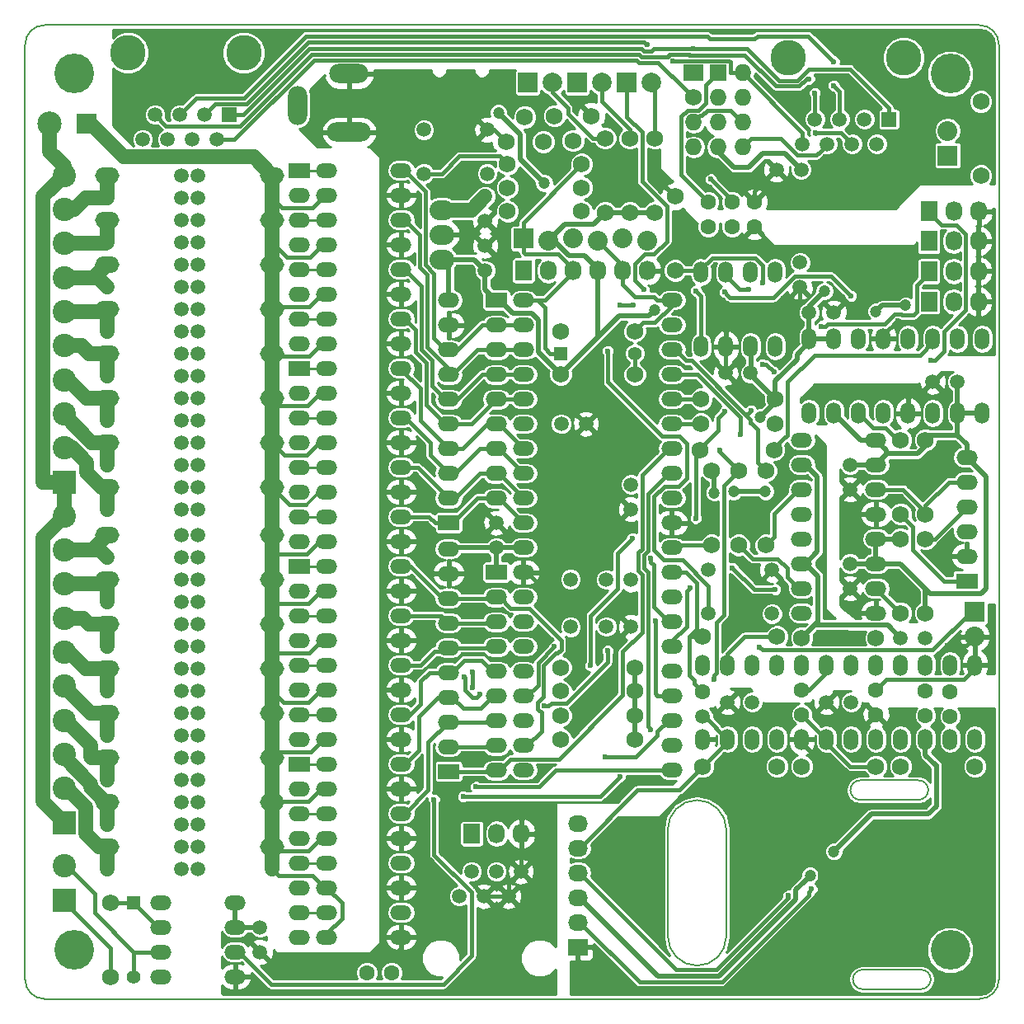
<source format=gbr>
G04 #@! TF.FileFunction,Copper,L2,Bot,Signal*
%FSLAX46Y46*%
G04 Gerber Fmt 4.6, Leading zero omitted, Abs format (unit mm)*
G04 Created by KiCad (PCBNEW 4.0.2-4+6225~38~ubuntu14.04.1-stable) date Wed 24 Feb 2016 12:06:11 PM CET*
%MOMM*%
G01*
G04 APERTURE LIST*
%ADD10C,0.100000*%
%ADD11C,0.150000*%
%ADD12O,2.540000X2.032000*%
%ADD13R,2.000000X2.000000*%
%ADD14C,2.000000*%
%ADD15C,1.501140*%
%ADD16R,2.032000X2.032000*%
%ADD17C,2.032000*%
%ADD18C,3.649980*%
%ADD19R,1.501140X1.501140*%
%ADD20O,2.032000X2.032000*%
%ADD21R,2.032000X1.727200*%
%ADD22C,1.727200*%
%ADD23O,1.727200X1.727200*%
%ADD24R,1.727200X1.727200*%
%ADD25C,1.600000*%
%ADD26C,1.500000*%
%ADD27O,2.032000X1.727200*%
%ADD28R,1.397000X1.397000*%
%ADD29C,1.397000*%
%ADD30C,4.064000*%
%ADD31O,1.501140X2.199640*%
%ADD32O,2.199640X1.501140*%
%ADD33R,1.727200X2.032000*%
%ADD34O,1.727200X2.032000*%
%ADD35C,2.400000*%
%ADD36R,2.400000X2.400000*%
%ADD37R,2.199640X1.524000*%
%ADD38O,2.199640X1.524000*%
%ADD39R,2.197100X1.524000*%
%ADD40O,2.197100X1.524000*%
%ADD41O,2.500000X1.700000*%
%ADD42C,2.500000*%
%ADD43R,2.000000X1.998980*%
%ADD44O,1.998980X4.000500*%
%ADD45O,4.000500X1.998980*%
%ADD46O,4.500880X1.998980*%
%ADD47C,1.750060*%
%ADD48C,1.200000*%
%ADD49C,0.600000*%
%ADD50C,0.508000*%
%ADD51C,0.381000*%
%ADD52C,1.524000*%
%ADD53C,0.254000*%
G04 APERTURE END LIST*
D10*
D11*
X156104000Y-132128000D02*
G75*
G03X155104000Y-133128000I0J-1000000D01*
G01*
X155104000Y-133128000D02*
G75*
G03X156104000Y-134128000I1000000J0D01*
G01*
X163104000Y-133128000D02*
G75*
G03X162104000Y-132128000I-1000000J0D01*
G01*
X162104000Y-134128000D02*
G75*
G03X163104000Y-133128000I0J1000000D01*
G01*
X162104000Y-134128000D02*
X156104000Y-134128000D01*
X156104000Y-132128000D02*
X162104000Y-132128000D01*
X155850000Y-112683000D02*
X161850000Y-112683000D01*
X161850000Y-114683000D02*
X155850000Y-114683000D01*
X161850000Y-114683000D02*
G75*
G03X162850000Y-113683000I0J1000000D01*
G01*
X162850000Y-113683000D02*
G75*
G03X161850000Y-112683000I-1000000J0D01*
G01*
X154850000Y-113683000D02*
G75*
G03X155850000Y-114683000I1000000J0D01*
G01*
X155850000Y-112683000D02*
G75*
G03X154850000Y-113683000I0J-1000000D01*
G01*
X136104000Y-117715000D02*
X136104000Y-128715000D01*
X142104000Y-117715000D02*
X142104000Y-128715000D01*
X139104000Y-131715000D02*
G75*
G03X142104000Y-128715000I0J3000000D01*
G01*
X136104000Y-128715000D02*
G75*
G03X139104000Y-131715000I3000000J0D01*
G01*
X142104000Y-117715000D02*
G75*
G03X139104000Y-114715000I-3000000J0D01*
G01*
X139104000Y-114715000D02*
G75*
G03X136104000Y-117715000I0J-3000000D01*
G01*
X70104000Y-37128000D02*
X70104000Y-133128000D01*
X168104000Y-35128000D02*
X72104000Y-35128000D01*
X170104000Y-133128000D02*
X170104000Y-37128000D01*
X72104000Y-135128000D02*
X168104000Y-135128000D01*
X72104000Y-35128000D02*
G75*
G03X70104000Y-37128000I0J-2000000D01*
G01*
X170104000Y-37128000D02*
G75*
G03X168104000Y-35128000I-2000000J0D01*
G01*
X168104000Y-135128000D02*
G75*
G03X170104000Y-133128000I0J2000000D01*
G01*
X70104000Y-133128000D02*
G75*
G03X72104000Y-135128000I2000000J0D01*
G01*
D12*
X112903000Y-56642000D03*
X112903000Y-59182000D03*
X112903000Y-54102000D03*
D13*
X131876800Y-41046400D03*
D14*
X134416800Y-41046400D03*
D15*
X127698500Y-76073000D03*
X125158500Y-76073000D03*
D16*
X121285000Y-57048400D03*
D17*
X123825000Y-57251600D03*
X126365000Y-57048400D03*
X128905000Y-57251600D03*
X131445000Y-57048400D03*
X133985000Y-57251600D03*
D15*
X126111000Y-92047060D03*
X126111000Y-96928940D03*
D13*
X126796800Y-41046400D03*
D14*
X129336800Y-41046400D03*
D13*
X121716800Y-41046400D03*
D14*
X124256800Y-41046400D03*
D18*
X80675480Y-37973000D03*
X92544900Y-37973000D03*
D19*
X91059000Y-44323000D03*
D15*
X89789000Y-46863000D03*
X88519000Y-44323000D03*
X87249000Y-46863000D03*
X85979000Y-44323000D03*
X84709000Y-46863000D03*
X83439000Y-44323000D03*
X82169000Y-46863000D03*
D18*
X148442680Y-38455600D03*
X160312100Y-38455600D03*
D19*
X158826200Y-44805600D03*
D15*
X157556200Y-47345600D03*
X156286200Y-44805600D03*
X155016200Y-47345600D03*
X153746200Y-44805600D03*
X152476200Y-47345600D03*
X151206200Y-44805600D03*
X149936200Y-47345600D03*
D16*
X167640000Y-95377000D03*
D20*
X167640000Y-97917000D03*
D21*
X138734800Y-40030400D03*
D22*
X138734800Y-42570400D03*
D23*
X138734800Y-45110400D03*
X138734800Y-47650400D03*
D24*
X141274800Y-40030400D03*
D23*
X143814800Y-40030400D03*
X141274800Y-42570400D03*
X143814800Y-42570400D03*
X141274800Y-45110400D03*
X143814800Y-45110400D03*
X141274800Y-47650400D03*
X143814800Y-47650400D03*
D25*
X162560000Y-103530400D03*
X162560000Y-106070400D03*
X139674600Y-103581200D03*
D26*
X139674600Y-106121200D03*
D25*
X165100000Y-103581200D03*
X165100000Y-106121200D03*
X149860000Y-103378000D03*
X149860000Y-105918000D03*
X157480000Y-103378000D03*
X157480000Y-105918000D03*
D21*
X126873000Y-129794000D03*
D27*
X126873000Y-127254000D03*
X126873000Y-124714000D03*
X126873000Y-122174000D03*
X126873000Y-119634000D03*
X126873000Y-117094000D03*
D28*
X125095000Y-68834000D03*
D29*
X132715000Y-68834000D03*
D22*
X157480000Y-98044000D03*
X149860000Y-98044000D03*
X139700000Y-111252000D03*
X147320000Y-111252000D03*
X167640000Y-111252000D03*
X160020000Y-111252000D03*
X149860000Y-111252000D03*
X157480000Y-111252000D03*
X147129500Y-76073000D03*
X139509500Y-76073000D03*
X136842500Y-52705000D03*
X136842500Y-60325000D03*
X127254000Y-49403000D03*
X119634000Y-49403000D03*
X146177000Y-88519000D03*
X146177000Y-80899000D03*
X125095000Y-103505000D03*
X132715000Y-103505000D03*
X162560000Y-85344000D03*
X162560000Y-77724000D03*
X160020000Y-85344000D03*
X160020000Y-77724000D03*
X143383000Y-88519000D03*
X143383000Y-80899000D03*
X146989800Y-78740000D03*
X139369800Y-78740000D03*
X160020000Y-95504000D03*
X160020000Y-87884000D03*
X162560000Y-87884000D03*
X162560000Y-95504000D03*
X125095000Y-106045000D03*
X132715000Y-106045000D03*
X125095000Y-108458000D03*
X132715000Y-108458000D03*
X132715000Y-66548000D03*
X125095000Y-66548000D03*
X139509500Y-73533000D03*
X147129500Y-73533000D03*
D30*
X165104000Y-130128000D03*
X165104000Y-40128000D03*
X75104000Y-130128000D03*
X75104000Y-40128000D03*
D31*
X147320000Y-100838000D03*
X144780000Y-100838000D03*
X142240000Y-100838000D03*
X139700000Y-100838000D03*
X139700000Y-108458000D03*
X142240000Y-108458000D03*
X144780000Y-108458000D03*
X147320000Y-108458000D03*
X157480000Y-100838000D03*
X154940000Y-100838000D03*
X152400000Y-100838000D03*
X149860000Y-100838000D03*
X149860000Y-108458000D03*
X152400000Y-108458000D03*
X154940000Y-108458000D03*
X157480000Y-108458000D03*
X160020000Y-108458000D03*
X162560000Y-108458000D03*
X165100000Y-108458000D03*
X167640000Y-108458000D03*
X167640000Y-100838000D03*
X165100000Y-100838000D03*
X162560000Y-100838000D03*
X160020000Y-100838000D03*
D32*
X121285000Y-63373000D03*
X121285000Y-65913000D03*
X121285000Y-68453000D03*
X121285000Y-70993000D03*
X121285000Y-73533000D03*
X121285000Y-76073000D03*
X121285000Y-78613000D03*
X121285000Y-81153000D03*
X121285000Y-83693000D03*
X121285000Y-86233000D03*
X121285000Y-88773000D03*
X121285000Y-91313000D03*
X121285000Y-93853000D03*
X121285000Y-96393000D03*
X121285000Y-98933000D03*
X121285000Y-101473000D03*
X121285000Y-104013000D03*
X121285000Y-106553000D03*
X121285000Y-109093000D03*
X121285000Y-111633000D03*
X136525000Y-111633000D03*
X136525000Y-109093000D03*
X136525000Y-106553000D03*
X136525000Y-104013000D03*
X136525000Y-101473000D03*
X136525000Y-98933000D03*
X136525000Y-96393000D03*
X136525000Y-93853000D03*
X136525000Y-91313000D03*
X136525000Y-88773000D03*
X136525000Y-86233000D03*
X136525000Y-83693000D03*
X136525000Y-81153000D03*
X136525000Y-78613000D03*
X136525000Y-76073000D03*
X136525000Y-73533000D03*
X136525000Y-70993000D03*
X136525000Y-68453000D03*
X136525000Y-65913000D03*
X136525000Y-63373000D03*
X101092000Y-50038000D03*
X101092000Y-52578000D03*
X101092000Y-55118000D03*
X101092000Y-57658000D03*
X101092000Y-60198000D03*
X101092000Y-62738000D03*
X101092000Y-65278000D03*
X101092000Y-67818000D03*
X108712000Y-67818000D03*
X108712000Y-65278000D03*
X108712000Y-62738000D03*
X108712000Y-60198000D03*
X108712000Y-57658000D03*
X108712000Y-55118000D03*
X108712000Y-52578000D03*
X108712000Y-50038000D03*
X101092000Y-110998000D03*
X101092000Y-113538000D03*
X101092000Y-116078000D03*
X101092000Y-118618000D03*
X101092000Y-121158000D03*
X101092000Y-123698000D03*
X101092000Y-126238000D03*
X101092000Y-128778000D03*
X108712000Y-128778000D03*
X108712000Y-126238000D03*
X108712000Y-123698000D03*
X108712000Y-121158000D03*
X108712000Y-118618000D03*
X108712000Y-116078000D03*
X108712000Y-113538000D03*
X108712000Y-110998000D03*
X101092000Y-90678000D03*
X101092000Y-93218000D03*
X101092000Y-95758000D03*
X101092000Y-98298000D03*
X101092000Y-100838000D03*
X101092000Y-103378000D03*
X101092000Y-105918000D03*
X101092000Y-108458000D03*
X108712000Y-108458000D03*
X108712000Y-105918000D03*
X108712000Y-103378000D03*
X108712000Y-100838000D03*
X108712000Y-98298000D03*
X108712000Y-95758000D03*
X108712000Y-93218000D03*
X108712000Y-90678000D03*
D33*
X162966400Y-54229000D03*
D34*
X165506400Y-54229000D03*
X168046400Y-54229000D03*
D33*
X162915600Y-57302400D03*
D34*
X165455600Y-57302400D03*
X167995600Y-57302400D03*
D33*
X162915600Y-60401200D03*
D34*
X165455600Y-60401200D03*
X167995600Y-60401200D03*
D33*
X162915600Y-63525400D03*
D34*
X165455600Y-63525400D03*
X167995600Y-63525400D03*
D32*
X149860000Y-77724000D03*
X149860000Y-80264000D03*
X149860000Y-82804000D03*
X149860000Y-85344000D03*
X157480000Y-85344000D03*
X157480000Y-82804000D03*
X157480000Y-80264000D03*
X157480000Y-77724000D03*
D31*
X150622000Y-74930000D03*
X153162000Y-74930000D03*
X155702000Y-74930000D03*
X158242000Y-74930000D03*
X158242000Y-67310000D03*
X155702000Y-67310000D03*
X153162000Y-67310000D03*
X150622000Y-67310000D03*
D32*
X149860000Y-87884000D03*
X149860000Y-90424000D03*
X149860000Y-92964000D03*
X149860000Y-95504000D03*
X157480000Y-95504000D03*
X157480000Y-92964000D03*
X157480000Y-90424000D03*
X157480000Y-87884000D03*
D31*
X168402000Y-67373500D03*
X165862000Y-67373500D03*
X163322000Y-67373500D03*
X160782000Y-67373500D03*
X160782000Y-74993500D03*
X163322000Y-74993500D03*
X165862000Y-74993500D03*
X168402000Y-74993500D03*
X139509500Y-68135500D03*
X142049500Y-68135500D03*
X144589500Y-68135500D03*
X147129500Y-68135500D03*
X147129500Y-60515500D03*
X144589500Y-60515500D03*
X142049500Y-60515500D03*
X139509500Y-60515500D03*
D22*
X132207000Y-54356000D03*
X132207000Y-46736000D03*
X134747000Y-54356000D03*
X134747000Y-46736000D03*
X119634000Y-54229000D03*
X127254000Y-54229000D03*
X147320000Y-97917000D03*
X139700000Y-97917000D03*
X125095000Y-70993000D03*
X132715000Y-70993000D03*
X119634000Y-51816000D03*
X127254000Y-51816000D03*
X140589000Y-88519000D03*
X140589000Y-80899000D03*
D33*
X121285000Y-60325000D03*
D34*
X123825000Y-60325000D03*
X126365000Y-60325000D03*
X128905000Y-60325000D03*
X131445000Y-60325000D03*
X133985000Y-60325000D03*
D28*
X81280000Y-125222000D03*
D29*
X81280000Y-132842000D03*
D32*
X84074000Y-125222000D03*
X84074000Y-127762000D03*
X84074000Y-130302000D03*
X84074000Y-132842000D03*
X91694000Y-132842000D03*
X91694000Y-130302000D03*
X91694000Y-127762000D03*
X91694000Y-125222000D03*
D22*
X78867000Y-125222000D03*
X78867000Y-132842000D03*
X125095000Y-101092000D03*
X132715000Y-101092000D03*
D16*
X164846000Y-48514000D03*
D20*
X164846000Y-45974000D03*
D22*
X168249600Y-50596800D03*
X168249600Y-42976800D03*
D35*
X74168000Y-121468000D03*
D36*
X74168000Y-124968000D03*
D37*
X118491000Y-63373000D03*
D38*
X118491000Y-65913000D03*
X118491000Y-68453000D03*
X118491000Y-70993000D03*
X118491000Y-73533000D03*
X118491000Y-76073000D03*
X118491000Y-78613000D03*
X118491000Y-81153000D03*
X118491000Y-83693000D03*
D37*
X118491000Y-91313000D03*
D38*
X118491000Y-93853000D03*
X118491000Y-96393000D03*
X118491000Y-98933000D03*
X118491000Y-101473000D03*
X118491000Y-104013000D03*
X118491000Y-106553000D03*
X118491000Y-109093000D03*
X118491000Y-111633000D03*
D35*
X74106000Y-110032500D03*
X74106000Y-113532500D03*
X74106000Y-106532500D03*
X74106000Y-103032500D03*
X74106000Y-99532500D03*
X74106000Y-96032500D03*
D36*
X74106000Y-117032500D03*
D35*
X74106000Y-92532500D03*
X74106000Y-89032500D03*
X74106000Y-85532500D03*
X74106000Y-75044000D03*
X74106000Y-78544000D03*
X74106000Y-71544000D03*
X74106000Y-68044000D03*
X74106000Y-64544000D03*
X74106000Y-61044000D03*
D36*
X74106000Y-82044000D03*
D35*
X74106000Y-57544000D03*
X74106000Y-54044000D03*
X74106000Y-50544000D03*
D15*
X150622000Y-64643000D03*
X153162000Y-64643000D03*
X160020000Y-98044000D03*
X162560000Y-98044000D03*
X154940000Y-104648000D03*
X152400000Y-104648000D03*
X144780000Y-104648000D03*
X142240000Y-104648000D03*
X94234000Y-127762000D03*
X94234000Y-130302000D03*
X118491000Y-88773000D03*
X118491000Y-86233000D03*
D22*
X129667000Y-54356000D03*
X129667000Y-46736000D03*
D15*
X117348000Y-52705000D03*
X117348000Y-55245000D03*
X117348000Y-60325000D03*
X117348000Y-57785000D03*
X129794000Y-92075000D03*
X132334000Y-92075000D03*
X129794000Y-96901000D03*
X132334000Y-96901000D03*
X132334000Y-82296000D03*
X132334000Y-84836000D03*
X165862000Y-71755000D03*
X163322000Y-71755000D03*
X154813000Y-80264000D03*
X154813000Y-82804000D03*
X154813000Y-90424000D03*
X154813000Y-92964000D03*
D39*
X98298000Y-50038000D03*
D40*
X98298000Y-52578000D03*
X98298000Y-55118000D03*
X98298000Y-57658000D03*
X98298000Y-60198000D03*
X98298000Y-62738000D03*
X98298000Y-65278000D03*
X98298000Y-67818000D03*
D39*
X98298000Y-70358000D03*
D40*
X98298000Y-72898000D03*
X98298000Y-75438000D03*
X98298000Y-77978000D03*
X98298000Y-80518000D03*
X98298000Y-83058000D03*
X98298000Y-85598000D03*
X98298000Y-88138000D03*
D39*
X98298000Y-90678000D03*
D40*
X98298000Y-93218000D03*
X98298000Y-95758000D03*
X98298000Y-98298000D03*
X98298000Y-100838000D03*
X98298000Y-103378000D03*
X98298000Y-105918000D03*
X98298000Y-108458000D03*
D39*
X98298000Y-110998000D03*
D40*
X98298000Y-113538000D03*
X98298000Y-116078000D03*
X98298000Y-118618000D03*
X98298000Y-121158000D03*
X98298000Y-123698000D03*
X98298000Y-126238000D03*
X98298000Y-128778000D03*
X113588800Y-65913000D03*
X113588800Y-68453000D03*
X113588800Y-70993000D03*
X113588800Y-76073000D03*
X113588800Y-78613000D03*
X113588800Y-81153000D03*
X113588800Y-63373000D03*
X113588800Y-73533000D03*
D39*
X113588800Y-86233000D03*
D40*
X113588800Y-83693000D03*
X113588800Y-91440000D03*
X113588800Y-93980000D03*
X113588800Y-96520000D03*
X113588800Y-101600000D03*
X113588800Y-104140000D03*
X113588800Y-106680000D03*
X113588800Y-88900000D03*
X113588800Y-99060000D03*
D39*
X113588800Y-111760000D03*
D40*
X113588800Y-109220000D03*
X166801800Y-84582000D03*
X166801800Y-87122000D03*
X166801800Y-79502000D03*
X166801800Y-82042000D03*
D39*
X166801800Y-92202000D03*
D40*
X166801800Y-89662000D03*
D26*
X146786600Y-91069160D03*
X140284200Y-95570040D03*
X146786600Y-95570040D03*
X140284200Y-91069160D03*
X117551200Y-45882560D03*
X111048800Y-50383440D03*
X117551200Y-50383440D03*
X111048800Y-45882560D03*
D32*
X101092000Y-70358000D03*
X101092000Y-72898000D03*
X101092000Y-75438000D03*
X101092000Y-77978000D03*
X101092000Y-80518000D03*
X101092000Y-83058000D03*
X101092000Y-85598000D03*
X101092000Y-88138000D03*
X108712000Y-88138000D03*
X108712000Y-85598000D03*
X108712000Y-83058000D03*
X108712000Y-80518000D03*
X108712000Y-77978000D03*
X108712000Y-75438000D03*
X108712000Y-72898000D03*
X108712000Y-70358000D03*
D26*
X86156800Y-50546000D03*
D41*
X78536800Y-50546000D03*
X95504000Y-50546000D03*
D26*
X87884000Y-50546000D03*
X78536800Y-52832000D03*
X86156800Y-52832000D03*
X87884000Y-52832000D03*
X95504000Y-52832000D03*
X86156800Y-55118000D03*
D41*
X78536800Y-55118000D03*
X95504000Y-55118000D03*
D26*
X87884000Y-55118000D03*
X78536800Y-57404000D03*
X86156800Y-57404000D03*
X87884000Y-57404000D03*
X95504000Y-57404000D03*
X86156800Y-59690000D03*
D41*
X78536800Y-59690000D03*
X95504000Y-59690000D03*
D26*
X87884000Y-59690000D03*
X78536800Y-61976000D03*
X86156800Y-61976000D03*
X87884000Y-61976000D03*
X95504000Y-61976000D03*
X86156800Y-64262000D03*
D41*
X78536800Y-64262000D03*
X95504000Y-64262000D03*
D26*
X87884000Y-64262000D03*
X78536800Y-66548000D03*
X86156800Y-66548000D03*
X87884000Y-66548000D03*
X95504000Y-66548000D03*
X86156800Y-68834000D03*
D41*
X78536800Y-68834000D03*
X95504000Y-68834000D03*
D26*
X87884000Y-68834000D03*
X78536800Y-71120000D03*
X86156800Y-71120000D03*
X87884000Y-71120000D03*
X95504000Y-71120000D03*
X86156800Y-73406000D03*
D41*
X78536800Y-73406000D03*
X95504000Y-73406000D03*
D26*
X87884000Y-73406000D03*
X78536800Y-75692000D03*
X86156800Y-75692000D03*
X87884000Y-75692000D03*
X95504000Y-75692000D03*
X86131400Y-77978000D03*
D41*
X78511400Y-77978000D03*
X95504000Y-77978000D03*
D26*
X87884000Y-77978000D03*
X78536800Y-80264000D03*
X86156800Y-80264000D03*
X87884000Y-80264000D03*
X95504000Y-80264000D03*
X86156800Y-82550000D03*
D41*
X78536800Y-82550000D03*
X95504000Y-82550000D03*
D26*
X87884000Y-82550000D03*
X78536800Y-84836000D03*
X86156800Y-84836000D03*
X87884000Y-84836000D03*
X95504000Y-84836000D03*
X86156800Y-87503000D03*
D41*
X78536800Y-87503000D03*
X95504000Y-87503000D03*
D26*
X87884000Y-87503000D03*
X78536800Y-89789000D03*
X86156800Y-89789000D03*
X87884000Y-89789000D03*
X95504000Y-89789000D03*
X86156800Y-92075000D03*
D41*
X78536800Y-92075000D03*
X95504000Y-92075000D03*
D26*
X87884000Y-92075000D03*
X78536800Y-94361000D03*
X86156800Y-94361000D03*
X87884000Y-94361000D03*
X95504000Y-94361000D03*
X86156800Y-96647000D03*
D41*
X78536800Y-96647000D03*
X95504000Y-96647000D03*
D26*
X87884000Y-96647000D03*
X78536800Y-98933000D03*
X86156800Y-98933000D03*
X86156800Y-101219000D03*
D41*
X78536800Y-101219000D03*
X95504000Y-101219000D03*
D26*
X87884000Y-101219000D03*
X78536800Y-103505000D03*
X86156800Y-103505000D03*
X87884000Y-103505000D03*
X95504000Y-103505000D03*
X86156800Y-105791000D03*
D41*
X78536800Y-105791000D03*
X95504000Y-105791000D03*
D26*
X87884000Y-105791000D03*
X78536800Y-108077000D03*
X86156800Y-108077000D03*
X87884000Y-108077000D03*
X95504000Y-108077000D03*
X86156800Y-110363000D03*
D41*
X78536800Y-110363000D03*
X95504000Y-110363000D03*
D26*
X87884000Y-110363000D03*
X78536800Y-112649000D03*
X86156800Y-112649000D03*
X87884000Y-112649000D03*
X95504000Y-112649000D03*
X86156800Y-114935000D03*
D41*
X78536800Y-114935000D03*
X95504000Y-114935000D03*
D26*
X87884000Y-114935000D03*
X78536800Y-117221000D03*
X86156800Y-117221000D03*
X87884000Y-117221000D03*
X95504000Y-117221000D03*
X86156800Y-119507000D03*
D41*
X78536800Y-119507000D03*
X95504000Y-119507000D03*
D26*
X87884000Y-119507000D03*
X78536800Y-121793000D03*
X86156800Y-121793000D03*
X87884000Y-121793000D03*
X95504000Y-121793000D03*
D42*
X72644000Y-45212000D03*
D43*
X76454000Y-45212000D03*
D25*
X105181400Y-132435600D03*
X107721400Y-132435600D03*
D26*
X87884000Y-98933000D03*
X95504000Y-98933000D03*
D15*
X121031000Y-122047000D03*
X119761000Y-124587000D03*
X118491000Y-122047000D03*
X117221000Y-124587000D03*
X115951000Y-122047000D03*
X114681000Y-124587000D03*
X149783800Y-49961800D03*
X147243800Y-49961800D03*
D25*
X140284200Y-55841900D03*
X140284200Y-53301900D03*
X142697200Y-55841900D03*
X142697200Y-53301900D03*
X144983200Y-55841900D03*
X144983200Y-53301900D03*
D44*
X98077020Y-43378120D03*
D45*
X103378000Y-40126920D03*
D46*
X103378000Y-46128940D03*
D47*
X123317000Y-47117000D03*
X121412000Y-44577000D03*
X119507000Y-47117000D03*
X124460000Y-44450000D03*
X126365000Y-46990000D03*
X128270000Y-44450000D03*
D15*
X149669500Y-59499500D03*
X149669500Y-62039500D03*
X144576800Y-70840600D03*
X142036800Y-70840600D03*
D33*
X115976400Y-118160800D03*
D34*
X118516400Y-118160800D03*
X121056400Y-118160800D03*
D48*
X160526697Y-63916001D03*
X145612681Y-75389749D03*
X157480000Y-64516000D03*
X123405252Y-51350554D03*
X118719600Y-44119800D03*
X152194899Y-62433280D03*
X140868400Y-83143621D03*
X142875000Y-83032600D03*
X146126200Y-83007200D03*
X134716115Y-64358097D03*
D49*
X146050000Y-85852000D03*
X143256000Y-84836000D03*
X153162000Y-98552000D03*
X154178000Y-97536000D03*
X156636466Y-62230000D03*
X159004000Y-62992000D03*
X159713488Y-65502490D03*
X164846000Y-98806000D03*
X141859000Y-63931800D03*
X129514600Y-93421200D03*
X115265200Y-126822200D03*
X116768520Y-103853208D03*
X115231167Y-102023149D03*
X116382800Y-113360200D03*
X116078000Y-103174800D03*
X116052600Y-101549200D03*
X134360663Y-89884594D03*
X129921000Y-99385480D03*
X123444000Y-105029000D03*
X131165600Y-112323520D03*
X115077851Y-114359775D03*
X134366000Y-107467400D03*
X132486400Y-87807800D03*
X128168400Y-100888800D03*
X141427200Y-78816200D03*
X140843000Y-102285800D03*
X145827492Y-69942912D03*
X147006484Y-70762404D03*
X141935200Y-74828400D03*
X151892000Y-66038329D03*
X138963400Y-85775800D03*
X138404600Y-92887800D03*
X144653000Y-74726800D03*
X163093400Y-69554350D03*
X129667000Y-110236000D03*
X142748000Y-90855800D03*
X147142200Y-93065600D03*
X138954236Y-62400694D03*
X141935200Y-62560200D03*
X154914600Y-62941200D03*
X140512800Y-50952400D03*
X138734800Y-37504764D03*
X133958676Y-37113297D03*
X151257000Y-46177200D03*
X153141302Y-41330502D03*
X153162000Y-38862000D03*
X151206200Y-42113200D03*
X150622000Y-40640000D03*
X136637972Y-38838113D03*
X143535400Y-77165200D03*
X145516600Y-99009200D03*
X134797800Y-96316800D03*
X148488400Y-124536200D03*
X150876000Y-123845680D03*
X145872200Y-61595000D03*
X131206978Y-63881000D03*
X132588000Y-63881000D03*
X133629400Y-62306200D03*
X129946400Y-68605400D03*
X124460000Y-98958400D03*
X112099740Y-114653240D03*
X162052000Y-50673000D03*
D48*
X150723600Y-122428000D03*
X153162000Y-119989600D03*
D49*
X144373600Y-62250680D03*
D50*
X158699200Y-96723200D02*
X151180800Y-96723200D01*
X160020000Y-98044000D02*
X158699200Y-96723200D01*
X150209250Y-90424000D02*
X151483922Y-91698672D01*
X151483922Y-96420078D02*
X151180800Y-96723200D01*
X151483922Y-91698672D02*
X151483922Y-96420078D01*
X150622000Y-67310000D02*
X151903430Y-67310000D01*
X150622000Y-67659250D02*
X150622000Y-67310000D01*
X149363430Y-68917820D02*
X150622000Y-67659250D01*
X147129500Y-73533000D02*
X147129500Y-71705732D01*
X147129500Y-71705732D02*
X149363430Y-69471802D01*
X149363430Y-69471802D02*
X149363430Y-68917820D01*
X145612681Y-75389749D02*
X147129500Y-73872930D01*
X147129500Y-73872930D02*
X147129500Y-73533000D01*
X157480000Y-64516000D02*
X158079999Y-63916001D01*
X158079999Y-63916001D02*
X160526697Y-63916001D01*
X151903430Y-67310000D02*
X153162000Y-67310000D01*
X122805253Y-50750555D02*
X123405252Y-51350554D01*
X120951601Y-46351801D02*
X120951601Y-48896903D01*
X118719600Y-44119800D02*
X120951601Y-46351801D01*
X120951601Y-48896903D02*
X122805253Y-50750555D01*
X150622000Y-67310000D02*
X150622000Y-64006179D01*
X150622000Y-64006179D02*
X151594900Y-63033279D01*
X151594900Y-63033279D02*
X152194899Y-62433280D01*
X131129904Y-64958096D02*
X134116116Y-64958096D01*
X134116116Y-64958096D02*
X134716115Y-64358097D01*
X128905000Y-67183000D02*
X131129904Y-64958096D01*
X140868400Y-83143621D02*
X140868400Y-81178400D01*
X140868400Y-81178400D02*
X140589000Y-80899000D01*
X146126200Y-83007200D02*
X142900400Y-83007200D01*
X142900400Y-83007200D02*
X142875000Y-83032600D01*
X149860000Y-90424000D02*
X150209250Y-90424000D01*
X150209250Y-90424000D02*
X151467820Y-89165430D01*
X151467820Y-89165430D02*
X151467820Y-81522570D01*
X151467820Y-81522570D02*
X150209250Y-80264000D01*
X150209250Y-80264000D02*
X149860000Y-80264000D01*
X144653000Y-70739000D02*
X144653000Y-71056500D01*
X144653000Y-71056500D02*
X147129500Y-73533000D01*
X144653000Y-70739000D02*
X144653000Y-68199000D01*
X144653000Y-68199000D02*
X144589500Y-68135500D01*
X151180800Y-96723200D02*
X149860000Y-98044000D01*
X125095000Y-70993000D02*
X128905000Y-67183000D01*
X128905000Y-67183000D02*
X128905000Y-60325000D01*
X132207000Y-54356000D02*
X134747000Y-54356000D01*
X129667000Y-54356000D02*
X132207000Y-54356000D01*
X123825000Y-57251600D02*
X125498201Y-55578399D01*
X125498201Y-55578399D02*
X128444601Y-55578399D01*
X128444601Y-55578399D02*
X128803401Y-55219599D01*
X128803401Y-55219599D02*
X129667000Y-54356000D01*
X123825000Y-57251600D02*
X124392598Y-57251600D01*
X125941998Y-58801000D02*
X127533400Y-58801000D01*
X124392598Y-57251600D02*
X125941998Y-58801000D01*
X127533400Y-58801000D02*
X128905000Y-60172600D01*
X128905000Y-60172600D02*
X128905000Y-60325000D01*
X132715000Y-103505000D02*
X132715000Y-101092000D01*
X132715000Y-106045000D02*
X132715000Y-103505000D01*
X132715000Y-108458000D02*
X132715000Y-106045000D01*
X125095000Y-70993000D02*
X122838830Y-68736830D01*
X122838830Y-68736830D02*
X122838830Y-65414047D01*
X122838830Y-65414047D02*
X122133203Y-64708420D01*
X122133203Y-64708420D02*
X120164240Y-64708420D01*
X118828820Y-63373000D02*
X118491000Y-63373000D01*
X120164240Y-64708420D02*
X118828820Y-63373000D01*
X117348000Y-60325000D02*
X117348000Y-62230000D01*
X117348000Y-62230000D02*
X118491000Y-63373000D01*
X112903000Y-59182000D02*
X116205000Y-59182000D01*
X116205000Y-59182000D02*
X117348000Y-60325000D01*
X113588800Y-63373000D02*
X113588800Y-59867800D01*
X113588800Y-59867800D02*
X112903000Y-59182000D01*
X118491000Y-88773000D02*
X113715800Y-88773000D01*
X113715800Y-88773000D02*
X113588800Y-88900000D01*
X118491000Y-88773000D02*
X118491000Y-91313000D01*
X118491000Y-88773000D02*
X121285000Y-88773000D01*
X91694000Y-125222000D02*
X91694000Y-127762000D01*
X91694000Y-127762000D02*
X94234000Y-127762000D01*
D51*
X143256000Y-84836000D02*
X145034000Y-84836000D01*
X145034000Y-84836000D02*
X146050000Y-85852000D01*
X154178000Y-97536000D02*
X153162000Y-98552000D01*
X159004000Y-62992000D02*
X157398466Y-62992000D01*
X157398466Y-62992000D02*
X156636466Y-62230000D01*
X158242000Y-67310000D02*
X158242000Y-66960750D01*
X158242000Y-66960750D02*
X159700260Y-65502490D01*
X159700260Y-65502490D02*
X159713488Y-65502490D01*
X142036800Y-70840600D02*
X142036800Y-68148200D01*
X142036800Y-68148200D02*
X142049500Y-68135500D01*
X164846000Y-98806000D02*
X166751000Y-98806000D01*
X166751000Y-98806000D02*
X167640000Y-97917000D01*
X149021800Y-63931800D02*
X149669500Y-63284100D01*
X149669500Y-63284100D02*
X149669500Y-62039500D01*
X141859000Y-63931800D02*
X149021800Y-63931800D01*
X142049500Y-68135500D02*
X142049500Y-64122300D01*
X142049500Y-64122300D02*
X141859000Y-63931800D01*
X117551200Y-45882560D02*
X118272560Y-45882560D01*
X118272560Y-45882560D02*
X119507000Y-47117000D01*
X121056400Y-118160800D02*
X121056400Y-122021600D01*
X121056400Y-122021600D02*
X121031000Y-122047000D01*
X167640000Y-100838000D02*
X167640000Y-97917000D01*
X157480000Y-103378000D02*
X158529670Y-102328330D01*
X158529670Y-102328330D02*
X166498920Y-102328330D01*
X166498920Y-102328330D02*
X167640000Y-101187250D01*
X167640000Y-101187250D02*
X167640000Y-100838000D01*
X121285000Y-91313000D02*
X121634250Y-91313000D01*
X121634250Y-91313000D02*
X123742450Y-93421200D01*
X123742450Y-93421200D02*
X129514600Y-93421200D01*
X113309400Y-128778000D02*
X115265200Y-126822200D01*
X108712000Y-128778000D02*
X113309400Y-128778000D01*
X107315000Y-130429000D02*
X108192570Y-130429000D01*
X108712000Y-129909570D02*
X108712000Y-128778000D01*
X108192570Y-130429000D02*
X108712000Y-129909570D01*
X106781600Y-130962400D02*
X107315000Y-130429000D01*
X103073200Y-130962400D02*
X106781600Y-130962400D01*
X102285800Y-131749800D02*
X103073200Y-130962400D01*
X95681800Y-131749800D02*
X102285800Y-131749800D01*
X94234000Y-130302000D02*
X95681800Y-131749800D01*
X119761000Y-124587000D02*
X117221000Y-124587000D01*
X119761000Y-124587000D02*
X119761000Y-123317000D01*
X119761000Y-123317000D02*
X121031000Y-122047000D01*
X121285000Y-55372000D02*
X121285000Y-55651400D01*
X121285000Y-55651400D02*
X121285000Y-57048400D01*
X127254000Y-49403000D02*
X121285000Y-55372000D01*
X126365000Y-60325000D02*
X126365000Y-60172600D01*
X126365000Y-60172600D02*
X124850501Y-58658101D01*
X124850501Y-58658101D02*
X121497701Y-58658101D01*
X121497701Y-58658101D02*
X121285000Y-58445400D01*
X121285000Y-58445400D02*
X121285000Y-57048400D01*
X122765820Y-63373000D02*
X123469400Y-63373000D01*
X123469400Y-63373000D02*
X126365000Y-60477400D01*
X126365000Y-60477400D02*
X126365000Y-60325000D01*
X125095000Y-68834000D02*
X124015500Y-68834000D01*
X124015500Y-68834000D02*
X123483342Y-68301842D01*
X123483342Y-68301842D02*
X123483340Y-64090520D01*
X123483340Y-64090520D02*
X122765820Y-63373000D01*
X122765820Y-63373000D02*
X121285000Y-63373000D01*
X131445000Y-61722000D02*
X131445000Y-60325000D01*
X132719702Y-62996702D02*
X131445000Y-61722000D01*
X135044180Y-63373000D02*
X134667882Y-62996702D01*
X136525000Y-63373000D02*
X135044180Y-63373000D01*
X134667882Y-62996702D02*
X132719702Y-62996702D01*
X136525000Y-63950020D02*
X136525000Y-63373000D01*
X134790619Y-65684401D02*
X136525000Y-63950020D01*
X133578599Y-65684401D02*
X134790619Y-65684401D01*
X132715000Y-66548000D02*
X133578599Y-65684401D01*
X131445000Y-60325000D02*
X131445000Y-59791600D01*
X131445000Y-59791600D02*
X129920999Y-58267599D01*
X129920999Y-58267599D02*
X128905000Y-57251600D01*
X111242490Y-52219240D02*
X111242490Y-59764595D01*
X111242490Y-59764595D02*
X112099740Y-60621845D01*
X112099740Y-60621845D02*
X112099740Y-67300490D01*
X108712000Y-50038000D02*
X109061250Y-50038000D01*
X109061250Y-50038000D02*
X111242490Y-52219240D01*
X112099740Y-67300490D02*
X113252250Y-68453000D01*
X113252250Y-68453000D02*
X113588800Y-68453000D01*
X118491000Y-65913000D02*
X121285000Y-65913000D01*
X113588800Y-68453000D02*
X114503200Y-68453000D01*
X114503200Y-68453000D02*
X117043200Y-65913000D01*
X117043200Y-65913000D02*
X118491000Y-65913000D01*
X109061250Y-55118000D02*
X108712000Y-55118000D01*
X111379000Y-68209645D02*
X111379000Y-60722777D01*
X113588800Y-70993000D02*
X113588800Y-70419445D01*
X110661479Y-56718229D02*
X109061250Y-55118000D01*
X110661479Y-60005257D02*
X110661479Y-56718229D01*
X111379000Y-60722777D02*
X110661479Y-60005257D01*
X113588800Y-70419445D02*
X111379000Y-68209645D01*
X118491000Y-68453000D02*
X121285000Y-68453000D01*
X113588800Y-70993000D02*
X113969800Y-70993000D01*
X113969800Y-70993000D02*
X116509800Y-68453000D01*
X116509800Y-68453000D02*
X118491000Y-68453000D01*
X113588800Y-73533000D02*
X113252250Y-73533000D01*
X111912400Y-69564718D02*
X110797989Y-68450307D01*
X110797989Y-61934739D02*
X109061250Y-60198000D01*
X111912400Y-72193150D02*
X111912400Y-69564718D01*
X109061250Y-60198000D02*
X108712000Y-60198000D01*
X113252250Y-73533000D02*
X111912400Y-72193150D01*
X110797989Y-68450307D02*
X110797989Y-61934739D01*
X118491000Y-70993000D02*
X121285000Y-70993000D01*
X113588800Y-73533000D02*
X114477800Y-73533000D01*
X114477800Y-73533000D02*
X117017800Y-70993000D01*
X117017800Y-70993000D02*
X118491000Y-70993000D01*
X109061250Y-65278000D02*
X108712000Y-65278000D01*
X113588800Y-76073000D02*
X113252250Y-76073000D01*
X110216978Y-66433728D02*
X109061250Y-65278000D01*
X110216978Y-68690969D02*
X110216978Y-66433728D01*
X111302800Y-69776791D02*
X110216978Y-68690969D01*
X113252250Y-76073000D02*
X111302800Y-74123550D01*
X111302800Y-74123550D02*
X111302800Y-69776791D01*
X118491000Y-73533000D02*
X121285000Y-73533000D01*
X113588800Y-76073000D02*
X115951000Y-76073000D01*
X115951000Y-76073000D02*
X118491000Y-73533000D01*
X108712000Y-70358000D02*
X108712000Y-70485000D01*
X108712000Y-70485000D02*
X110693200Y-72466200D01*
X110693200Y-72466200D02*
X110693200Y-75717400D01*
X110693200Y-75717400D02*
X113588800Y-78613000D01*
X118491000Y-76073000D02*
X118745000Y-76073000D01*
X118745000Y-76073000D02*
X121285000Y-78613000D01*
X118491000Y-76073000D02*
X117525800Y-76073000D01*
X117525800Y-76073000D02*
X114985800Y-78613000D01*
X114985800Y-78613000D02*
X113588800Y-78613000D01*
X118491000Y-78613000D02*
X118745000Y-78613000D01*
X118745000Y-78613000D02*
X121285000Y-81153000D01*
X113588800Y-81153000D02*
X114223800Y-81153000D01*
X114223800Y-81153000D02*
X116763800Y-78613000D01*
X116763800Y-78613000D02*
X118491000Y-78613000D01*
X108712000Y-75438000D02*
X109169200Y-75438000D01*
X109169200Y-75438000D02*
X111709200Y-77978000D01*
X111709200Y-77978000D02*
X111709200Y-79273400D01*
X111709200Y-79273400D02*
X113588800Y-81153000D01*
X118491000Y-81153000D02*
X118745000Y-81153000D01*
X118745000Y-81153000D02*
X121285000Y-83693000D01*
X113588800Y-83693000D02*
X114300000Y-83693000D01*
X114300000Y-83693000D02*
X116840000Y-81153000D01*
X116840000Y-81153000D02*
X118491000Y-81153000D01*
X108712000Y-80518000D02*
X110413800Y-80518000D01*
X110413800Y-80518000D02*
X113588800Y-83693000D01*
X118491000Y-83693000D02*
X118745000Y-83693000D01*
X118745000Y-83693000D02*
X121285000Y-86233000D01*
X113588800Y-86233000D02*
X113995200Y-86233000D01*
X113995200Y-86233000D02*
X116535200Y-83693000D01*
X116535200Y-83693000D02*
X118491000Y-83693000D01*
X108712000Y-85598000D02*
X111582200Y-85598000D01*
X112217200Y-86233000D02*
X113588800Y-86233000D01*
X111582200Y-85598000D02*
X112217200Y-86233000D01*
X121634250Y-109093000D02*
X121285000Y-109093000D01*
X125150502Y-99289842D02*
X124791442Y-99648902D01*
X124791442Y-99648902D02*
X124591170Y-99648902D01*
X124591170Y-99648902D02*
X123356341Y-100883731D01*
X122753498Y-105360442D02*
X123112558Y-105719502D01*
X123112558Y-105719502D02*
X123112558Y-107614692D01*
X123356341Y-100883731D02*
X123356341Y-104094715D01*
X123356341Y-104094715D02*
X122753498Y-104697558D01*
X122753498Y-104697558D02*
X122753498Y-105360442D01*
X118491000Y-93853000D02*
X118828820Y-93853000D01*
X118828820Y-93853000D02*
X119971820Y-94996000D01*
X119971820Y-94996000D02*
X121850980Y-94996000D01*
X121850980Y-94996000D02*
X125150502Y-98295522D01*
X125150502Y-98295522D02*
X125150502Y-99289842D01*
X123112558Y-107614692D02*
X121634250Y-109093000D01*
X113588800Y-93980000D02*
X118364000Y-93980000D01*
X118364000Y-93980000D02*
X118491000Y-93853000D01*
X108712000Y-90678000D02*
X109677200Y-90678000D01*
X109677200Y-90678000D02*
X112979200Y-93980000D01*
X112979200Y-93980000D02*
X113588800Y-93980000D01*
X115316000Y-102181010D02*
X115316000Y-103434744D01*
X116468521Y-104153207D02*
X116768520Y-103853208D01*
X116034463Y-104153207D02*
X116468521Y-104153207D01*
X115316000Y-103434744D02*
X116034463Y-104153207D01*
X113588800Y-96520000D02*
X118364000Y-96520000D01*
X118364000Y-96520000D02*
X118491000Y-96393000D01*
X108712000Y-95758000D02*
X112826800Y-95758000D01*
X112826800Y-95758000D02*
X113588800Y-96520000D01*
X116382800Y-113360200D02*
X122870542Y-113360200D01*
X122870542Y-113360200D02*
X124597742Y-111633000D01*
X124597742Y-111633000D02*
X135044180Y-111633000D01*
X135044180Y-111633000D02*
X136525000Y-111633000D01*
X116052600Y-102158800D02*
X116078000Y-102184200D01*
X116078000Y-102184200D02*
X116078000Y-103174800D01*
X116052600Y-101549200D02*
X116052600Y-102158800D01*
X113588800Y-99060000D02*
X118364000Y-99060000D01*
X118364000Y-99060000D02*
X118491000Y-98933000D01*
X108712000Y-100838000D02*
X110744000Y-100838000D01*
X112141000Y-99441000D02*
X113207800Y-99441000D01*
X110744000Y-100838000D02*
X112141000Y-99441000D01*
X113207800Y-99441000D02*
X113588800Y-99060000D01*
X117010180Y-100330000D02*
X118153180Y-101473000D01*
X113588800Y-101600000D02*
X113925350Y-101600000D01*
X115195350Y-100330000D02*
X117010180Y-100330000D01*
X113925350Y-101600000D02*
X115195350Y-100330000D01*
X118153180Y-101473000D02*
X118491000Y-101473000D01*
X118364000Y-101600000D02*
X118491000Y-101473000D01*
X108712000Y-105918000D02*
X109626400Y-105918000D01*
X109626400Y-105918000D02*
X110693200Y-104851200D01*
X110693200Y-104851200D02*
X110693200Y-102514400D01*
X110693200Y-102514400D02*
X111607600Y-101600000D01*
X111607600Y-101600000D02*
X113588800Y-101600000D01*
X134360663Y-90308858D02*
X134360663Y-89884594D01*
X134637093Y-90585288D02*
X134360663Y-90308858D01*
X134637093Y-94854343D02*
X134637093Y-90585288D01*
X136175750Y-96393000D02*
X134637093Y-94854343D01*
X136525000Y-96393000D02*
X136175750Y-96393000D01*
X118153180Y-104013000D02*
X118491000Y-104013000D01*
X116883180Y-105283000D02*
X118153180Y-104013000D01*
X115068350Y-105283000D02*
X116883180Y-105283000D01*
X113925350Y-104140000D02*
X115068350Y-105283000D01*
X113588800Y-104140000D02*
X113925350Y-104140000D01*
X108712000Y-110998000D02*
X109118400Y-110998000D01*
X109118400Y-110998000D02*
X110540800Y-109575600D01*
X110540800Y-109575600D02*
X110540800Y-106121200D01*
X110540800Y-106121200D02*
X112522000Y-104140000D01*
X112522000Y-104140000D02*
X113588800Y-104140000D01*
X129921000Y-100535070D02*
X129921000Y-99809744D01*
X123444000Y-105029000D02*
X123868264Y-105029000D01*
X129921000Y-99809744D02*
X129921000Y-99385480D01*
X123868264Y-105029000D02*
X124138163Y-104759101D01*
X124138163Y-104759101D02*
X125696969Y-104759101D01*
X125696969Y-104759101D02*
X129921000Y-100535070D01*
X113588800Y-106680000D02*
X118364000Y-106680000D01*
X118364000Y-106680000D02*
X118491000Y-106553000D01*
X108712000Y-116078000D02*
X109067600Y-116078000D01*
X109067600Y-116078000D02*
X111480600Y-113665000D01*
X111480600Y-113665000D02*
X111480600Y-108788200D01*
X111480600Y-108788200D02*
X113588800Y-106680000D01*
X136525000Y-81153000D02*
X136175750Y-81153000D01*
X136175750Y-81153000D02*
X134081898Y-83246852D01*
X134081898Y-83246852D02*
X134081898Y-89141417D01*
X134066001Y-107167401D02*
X134366000Y-107467400D01*
X133670162Y-89553153D02*
X133670162Y-90900703D01*
X134056082Y-107157482D02*
X134066001Y-107167401D01*
X134056082Y-91286623D02*
X134056082Y-107157482D01*
X133670162Y-90900703D02*
X134056082Y-91286623D01*
X134081898Y-89141417D02*
X133670162Y-89553153D01*
X130865601Y-112623519D02*
X131165600Y-112323520D01*
X129129345Y-114359775D02*
X130865601Y-112623519D01*
X115077851Y-114359775D02*
X129129345Y-114359775D01*
X113588800Y-109220000D02*
X118364000Y-109220000D01*
X118364000Y-109220000D02*
X118491000Y-109093000D01*
X136175750Y-78613000D02*
X136525000Y-78613000D01*
X133500887Y-88900755D02*
X133500887Y-81287863D01*
X133089151Y-89312491D02*
X133500887Y-88900755D01*
X118828820Y-111633000D02*
X119971820Y-110490000D01*
X133089151Y-91141365D02*
X133089151Y-89312491D01*
X133475071Y-91527285D02*
X133089151Y-91141365D01*
X131460899Y-99462887D02*
X133475071Y-97448715D01*
X131460899Y-103948171D02*
X131460899Y-99462887D01*
X124919070Y-110490000D02*
X131460899Y-103948171D01*
X119971820Y-110490000D02*
X124919070Y-110490000D01*
X118491000Y-111633000D02*
X118828820Y-111633000D01*
X133475071Y-97448715D02*
X133475071Y-91527285D01*
X133500887Y-81287863D02*
X136175750Y-78613000D01*
X113588800Y-111760000D02*
X118364000Y-111760000D01*
X118364000Y-111760000D02*
X118491000Y-111633000D01*
X130935071Y-93022673D02*
X130935071Y-89359129D01*
X128168400Y-95789344D02*
X130935071Y-93022673D01*
X128168400Y-100888800D02*
X128168400Y-95789344D01*
X132186401Y-88107799D02*
X132486400Y-87807800D01*
X130935071Y-89359129D02*
X132186401Y-88107799D01*
X141427200Y-78816200D02*
X141427200Y-78943200D01*
X141427200Y-78943200D02*
X143383000Y-80899000D01*
X141858901Y-82423099D02*
X142519401Y-81762599D01*
X142519401Y-81762599D02*
X143383000Y-80899000D01*
X140843000Y-102285800D02*
X140843000Y-101861536D01*
X141858901Y-95683281D02*
X141858901Y-82423099D01*
X140843000Y-101861536D02*
X141098920Y-101605616D01*
X141098920Y-101605616D02*
X141098920Y-96443262D01*
X141098920Y-96443262D02*
X141858901Y-95683281D01*
X162915600Y-60553600D02*
X162915600Y-60401200D01*
X160044929Y-64811989D02*
X160139442Y-64906502D01*
X160139442Y-64906502D02*
X161349442Y-64906502D01*
X159382047Y-64811989D02*
X160044929Y-64811989D01*
X152534923Y-65819670D02*
X158374366Y-65819670D01*
X158374366Y-65819670D02*
X159382047Y-64811989D01*
X152316264Y-66038329D02*
X152534923Y-65819670D01*
X151892000Y-66038329D02*
X152316264Y-66038329D01*
X161661499Y-61807701D02*
X162915600Y-60553600D01*
X161349442Y-64906502D02*
X161661499Y-64594445D01*
X161661499Y-64594445D02*
X161661499Y-61807701D01*
X146186992Y-69942912D02*
X145827492Y-69942912D01*
X147006484Y-70762404D02*
X146186992Y-69942912D01*
X141274800Y-76720700D02*
X141274800Y-75488800D01*
X141274800Y-75488800D02*
X141935200Y-74828400D01*
X139509500Y-78486000D02*
X141274800Y-76720700D01*
X138963400Y-85775800D02*
X138963400Y-79032100D01*
X138963400Y-79032100D02*
X139509500Y-78486000D01*
X136525000Y-98933000D02*
X136525000Y-98355980D01*
X136525000Y-98355980D02*
X138015330Y-96865650D01*
X138015330Y-96865650D02*
X138015330Y-93277070D01*
X138015330Y-93277070D02*
X138404600Y-92887800D01*
X163093400Y-69554350D02*
X163517664Y-69554350D01*
X164220510Y-55635510D02*
X162966400Y-54381400D01*
X163517664Y-69554350D02*
X164490400Y-68581614D01*
X162966400Y-54381400D02*
X162966400Y-54229000D01*
X164490400Y-68581614D02*
X164490400Y-66578920D01*
X164490400Y-66578920D02*
X166709710Y-64359610D01*
X166709710Y-64359610D02*
X166709710Y-56630531D01*
X166709710Y-56630531D02*
X165714689Y-55635510D01*
X165714689Y-55635510D02*
X164220510Y-55635510D01*
X144605280Y-75654863D02*
X144083617Y-75133200D01*
X144083617Y-75133200D02*
X138534987Y-69584570D01*
X144653000Y-74726800D02*
X144353001Y-75026799D01*
X144353001Y-75026799D02*
X144190018Y-75026799D01*
X144190018Y-75026799D02*
X144083617Y-75133200D01*
X145313401Y-76659158D02*
X144643306Y-75989063D01*
X144605280Y-75951037D02*
X144605280Y-75654863D01*
X138534987Y-69584570D02*
X138005820Y-69584570D01*
X138005820Y-69584570D02*
X136874250Y-68453000D01*
X136874250Y-68453000D02*
X136525000Y-68453000D01*
X144643306Y-75989063D02*
X144605280Y-75951037D01*
X146177000Y-80899000D02*
X145313401Y-80035401D01*
X145313401Y-80035401D02*
X145313401Y-76659158D01*
X129667000Y-110236000D02*
X132842000Y-110236000D01*
X132842000Y-110236000D02*
X135044180Y-108033820D01*
X135044180Y-107684570D02*
X136175750Y-106553000D01*
X135044180Y-108033820D02*
X135044180Y-107684570D01*
X136175750Y-106553000D02*
X136525000Y-106553000D01*
X138005820Y-91313000D02*
X136525000Y-91313000D01*
X139095102Y-92402282D02*
X138005820Y-91313000D01*
X139095102Y-97150298D02*
X139095102Y-92402282D01*
X138303000Y-97942400D02*
X139095102Y-97150298D01*
X138849201Y-102400201D02*
X138849201Y-102755801D01*
X138849201Y-102755801D02*
X139674600Y-103581200D01*
X138849201Y-102400201D02*
X138303000Y-101854000D01*
X138303000Y-97942400D02*
X139674600Y-97942400D01*
X139674600Y-97942400D02*
X139700000Y-97917000D01*
X139700000Y-103378000D02*
X139700000Y-103251000D01*
X138303000Y-101854000D02*
X138303000Y-97942400D01*
X140589000Y-88519000D02*
X136779000Y-88519000D01*
X136779000Y-88519000D02*
X136525000Y-88773000D01*
X147142200Y-93065600D02*
X144957800Y-93065600D01*
X144957800Y-93065600D02*
X142748000Y-90855800D01*
X139254235Y-62700693D02*
X138954236Y-62400694D01*
X139509500Y-62955958D02*
X139254235Y-62700693D01*
X139509500Y-68135500D02*
X139509500Y-62955958D01*
X142235199Y-62860199D02*
X141935200Y-62560200D01*
X142471791Y-63096791D02*
X142235199Y-62860199D01*
X146923423Y-63096791D02*
X142471791Y-63096791D01*
X149121785Y-60898429D02*
X146923423Y-63096791D01*
X152871829Y-60898429D02*
X149121785Y-60898429D01*
X154914600Y-62941200D02*
X152871829Y-60898429D01*
X136525000Y-76073000D02*
X139509500Y-76073000D01*
X136525000Y-73533000D02*
X139509500Y-73533000D01*
X140512800Y-50952400D02*
X142697200Y-53136800D01*
X142697200Y-53136800D02*
X142697200Y-53301900D01*
X139484201Y-52501901D02*
X140284200Y-53301900D01*
X137480699Y-50498399D02*
X139484201Y-52501901D01*
X137480699Y-44508431D02*
X137480699Y-50498399D01*
X138132831Y-43856299D02*
X137480699Y-44508431D01*
X139243429Y-43856299D02*
X138132831Y-43856299D01*
X140004800Y-43094928D02*
X139243429Y-43856299D01*
X140004800Y-41300400D02*
X140004800Y-43094928D01*
X141274800Y-40030400D02*
X140004800Y-41300400D01*
X134747000Y-46736000D02*
X134747000Y-41376600D01*
X134747000Y-41376600D02*
X134416800Y-41046400D01*
X132207000Y-46736000D02*
X132207000Y-45821600D01*
X129336800Y-42951400D02*
X129336800Y-41046400D01*
X132207000Y-45821600D02*
X129336800Y-42951400D01*
X154776170Y-39624000D02*
X150553208Y-39624000D01*
X144260964Y-37504764D02*
X139159064Y-37504764D01*
X149359408Y-40817800D02*
X147574000Y-40817800D01*
X158826200Y-43674030D02*
X154776170Y-39624000D01*
X158826200Y-44805600D02*
X158826200Y-43674030D01*
X139159064Y-37504764D02*
X138734800Y-37504764D01*
X150553208Y-39624000D02*
X149359408Y-40817800D01*
X147574000Y-40817800D02*
X144260964Y-37504764D01*
X91059000Y-44323000D02*
X92499144Y-44323000D01*
X92499144Y-44323000D02*
X99265111Y-37557033D01*
X99265111Y-37557033D02*
X133384390Y-37557033D01*
X133384390Y-37557033D02*
X133631617Y-37804260D01*
X133631617Y-37804260D02*
X134413684Y-37804260D01*
X138734800Y-37504764D02*
X134651362Y-37566582D01*
X134651362Y-37566582D02*
X134413684Y-37804260D01*
X134413684Y-37804260D02*
X134443442Y-37774502D01*
X135130682Y-38966282D02*
X137871201Y-41706801D01*
X133150293Y-38966282D02*
X135130682Y-38966282D01*
X132903066Y-38719055D02*
X133150293Y-38966282D01*
X99746435Y-38719055D02*
X132903066Y-38719055D01*
X91602490Y-46863000D02*
X99746435Y-38719055D01*
X89789000Y-46863000D02*
X91602490Y-46863000D01*
X137871201Y-41706801D02*
X138734800Y-42570400D01*
X99168860Y-36831612D02*
X133676991Y-36831612D01*
X89660071Y-43181929D02*
X92818543Y-43181929D01*
X88519000Y-44323000D02*
X89660071Y-43181929D01*
X92818543Y-43181929D02*
X99168860Y-36831612D01*
X133676991Y-36831612D02*
X133958676Y-37113297D01*
X143814800Y-45110400D02*
X142560699Y-43856299D01*
X142560699Y-43856299D02*
X140126643Y-43856299D01*
X139439688Y-44405512D02*
X138734800Y-45110400D01*
X140126643Y-43856299D02*
X139577431Y-44405512D01*
X139577431Y-44405512D02*
X139439688Y-44405512D01*
X143814800Y-45110400D02*
X143459200Y-45110400D01*
X153847800Y-46177200D02*
X155016200Y-47345600D01*
X151307800Y-46177200D02*
X153847800Y-46177200D01*
X151257000Y-46228000D02*
X151307800Y-46177200D01*
X151257000Y-46177200D02*
X151257000Y-46228000D01*
X145008600Y-36550600D02*
X145319091Y-36240109D01*
X145319091Y-36240109D02*
X150540109Y-36240109D01*
X150540109Y-36240109D02*
X153162000Y-38862000D01*
X140436600Y-36550600D02*
X145008600Y-36550600D01*
X140436600Y-36550600D02*
X140136601Y-36250601D01*
X140136601Y-36250601D02*
X98928199Y-36250601D01*
X92577882Y-42600918D02*
X87701082Y-42600918D01*
X98928199Y-36250601D02*
X92577882Y-42600918D01*
X87701082Y-42600918D02*
X85979000Y-44323000D01*
X153746200Y-44805600D02*
X153746200Y-41935400D01*
X153746200Y-41935400D02*
X153141302Y-41330502D01*
X143814800Y-47650400D02*
X144678399Y-46786801D01*
X144678399Y-46786801D02*
X147688615Y-46786801D01*
X147688615Y-46786801D02*
X149388485Y-48486671D01*
X149388485Y-48486671D02*
X151335129Y-48486671D01*
X151335129Y-48486671D02*
X151725631Y-48096169D01*
X151725631Y-48096169D02*
X152476200Y-47345600D01*
X150358881Y-40640000D02*
X150622000Y-40640000D01*
X144002815Y-38195288D02*
X147206338Y-41398811D01*
X149600070Y-41398811D02*
X150358881Y-40640000D01*
X147206338Y-41398811D02*
X149600070Y-41398811D01*
X84580071Y-45464071D02*
X92179746Y-45464071D01*
X138341564Y-38195288D02*
X144002815Y-38195288D01*
X99505773Y-38138044D02*
X133143728Y-38138044D01*
X138293869Y-38147593D02*
X138341564Y-38195288D01*
X136306512Y-38147593D02*
X138293869Y-38147593D01*
X136068834Y-38385271D02*
X136306512Y-38147593D01*
X133390955Y-38385271D02*
X136068834Y-38385271D01*
X133143728Y-38138044D02*
X133390955Y-38385271D01*
X92179746Y-45464071D02*
X99505773Y-38138044D01*
X83439000Y-44323000D02*
X84580071Y-45464071D01*
X151206200Y-44805600D02*
X151206200Y-42113200D01*
X151384000Y-44627800D02*
X151206200Y-44805600D01*
X137062236Y-38838113D02*
X136637972Y-38838113D01*
X137124050Y-38776299D02*
X137062236Y-38838113D01*
X142369400Y-38776299D02*
X137124050Y-38776299D01*
X142530506Y-38937405D02*
X142369400Y-38776299D01*
X142530506Y-39967420D02*
X142530506Y-38937405D01*
X142593486Y-40030400D02*
X142530506Y-39967420D01*
X143814800Y-40030400D02*
X142593486Y-40030400D01*
X149936200Y-46284134D02*
X149936200Y-47345600D01*
X149936200Y-46151800D02*
X149936200Y-46284134D01*
X143814800Y-40030400D02*
X149936200Y-46151800D01*
X142240000Y-100838000D02*
X142240000Y-99669600D01*
X143992600Y-97917000D02*
X147320000Y-97917000D01*
X142240000Y-99669600D02*
X143992600Y-97917000D01*
X139674600Y-106121200D02*
X139903200Y-106121200D01*
X139903200Y-106121200D02*
X142240000Y-108458000D01*
X139649200Y-106019600D02*
X139801600Y-106019600D01*
X139700000Y-111252000D02*
X142240000Y-108712000D01*
X142240000Y-108712000D02*
X142240000Y-108458000D01*
X132994400Y-113665000D02*
X137287000Y-113665000D01*
X137287000Y-113665000D02*
X139700000Y-111252000D01*
X126873000Y-119634000D02*
X127025400Y-119634000D01*
X127025400Y-119634000D02*
X132994400Y-113665000D01*
D50*
X164719000Y-93472000D02*
X163068000Y-93472000D01*
X163068000Y-93472000D02*
X162560000Y-92964000D01*
X165862000Y-74993500D02*
X165862000Y-71755000D01*
X162560000Y-95504000D02*
X162687000Y-95504000D01*
X168783000Y-81483200D02*
X166801800Y-79502000D01*
X168783000Y-92964000D02*
X168783000Y-81483200D01*
X168275000Y-93472000D02*
X168783000Y-92964000D01*
X164719000Y-93472000D02*
X168275000Y-93472000D01*
X157480000Y-90424000D02*
X154813000Y-90424000D01*
X157480000Y-77724000D02*
X155956000Y-77724000D01*
X155956000Y-77724000D02*
X153162000Y-74930000D01*
X157480000Y-80264000D02*
X154813000Y-80264000D01*
X158559500Y-79184500D02*
X158559500Y-78803500D01*
X158559500Y-78803500D02*
X157480000Y-77724000D01*
X162560000Y-77724000D02*
X162560000Y-78359000D01*
X162560000Y-78359000D02*
X161798000Y-79121000D01*
X158623000Y-79121000D02*
X158559500Y-79184500D01*
X158559500Y-79184500D02*
X157480000Y-80264000D01*
X161798000Y-79121000D02*
X158623000Y-79121000D01*
X165862000Y-77216000D02*
X163068000Y-77216000D01*
X163068000Y-77216000D02*
X162560000Y-77724000D01*
X165862000Y-74993500D02*
X168402000Y-74993500D01*
X166801800Y-79502000D02*
X166801800Y-78155800D01*
X165862000Y-77216000D02*
X165862000Y-74993500D01*
X166801800Y-78155800D02*
X165862000Y-77216000D01*
X157480000Y-87884000D02*
X160020000Y-87884000D01*
X157480000Y-90424000D02*
X157480000Y-87884000D01*
X162560000Y-95504000D02*
X162560000Y-92964000D01*
X160020000Y-90424000D02*
X157480000Y-90424000D01*
X162560000Y-92964000D02*
X160020000Y-90424000D01*
D51*
X138005820Y-70993000D02*
X136525000Y-70993000D01*
X139121744Y-70993000D02*
X138005820Y-70993000D01*
X143535400Y-75406656D02*
X139121744Y-70993000D01*
X143535400Y-77165200D02*
X143535400Y-75406656D01*
X149860000Y-103378000D02*
X150622000Y-103378000D01*
X150622000Y-103378000D02*
X152400000Y-101600000D01*
X152400000Y-101600000D02*
X152400000Y-100838000D01*
X167253058Y-95377000D02*
X167640000Y-95377000D01*
X163320859Y-99309199D02*
X167253058Y-95377000D01*
X145816599Y-99309199D02*
X163320859Y-99309199D01*
X145516600Y-99009200D02*
X145816599Y-99309199D01*
X136525000Y-104013000D02*
X135044180Y-104013000D01*
X135044180Y-104013000D02*
X134797800Y-103766620D01*
X134797800Y-103766620D02*
X134797800Y-96316800D01*
X141122400Y-132130800D02*
X148488400Y-124764800D01*
X148488400Y-124764800D02*
X148488400Y-124536200D01*
X136982200Y-132130800D02*
X141122400Y-132130800D01*
X126873000Y-122174000D02*
X127025400Y-122174000D01*
X127025400Y-122174000D02*
X136982200Y-132130800D01*
X152400000Y-108458000D02*
X149860000Y-105918000D01*
X157480000Y-111252000D02*
X154844750Y-111252000D01*
X154844750Y-111252000D02*
X152400000Y-108807250D01*
X152400000Y-108807250D02*
X152400000Y-108458000D01*
X150576001Y-124145679D02*
X150876000Y-123845680D01*
X150576001Y-124500151D02*
X150576001Y-124145679D01*
X133191220Y-133419820D02*
X141656332Y-133419820D01*
X126873000Y-127254000D02*
X127025400Y-127254000D01*
X141656332Y-133419820D02*
X150576001Y-124500151D01*
X127025400Y-127254000D02*
X133191220Y-133419820D01*
X136842500Y-60325000D02*
X139319000Y-60325000D01*
X139319000Y-60325000D02*
X139509500Y-60515500D01*
X145872200Y-61595000D02*
X145872200Y-59835220D01*
X145872200Y-59835220D02*
X145062150Y-59025170D01*
X140650580Y-59025170D02*
X139509500Y-60166250D01*
X145062150Y-59025170D02*
X140650580Y-59025170D01*
X139509500Y-60166250D02*
X139509500Y-60515500D01*
D52*
X112903000Y-54102000D02*
X115951000Y-54102000D01*
X115951000Y-54102000D02*
X117348000Y-52705000D01*
D51*
X132588000Y-63881000D02*
X131206978Y-63881000D01*
X134660121Y-58658101D02*
X133694140Y-58658101D01*
X133461101Y-51214031D02*
X136001101Y-53754031D01*
X136001101Y-57317121D02*
X134660121Y-58658101D01*
X131876800Y-41046400D02*
X131876800Y-44549730D01*
X131876800Y-44549730D02*
X133461101Y-46134031D01*
X133461101Y-46134031D02*
X133461101Y-51214031D01*
X136001101Y-53754031D02*
X136001101Y-57317121D01*
X132699110Y-59653131D02*
X132699110Y-61375910D01*
X133694140Y-58658101D02*
X132699110Y-59653131D01*
X132699110Y-61375910D02*
X133629400Y-62306200D01*
X134696200Y-89034900D02*
X134696200Y-83515200D01*
X140284200Y-92710000D02*
X137617200Y-90043000D01*
X137617200Y-90043000D02*
X135704300Y-90043000D01*
X135704300Y-90043000D02*
X134696200Y-89034900D01*
X140284200Y-95570040D02*
X140284200Y-92710000D01*
X129946400Y-71755000D02*
X129946400Y-68605400D01*
X135534400Y-77343000D02*
X129946400Y-71755000D01*
X137312400Y-77343000D02*
X135534400Y-77343000D01*
X138049000Y-78079600D02*
X137312400Y-77343000D01*
X138049000Y-81661000D02*
X138049000Y-78079600D01*
X137236200Y-82473800D02*
X138049000Y-81661000D01*
X135737600Y-82473800D02*
X137236200Y-82473800D01*
X134696200Y-83515200D02*
X135737600Y-82473800D01*
X121285000Y-104013000D02*
X121634250Y-104013000D01*
X121634250Y-104013000D02*
X122775330Y-102871920D01*
X122775330Y-102871920D02*
X122775330Y-100643070D01*
X122775330Y-100643070D02*
X124460000Y-98958400D01*
X132715000Y-70993000D02*
X132715000Y-68834000D01*
X146177000Y-88519000D02*
X147040599Y-87655401D01*
X147040599Y-85274151D02*
X149510750Y-82804000D01*
X147040599Y-87655401D02*
X147040599Y-85274151D01*
X149510750Y-82804000D02*
X149860000Y-82804000D01*
X162560000Y-85344000D02*
X162560000Y-85090000D01*
X162560000Y-85090000D02*
X160274000Y-82804000D01*
X160274000Y-82804000D02*
X157480000Y-82804000D01*
X162560000Y-85344000D02*
X162560000Y-84455000D01*
X164973000Y-82042000D02*
X166801800Y-82042000D01*
X162560000Y-84455000D02*
X164973000Y-82042000D01*
X160020000Y-77724000D02*
X159766000Y-77724000D01*
X159766000Y-77724000D02*
X158496000Y-76454000D01*
X158496000Y-76454000D02*
X157226000Y-76454000D01*
X157226000Y-76454000D02*
X155702000Y-74930000D01*
X147401679Y-89928659D02*
X148379180Y-90906160D01*
X148379180Y-90906160D02*
X148379180Y-91832430D01*
X148379180Y-91832430D02*
X149510750Y-92964000D01*
X149510750Y-92964000D02*
X149860000Y-92964000D01*
X143383000Y-88519000D02*
X144792659Y-89928659D01*
X144792659Y-89928659D02*
X147401679Y-89928659D01*
X160020000Y-95504000D02*
X157480000Y-92964000D01*
X162032950Y-69011800D02*
X151150400Y-69011800D01*
X151150400Y-69011800D02*
X148383601Y-71778599D01*
X163322000Y-67722750D02*
X162032950Y-69011800D01*
X148387914Y-71774286D02*
X148383601Y-71778599D01*
X148383601Y-77231899D02*
X147993099Y-77622401D01*
X147993099Y-77622401D02*
X147129500Y-78486000D01*
X148383601Y-71778599D02*
X148383601Y-77231899D01*
X163322000Y-67373500D02*
X163322000Y-67722750D01*
X162560000Y-87884000D02*
X163499800Y-87884000D01*
X163499800Y-87884000D02*
X166801800Y-84582000D01*
X166801800Y-92202000D02*
X164465000Y-92202000D01*
X161290000Y-86614000D02*
X160020000Y-85344000D01*
X161290000Y-89027000D02*
X161290000Y-86614000D01*
X164465000Y-92202000D02*
X161290000Y-89027000D01*
X111048800Y-50383440D02*
X112913160Y-50383440D01*
X118821200Y-48590200D02*
X119634000Y-49403000D01*
X114706400Y-48590200D02*
X118821200Y-48590200D01*
X112913160Y-50383440D02*
X114706400Y-48590200D01*
X81280000Y-125222000D02*
X78867000Y-125222000D01*
X81280000Y-125222000D02*
X83820000Y-127762000D01*
X81280000Y-130302000D02*
X81280000Y-132842000D01*
X74168000Y-121468000D02*
X74376400Y-121468000D01*
X74376400Y-121468000D02*
X77241400Y-124333000D01*
X77241400Y-124333000D02*
X77241400Y-126263400D01*
X77241400Y-126263400D02*
X81280000Y-130302000D01*
X81280000Y-130302000D02*
X84074000Y-130302000D01*
X112099740Y-115077504D02*
X112099740Y-114653240D01*
X112099740Y-120316954D02*
X112099740Y-115077504D01*
X115955702Y-124172916D02*
X112099740Y-120316954D01*
X115955702Y-130703536D02*
X115955702Y-124172916D01*
X113033137Y-133626101D02*
X115955702Y-130703536D01*
X95367351Y-133626101D02*
X113033137Y-133626101D01*
X92043250Y-130302000D02*
X95367351Y-133626101D01*
X91694000Y-130302000D02*
X92043250Y-130302000D01*
X74168000Y-124968000D02*
X74168000Y-125196600D01*
X74168000Y-125196600D02*
X78867000Y-129895600D01*
X78867000Y-129895600D02*
X78867000Y-132842000D01*
X129667000Y-46736000D02*
X128371600Y-46736000D01*
X125831600Y-43611800D02*
X124256800Y-42037000D01*
X125831600Y-44196000D02*
X125831600Y-43611800D01*
X128371600Y-46736000D02*
X125831600Y-44196000D01*
X124256800Y-42037000D02*
X124256800Y-41046400D01*
D53*
X98298000Y-50038000D02*
X101092000Y-50038000D01*
X98298000Y-55118000D02*
X101092000Y-55118000D01*
X98298000Y-60198000D02*
X101092000Y-60198000D01*
X98298000Y-65278000D02*
X101092000Y-65278000D01*
X98298000Y-70358000D02*
X101092000Y-70358000D01*
X98298000Y-75438000D02*
X101092000Y-75438000D01*
X101092000Y-80518000D02*
X98298000Y-80518000D01*
X98298000Y-85598000D02*
X101092000Y-85598000D01*
X98298000Y-90678000D02*
X101092000Y-90678000D01*
X98298000Y-95758000D02*
X101092000Y-95758000D01*
X98298000Y-100838000D02*
X101092000Y-100838000D01*
X98298000Y-105918000D02*
X101092000Y-105918000D01*
X98298000Y-110998000D02*
X101092000Y-110998000D01*
X98298000Y-116078000D02*
X101092000Y-116078000D01*
X98298000Y-121158000D02*
X101092000Y-121158000D01*
X98298000Y-126238000D02*
X101092000Y-126238000D01*
D52*
X74106000Y-57544000D02*
X78396800Y-57544000D01*
X78396800Y-57544000D02*
X78536800Y-57404000D01*
X78536800Y-57404000D02*
X78536800Y-55118000D01*
X77470000Y-61044000D02*
X77470000Y-60756800D01*
X77470000Y-60756800D02*
X78536800Y-59690000D01*
X74106000Y-61044000D02*
X77470000Y-61044000D01*
X77470000Y-61044000D02*
X77604800Y-61044000D01*
X77604800Y-61044000D02*
X78536800Y-61976000D01*
X74106000Y-64544000D02*
X78254800Y-64544000D01*
X78254800Y-64544000D02*
X78536800Y-64826000D01*
X78536800Y-64826000D02*
X78536800Y-66548000D01*
X78536800Y-68834000D02*
X78536800Y-71120000D01*
X74106000Y-68044000D02*
X75918000Y-68044000D01*
X76708000Y-68834000D02*
X78536800Y-68834000D01*
X75918000Y-68044000D02*
X76708000Y-68834000D01*
X78536800Y-73406000D02*
X78536800Y-75692000D01*
X74106000Y-71544000D02*
X74592000Y-71544000D01*
X74592000Y-71544000D02*
X76454000Y-73406000D01*
X76454000Y-73406000D02*
X78536800Y-73406000D01*
X78511400Y-77978000D02*
X78511400Y-80238600D01*
X78511400Y-80238600D02*
X78536800Y-80264000D01*
X74106000Y-75044000D02*
X74106000Y-75122000D01*
X74106000Y-75122000D02*
X76962000Y-77978000D01*
X76962000Y-77978000D02*
X78511400Y-77978000D01*
X78536800Y-82550000D02*
X78536800Y-84836000D01*
X78536800Y-82550000D02*
X77978000Y-82550000D01*
X77978000Y-82550000D02*
X76454000Y-81026000D01*
X76454000Y-81026000D02*
X76454000Y-80010000D01*
X76454000Y-80010000D02*
X74988000Y-78544000D01*
X74988000Y-78544000D02*
X74106000Y-78544000D01*
X77343000Y-89032500D02*
X77343000Y-88696800D01*
X77343000Y-88696800D02*
X78536800Y-87503000D01*
X74106000Y-89032500D02*
X77343000Y-89032500D01*
X77343000Y-89032500D02*
X77780300Y-89032500D01*
X77780300Y-89032500D02*
X78536800Y-89789000D01*
X74106000Y-92532500D02*
X78079300Y-92532500D01*
X78079300Y-92532500D02*
X78536800Y-92990000D01*
X78536800Y-92990000D02*
X78536800Y-94361000D01*
X78536800Y-96647000D02*
X78536800Y-98933000D01*
X74106000Y-96032500D02*
X76093500Y-96032500D01*
X76708000Y-96647000D02*
X78536800Y-96647000D01*
X76093500Y-96032500D02*
X76708000Y-96647000D01*
X78536800Y-101219000D02*
X78536800Y-103505000D01*
X74106000Y-99532500D02*
X74640500Y-99532500D01*
X74640500Y-99532500D02*
X76327000Y-101219000D01*
X76327000Y-101219000D02*
X78536800Y-101219000D01*
X78536800Y-105791000D02*
X78536800Y-108077000D01*
X74106000Y-103032500D02*
X74106000Y-103062000D01*
X74106000Y-103062000D02*
X76835000Y-105791000D01*
X76835000Y-105791000D02*
X78536800Y-105791000D01*
X78536800Y-110363000D02*
X78536800Y-112649000D01*
X74106000Y-106532500D02*
X74274500Y-106532500D01*
X74274500Y-106532500D02*
X76835000Y-109093000D01*
X76835000Y-109093000D02*
X76835000Y-110236000D01*
X76835000Y-110236000D02*
X76962000Y-110363000D01*
X76962000Y-110363000D02*
X78536800Y-110363000D01*
X74106000Y-110032500D02*
X74106000Y-110301000D01*
X74106000Y-110301000D02*
X76847554Y-113042554D01*
X76847554Y-113423554D02*
X78359000Y-114935000D01*
X76847554Y-113042554D02*
X76847554Y-113423554D01*
X78359000Y-114935000D02*
X78536800Y-114935000D01*
X78536800Y-114935000D02*
X78536800Y-117221000D01*
X74106000Y-110032500D02*
X74106000Y-110047000D01*
X78105000Y-114935000D02*
X78536800Y-114935000D01*
X74106000Y-113532500D02*
X74416500Y-113532500D01*
X74416500Y-113532500D02*
X76327000Y-115443000D01*
X76327000Y-115443000D02*
X76327000Y-118110000D01*
X76327000Y-118110000D02*
X77724000Y-119507000D01*
X77724000Y-119507000D02*
X78536800Y-119507000D01*
X78536800Y-121793000D02*
X78536800Y-119507000D01*
X71916911Y-114843411D02*
X74106000Y-117032500D01*
X71916911Y-87721589D02*
X71916911Y-114843411D01*
X74106000Y-85532500D02*
X71916911Y-87721589D01*
X71916911Y-82044000D02*
X74106000Y-82044000D01*
X71916911Y-52733089D02*
X71916911Y-82044000D01*
X74106000Y-50544000D02*
X71916911Y-52733089D01*
X74106000Y-82044000D02*
X74106000Y-85532500D01*
X74106000Y-50544000D02*
X74106000Y-49595000D01*
X74106000Y-49595000D02*
X72644000Y-48133000D01*
X72644000Y-48133000D02*
X72644000Y-45212000D01*
D51*
X76454000Y-45212000D02*
X76453490Y-45212000D01*
D53*
X101092000Y-128778000D02*
X101092000Y-128422400D01*
D51*
X101092000Y-128422400D02*
X102641400Y-126873000D01*
X102641400Y-126873000D02*
X102641400Y-125247400D01*
X102641400Y-125247400D02*
X101092000Y-123698000D01*
D53*
X101092000Y-123698000D02*
X100914200Y-123698000D01*
D51*
X100914200Y-123698000D02*
X99644200Y-122428000D01*
X99644200Y-122428000D02*
X96139000Y-122428000D01*
X96139000Y-122428000D02*
X95504000Y-121793000D01*
D53*
X101092000Y-118618000D02*
X100482400Y-118618000D01*
D51*
X100482400Y-118618000D02*
X99212400Y-119888000D01*
X99212400Y-119888000D02*
X95885000Y-119888000D01*
D53*
X95885000Y-119888000D02*
X95504000Y-119507000D01*
X101092000Y-113538000D02*
X100482400Y-113538000D01*
D51*
X100482400Y-113538000D02*
X99212400Y-114808000D01*
X99212400Y-114808000D02*
X95631000Y-114808000D01*
D53*
X95631000Y-114808000D02*
X95504000Y-114935000D01*
X101092000Y-108458000D02*
X100685600Y-108458000D01*
D51*
X100685600Y-108458000D02*
X99415600Y-109728000D01*
X99415600Y-109728000D02*
X96139000Y-109728000D01*
D53*
X96139000Y-109728000D02*
X95504000Y-110363000D01*
X101092000Y-103378000D02*
X100482400Y-103378000D01*
D51*
X100482400Y-103378000D02*
X99212400Y-104648000D01*
X99212400Y-104648000D02*
X96647000Y-104648000D01*
X96647000Y-104648000D02*
X95504000Y-103505000D01*
D53*
X101092000Y-98298000D02*
X100533200Y-98298000D01*
D51*
X100533200Y-98298000D02*
X99263200Y-99568000D01*
X99263200Y-99568000D02*
X96139000Y-99568000D01*
D53*
X96139000Y-99568000D02*
X95504000Y-98933000D01*
X101092000Y-93218000D02*
X100457000Y-93218000D01*
D51*
X100457000Y-93218000D02*
X99187000Y-94488000D01*
X99187000Y-94488000D02*
X95631000Y-94488000D01*
D53*
X95631000Y-94488000D02*
X95504000Y-94361000D01*
X101092000Y-88138000D02*
X100330000Y-88138000D01*
D51*
X100330000Y-88138000D02*
X99060000Y-89408000D01*
X99060000Y-89408000D02*
X95885000Y-89408000D01*
D53*
X95885000Y-89408000D02*
X95504000Y-89789000D01*
X101092000Y-83058000D02*
X100228400Y-83058000D01*
X100228400Y-83058000D02*
X98958400Y-84328000D01*
D51*
X98958400Y-84328000D02*
X97282000Y-84328000D01*
X97282000Y-84328000D02*
X95504000Y-82550000D01*
D53*
X101092000Y-77978000D02*
X100330000Y-77978000D01*
D51*
X100330000Y-77978000D02*
X99060000Y-79248000D01*
X99060000Y-79248000D02*
X96774000Y-79248000D01*
X96774000Y-79248000D02*
X95504000Y-77978000D01*
D53*
X101092000Y-72898000D02*
X100406200Y-72898000D01*
D51*
X100406200Y-72898000D02*
X99136200Y-74168000D01*
X99136200Y-74168000D02*
X96266000Y-74168000D01*
D53*
X96266000Y-74168000D02*
X95504000Y-73406000D01*
X101092000Y-67818000D02*
X100533200Y-67818000D01*
D51*
X100533200Y-67818000D02*
X99263200Y-69088000D01*
X99263200Y-69088000D02*
X95758000Y-69088000D01*
D53*
X95758000Y-69088000D02*
X95504000Y-68834000D01*
X101092000Y-62738000D02*
X100507800Y-62738000D01*
D51*
X100507800Y-62738000D02*
X99237800Y-64008000D01*
X99237800Y-64008000D02*
X95758000Y-64008000D01*
D53*
X95758000Y-64008000D02*
X95504000Y-64262000D01*
X101092000Y-57658000D02*
X100660200Y-57658000D01*
D51*
X100660200Y-57658000D02*
X99390200Y-58928000D01*
X99390200Y-58928000D02*
X97028000Y-58928000D01*
X97028000Y-58928000D02*
X95504000Y-57404000D01*
D53*
X101092000Y-52578000D02*
X100863400Y-52578000D01*
D51*
X100863400Y-52578000D02*
X99593400Y-53848000D01*
X99593400Y-53848000D02*
X96520000Y-53848000D01*
X96520000Y-53848000D02*
X95504000Y-52832000D01*
D52*
X76454000Y-45212000D02*
X76835000Y-45212000D01*
X76835000Y-45212000D02*
X80264000Y-48641000D01*
X80264000Y-48641000D02*
X93599000Y-48641000D01*
X93599000Y-48641000D02*
X95504000Y-50546000D01*
X95504000Y-121793000D02*
X95504000Y-119507000D01*
X95504000Y-119507000D02*
X95504000Y-117221000D01*
X95504000Y-117221000D02*
X95504000Y-114935000D01*
X95504000Y-114935000D02*
X95504000Y-112649000D01*
X95504000Y-112649000D02*
X95504000Y-110363000D01*
X95504000Y-110363000D02*
X95504000Y-108077000D01*
X95504000Y-108077000D02*
X95504000Y-105791000D01*
X95504000Y-105791000D02*
X95504000Y-103505000D01*
X95504000Y-103505000D02*
X95504000Y-101219000D01*
X95504000Y-101219000D02*
X95504000Y-98933000D01*
X95504000Y-98933000D02*
X95504000Y-96647000D01*
X95504000Y-96647000D02*
X95504000Y-94361000D01*
X95504000Y-94361000D02*
X95504000Y-92075000D01*
X95504000Y-92075000D02*
X95504000Y-89789000D01*
X95504000Y-89789000D02*
X95504000Y-87503000D01*
X95504000Y-87503000D02*
X95504000Y-84836000D01*
X95504000Y-84836000D02*
X95504000Y-82550000D01*
X95504000Y-82550000D02*
X95504000Y-80264000D01*
X95504000Y-80264000D02*
X95504000Y-77978000D01*
X95504000Y-77978000D02*
X95504000Y-75692000D01*
X95504000Y-75692000D02*
X95504000Y-73406000D01*
X95504000Y-73406000D02*
X95504000Y-71120000D01*
X95504000Y-71120000D02*
X95504000Y-68834000D01*
X95504000Y-68834000D02*
X95504000Y-66548000D01*
X95504000Y-66548000D02*
X95504000Y-64262000D01*
X95504000Y-64262000D02*
X95504000Y-61976000D01*
X95504000Y-61976000D02*
X95504000Y-59690000D01*
X95504000Y-59690000D02*
X95504000Y-57404000D01*
X95504000Y-57404000D02*
X95504000Y-55118000D01*
X95504000Y-55118000D02*
X95504000Y-52832000D01*
X95504000Y-52832000D02*
X95504000Y-50546000D01*
X74106000Y-54044000D02*
X75115000Y-54044000D01*
X75115000Y-54044000D02*
X76327000Y-52832000D01*
X76327000Y-52832000D02*
X78536800Y-52832000D01*
X78536800Y-52832000D02*
X78536800Y-50546000D01*
D51*
X147243800Y-49961800D02*
X147243800Y-50038000D01*
X147243800Y-50038000D02*
X151028400Y-53822600D01*
X158902400Y-53822600D02*
X162052000Y-50673000D01*
X151028400Y-53822600D02*
X158902400Y-53822600D01*
X144983200Y-53301900D02*
X144983200Y-52222400D01*
X144983200Y-52222400D02*
X147243800Y-49961800D01*
D50*
X149860000Y-108807250D02*
X149860000Y-108458000D01*
X151777602Y-110724852D02*
X149860000Y-108807250D01*
X128397000Y-129794000D02*
X132667330Y-134064330D01*
X132667330Y-134064330D02*
X141923298Y-134064330D01*
X151777602Y-124210026D02*
X151777602Y-110724852D01*
X126873000Y-129794000D02*
X128397000Y-129794000D01*
X141923298Y-134064330D02*
X151777602Y-124210026D01*
X150123601Y-123027999D02*
X150723600Y-122428000D01*
X127025400Y-124714000D02*
X135086710Y-132775310D01*
X135086710Y-132775310D02*
X141389366Y-132775310D01*
X141389366Y-132775310D02*
X149242402Y-124922274D01*
X149242402Y-124922274D02*
X149242402Y-123909198D01*
X149242402Y-123909198D02*
X150123601Y-123027999D01*
X126873000Y-124714000D02*
X127025400Y-124714000D01*
X163677600Y-111150400D02*
X163644580Y-111150400D01*
X153162000Y-119989600D02*
X156997400Y-116154200D01*
X156997400Y-116154200D02*
X162839400Y-116154200D01*
X162839400Y-116154200D02*
X163677600Y-115316000D01*
X163677600Y-115316000D02*
X163677600Y-111150400D01*
X163644580Y-111150400D02*
X162560000Y-110065820D01*
X162560000Y-110065820D02*
X162560000Y-108458000D01*
X141274800Y-47650400D02*
X141274800Y-48107600D01*
X141274800Y-48107600D02*
X142900400Y-49733200D01*
X142900400Y-49733200D02*
X144424400Y-49733200D01*
X144424400Y-49733200D02*
X145846800Y-48310800D01*
X145846800Y-48310800D02*
X148132800Y-48310800D01*
X148132800Y-48310800D02*
X149783800Y-49961800D01*
D51*
X143949336Y-62250680D02*
X144373600Y-62250680D01*
X143435430Y-62250680D02*
X143949336Y-62250680D01*
X142049500Y-60864750D02*
X143435430Y-62250680D01*
X142049500Y-60515500D02*
X142049500Y-60864750D01*
D53*
G36*
X153853142Y-91064146D02*
X154171180Y-91382739D01*
X154586929Y-91555373D01*
X155037096Y-91555766D01*
X155453146Y-91383858D01*
X155771739Y-91065820D01*
X155774571Y-91059000D01*
X156191255Y-91059000D01*
X156301598Y-91224141D01*
X156668706Y-91469434D01*
X157101739Y-91555570D01*
X157858261Y-91555570D01*
X158291294Y-91469434D01*
X158658402Y-91224141D01*
X158768745Y-91059000D01*
X159756974Y-91059000D01*
X161925000Y-93227025D01*
X161925000Y-94419718D01*
X161855912Y-94448264D01*
X161505495Y-94798070D01*
X161315617Y-95255348D01*
X161315185Y-95750480D01*
X161504264Y-96208088D01*
X161688854Y-96393000D01*
X160891115Y-96393000D01*
X161074505Y-96209930D01*
X161264383Y-95752652D01*
X161264815Y-95257520D01*
X161075736Y-94799912D01*
X160725930Y-94449495D01*
X160268652Y-94259617D01*
X159773520Y-94259185D01*
X159638993Y-94314770D01*
X158830621Y-93506397D01*
X158903695Y-93397033D01*
X158989831Y-92964000D01*
X158903695Y-92530967D01*
X158658402Y-92163859D01*
X158291294Y-91918566D01*
X157858261Y-91832430D01*
X157101739Y-91832430D01*
X156668706Y-91918566D01*
X156301598Y-92163859D01*
X156112023Y-92447579D01*
X156025931Y-92239735D01*
X155784930Y-92171675D01*
X154992605Y-92964000D01*
X155784930Y-93756325D01*
X156025931Y-93688265D01*
X156104120Y-93468593D01*
X156301598Y-93764141D01*
X156668706Y-94009434D01*
X157101739Y-94095570D01*
X157803346Y-94095570D01*
X157826206Y-94118430D01*
X157607000Y-94118430D01*
X157607000Y-95377000D01*
X157627000Y-95377000D01*
X157627000Y-95631000D01*
X157607000Y-95631000D01*
X157607000Y-95651000D01*
X157353000Y-95651000D01*
X157353000Y-95631000D01*
X155910521Y-95631000D01*
X155787867Y-95845275D01*
X155802050Y-95916903D01*
X155895107Y-96088200D01*
X155401375Y-96088200D01*
X154343690Y-95162725D01*
X155787867Y-95162725D01*
X155910521Y-95377000D01*
X157353000Y-95377000D01*
X157353000Y-94118430D01*
X157003750Y-94118430D01*
X156483183Y-94272501D01*
X156061202Y-94614056D01*
X155802050Y-95091097D01*
X155787867Y-95162725D01*
X154343690Y-95162725D01*
X153797000Y-94684372D01*
X153797000Y-93935930D01*
X154020675Y-93935930D01*
X154088735Y-94176931D01*
X154608034Y-94361767D01*
X155158538Y-94333805D01*
X155537265Y-94176931D01*
X155605325Y-93935930D01*
X154813000Y-93143605D01*
X154020675Y-93935930D01*
X153797000Y-93935930D01*
X153797000Y-93743879D01*
X153841070Y-93756325D01*
X154633395Y-92964000D01*
X153841070Y-92171675D01*
X153797000Y-92184121D01*
X153797000Y-91992070D01*
X154020675Y-91992070D01*
X154813000Y-92784395D01*
X155605325Y-91992070D01*
X155537265Y-91751069D01*
X155017966Y-91566233D01*
X154467462Y-91594195D01*
X154088735Y-91751069D01*
X154020675Y-91992070D01*
X153797000Y-91992070D01*
X153797000Y-90928272D01*
X153853142Y-91064146D01*
X153853142Y-91064146D01*
G37*
X153853142Y-91064146D02*
X154171180Y-91382739D01*
X154586929Y-91555373D01*
X155037096Y-91555766D01*
X155453146Y-91383858D01*
X155771739Y-91065820D01*
X155774571Y-91059000D01*
X156191255Y-91059000D01*
X156301598Y-91224141D01*
X156668706Y-91469434D01*
X157101739Y-91555570D01*
X157858261Y-91555570D01*
X158291294Y-91469434D01*
X158658402Y-91224141D01*
X158768745Y-91059000D01*
X159756974Y-91059000D01*
X161925000Y-93227025D01*
X161925000Y-94419718D01*
X161855912Y-94448264D01*
X161505495Y-94798070D01*
X161315617Y-95255348D01*
X161315185Y-95750480D01*
X161504264Y-96208088D01*
X161688854Y-96393000D01*
X160891115Y-96393000D01*
X161074505Y-96209930D01*
X161264383Y-95752652D01*
X161264815Y-95257520D01*
X161075736Y-94799912D01*
X160725930Y-94449495D01*
X160268652Y-94259617D01*
X159773520Y-94259185D01*
X159638993Y-94314770D01*
X158830621Y-93506397D01*
X158903695Y-93397033D01*
X158989831Y-92964000D01*
X158903695Y-92530967D01*
X158658402Y-92163859D01*
X158291294Y-91918566D01*
X157858261Y-91832430D01*
X157101739Y-91832430D01*
X156668706Y-91918566D01*
X156301598Y-92163859D01*
X156112023Y-92447579D01*
X156025931Y-92239735D01*
X155784930Y-92171675D01*
X154992605Y-92964000D01*
X155784930Y-93756325D01*
X156025931Y-93688265D01*
X156104120Y-93468593D01*
X156301598Y-93764141D01*
X156668706Y-94009434D01*
X157101739Y-94095570D01*
X157803346Y-94095570D01*
X157826206Y-94118430D01*
X157607000Y-94118430D01*
X157607000Y-95377000D01*
X157627000Y-95377000D01*
X157627000Y-95631000D01*
X157607000Y-95631000D01*
X157607000Y-95651000D01*
X157353000Y-95651000D01*
X157353000Y-95631000D01*
X155910521Y-95631000D01*
X155787867Y-95845275D01*
X155802050Y-95916903D01*
X155895107Y-96088200D01*
X155401375Y-96088200D01*
X154343690Y-95162725D01*
X155787867Y-95162725D01*
X155910521Y-95377000D01*
X157353000Y-95377000D01*
X157353000Y-94118430D01*
X157003750Y-94118430D01*
X156483183Y-94272501D01*
X156061202Y-94614056D01*
X155802050Y-95091097D01*
X155787867Y-95162725D01*
X154343690Y-95162725D01*
X153797000Y-94684372D01*
X153797000Y-93935930D01*
X154020675Y-93935930D01*
X154088735Y-94176931D01*
X154608034Y-94361767D01*
X155158538Y-94333805D01*
X155537265Y-94176931D01*
X155605325Y-93935930D01*
X154813000Y-93143605D01*
X154020675Y-93935930D01*
X153797000Y-93935930D01*
X153797000Y-93743879D01*
X153841070Y-93756325D01*
X154633395Y-92964000D01*
X153841070Y-92171675D01*
X153797000Y-92184121D01*
X153797000Y-91992070D01*
X154020675Y-91992070D01*
X154813000Y-92784395D01*
X155605325Y-91992070D01*
X155537265Y-91751069D01*
X155017966Y-91566233D01*
X154467462Y-91594195D01*
X154088735Y-91751069D01*
X154020675Y-91992070D01*
X153797000Y-91992070D01*
X153797000Y-90928272D01*
X153853142Y-91064146D01*
G36*
X165293264Y-87122000D02*
X165380270Y-87559407D01*
X165628041Y-87930223D01*
X165998857Y-88177994D01*
X166436264Y-88265000D01*
X166338250Y-88265000D01*
X165813309Y-88419941D01*
X165387620Y-88763974D01*
X165125990Y-89244723D01*
X165111030Y-89318930D01*
X165233530Y-89535000D01*
X166674800Y-89535000D01*
X166674800Y-88265000D01*
X166928800Y-88265000D01*
X166928800Y-89535000D01*
X166948800Y-89535000D01*
X166948800Y-89789000D01*
X166928800Y-89789000D01*
X166928800Y-89809000D01*
X166674800Y-89809000D01*
X166674800Y-89789000D01*
X165233530Y-89789000D01*
X165111030Y-90005070D01*
X165125990Y-90079277D01*
X165387620Y-90560026D01*
X165813309Y-90904059D01*
X166312962Y-91051536D01*
X165703250Y-91051536D01*
X165562060Y-91078103D01*
X165432385Y-91161546D01*
X165345391Y-91288866D01*
X165314786Y-91440000D01*
X165314786Y-91630500D01*
X164701723Y-91630500D01*
X162120261Y-89049037D01*
X162311348Y-89128383D01*
X162806480Y-89128815D01*
X163264088Y-88939736D01*
X163614505Y-88589930D01*
X163685678Y-88418527D01*
X163718504Y-88411997D01*
X163903912Y-88288112D01*
X165348696Y-86843328D01*
X165293264Y-87122000D01*
X165293264Y-87122000D01*
G37*
X165293264Y-87122000D02*
X165380270Y-87559407D01*
X165628041Y-87930223D01*
X165998857Y-88177994D01*
X166436264Y-88265000D01*
X166338250Y-88265000D01*
X165813309Y-88419941D01*
X165387620Y-88763974D01*
X165125990Y-89244723D01*
X165111030Y-89318930D01*
X165233530Y-89535000D01*
X166674800Y-89535000D01*
X166674800Y-88265000D01*
X166928800Y-88265000D01*
X166928800Y-89535000D01*
X166948800Y-89535000D01*
X166948800Y-89789000D01*
X166928800Y-89789000D01*
X166928800Y-89809000D01*
X166674800Y-89809000D01*
X166674800Y-89789000D01*
X165233530Y-89789000D01*
X165111030Y-90005070D01*
X165125990Y-90079277D01*
X165387620Y-90560026D01*
X165813309Y-90904059D01*
X166312962Y-91051536D01*
X165703250Y-91051536D01*
X165562060Y-91078103D01*
X165432385Y-91161546D01*
X165345391Y-91288866D01*
X165314786Y-91440000D01*
X165314786Y-91630500D01*
X164701723Y-91630500D01*
X162120261Y-89049037D01*
X162311348Y-89128383D01*
X162806480Y-89128815D01*
X163264088Y-88939736D01*
X163614505Y-88589930D01*
X163685678Y-88418527D01*
X163718504Y-88411997D01*
X163903912Y-88288112D01*
X165348696Y-86843328D01*
X165293264Y-87122000D01*
G36*
X166161607Y-78413633D02*
X165998857Y-78446006D01*
X165628041Y-78693777D01*
X165380270Y-79064593D01*
X165293264Y-79502000D01*
X165380270Y-79939407D01*
X165628041Y-80310223D01*
X165998857Y-80557994D01*
X166436264Y-80645000D01*
X167046774Y-80645000D01*
X167333907Y-80932133D01*
X167167336Y-80899000D01*
X166436264Y-80899000D01*
X165998857Y-80986006D01*
X165628041Y-81233777D01*
X165469868Y-81470500D01*
X164973000Y-81470500D01*
X164754296Y-81514003D01*
X164568888Y-81637888D01*
X164568886Y-81637891D01*
X162242500Y-83964276D01*
X160678112Y-82399888D01*
X160634828Y-82370967D01*
X160492704Y-82276003D01*
X160456418Y-82268785D01*
X160274000Y-82232499D01*
X160273995Y-82232500D01*
X158811175Y-82232500D01*
X158658402Y-82003859D01*
X158291294Y-81758566D01*
X157858261Y-81672430D01*
X157101739Y-81672430D01*
X156668706Y-81758566D01*
X156301598Y-82003859D01*
X156112023Y-82287579D01*
X156025931Y-82079735D01*
X155784930Y-82011675D01*
X154992605Y-82804000D01*
X155784930Y-83596325D01*
X156025931Y-83528265D01*
X156104120Y-83308593D01*
X156301598Y-83604141D01*
X156668706Y-83849434D01*
X157101739Y-83935570D01*
X157858261Y-83935570D01*
X158291294Y-83849434D01*
X158658402Y-83604141D01*
X158811175Y-83375500D01*
X160037276Y-83375500D01*
X161445157Y-84783380D01*
X161315617Y-85095348D01*
X161315185Y-85590480D01*
X161484515Y-86000292D01*
X161209368Y-85725144D01*
X161264383Y-85592652D01*
X161264815Y-85097520D01*
X161075736Y-84639912D01*
X160725930Y-84289495D01*
X160268652Y-84099617D01*
X159773520Y-84099185D01*
X159315912Y-84288264D01*
X158987066Y-84616537D01*
X158898798Y-84454056D01*
X158476817Y-84112501D01*
X157956250Y-83958430D01*
X157607000Y-83958430D01*
X157607000Y-85217000D01*
X157627000Y-85217000D01*
X157627000Y-85471000D01*
X157607000Y-85471000D01*
X157607000Y-86729570D01*
X157956250Y-86729570D01*
X158476817Y-86575499D01*
X158898798Y-86233944D01*
X158987253Y-86071117D01*
X159314070Y-86398505D01*
X159771348Y-86588383D01*
X160266480Y-86588815D01*
X160401007Y-86533230D01*
X160676922Y-86809145D01*
X160268652Y-86639617D01*
X159773520Y-86639185D01*
X159315912Y-86828264D01*
X158965495Y-87178070D01*
X158936042Y-87249000D01*
X158768745Y-87249000D01*
X158658402Y-87083859D01*
X158291294Y-86838566D01*
X157858261Y-86752430D01*
X157101739Y-86752430D01*
X156668706Y-86838566D01*
X156301598Y-87083859D01*
X156056305Y-87450967D01*
X155970169Y-87884000D01*
X156056305Y-88317033D01*
X156301598Y-88684141D01*
X156668706Y-88929434D01*
X156845000Y-88964501D01*
X156845000Y-89343499D01*
X156668706Y-89378566D01*
X156301598Y-89623859D01*
X156191255Y-89789000D01*
X155774984Y-89789000D01*
X155772858Y-89783854D01*
X155454820Y-89465261D01*
X155039071Y-89292627D01*
X154588904Y-89292234D01*
X154172854Y-89464142D01*
X153854261Y-89782180D01*
X153797000Y-89920080D01*
X153797000Y-85685275D01*
X155787867Y-85685275D01*
X155802050Y-85756903D01*
X156061202Y-86233944D01*
X156483183Y-86575499D01*
X157003750Y-86729570D01*
X157353000Y-86729570D01*
X157353000Y-85471000D01*
X155910521Y-85471000D01*
X155787867Y-85685275D01*
X153797000Y-85685275D01*
X153797000Y-85002725D01*
X155787867Y-85002725D01*
X155910521Y-85217000D01*
X157353000Y-85217000D01*
X157353000Y-83958430D01*
X157003750Y-83958430D01*
X156483183Y-84112501D01*
X156061202Y-84454056D01*
X155802050Y-84931097D01*
X155787867Y-85002725D01*
X153797000Y-85002725D01*
X153797000Y-83775930D01*
X154020675Y-83775930D01*
X154088735Y-84016931D01*
X154608034Y-84201767D01*
X155158538Y-84173805D01*
X155537265Y-84016931D01*
X155605325Y-83775930D01*
X154813000Y-82983605D01*
X154020675Y-83775930D01*
X153797000Y-83775930D01*
X153797000Y-83583879D01*
X153841070Y-83596325D01*
X154633395Y-82804000D01*
X153841070Y-82011675D01*
X153797000Y-82024121D01*
X153797000Y-81832070D01*
X154020675Y-81832070D01*
X154813000Y-82624395D01*
X155605325Y-81832070D01*
X155537265Y-81591069D01*
X155017966Y-81406233D01*
X154467462Y-81434195D01*
X154088735Y-81591069D01*
X154020675Y-81832070D01*
X153797000Y-81832070D01*
X153797000Y-80768272D01*
X153853142Y-80904146D01*
X154171180Y-81222739D01*
X154586929Y-81395373D01*
X155037096Y-81395766D01*
X155453146Y-81223858D01*
X155771739Y-80905820D01*
X155774571Y-80899000D01*
X156191255Y-80899000D01*
X156301598Y-81064141D01*
X156668706Y-81309434D01*
X157101739Y-81395570D01*
X157858261Y-81395570D01*
X158291294Y-81309434D01*
X158658402Y-81064141D01*
X158903695Y-80697033D01*
X158989831Y-80264000D01*
X158903695Y-79830967D01*
X158866590Y-79775435D01*
X158886025Y-79756000D01*
X161798000Y-79756000D01*
X162041004Y-79707664D01*
X162247013Y-79570013D01*
X162877595Y-78939431D01*
X163264088Y-78779736D01*
X163614505Y-78429930D01*
X163804383Y-77972652D01*
X163804489Y-77851000D01*
X165598974Y-77851000D01*
X166161607Y-78413633D01*
X166161607Y-78413633D01*
G37*
X166161607Y-78413633D02*
X165998857Y-78446006D01*
X165628041Y-78693777D01*
X165380270Y-79064593D01*
X165293264Y-79502000D01*
X165380270Y-79939407D01*
X165628041Y-80310223D01*
X165998857Y-80557994D01*
X166436264Y-80645000D01*
X167046774Y-80645000D01*
X167333907Y-80932133D01*
X167167336Y-80899000D01*
X166436264Y-80899000D01*
X165998857Y-80986006D01*
X165628041Y-81233777D01*
X165469868Y-81470500D01*
X164973000Y-81470500D01*
X164754296Y-81514003D01*
X164568888Y-81637888D01*
X164568886Y-81637891D01*
X162242500Y-83964276D01*
X160678112Y-82399888D01*
X160634828Y-82370967D01*
X160492704Y-82276003D01*
X160456418Y-82268785D01*
X160274000Y-82232499D01*
X160273995Y-82232500D01*
X158811175Y-82232500D01*
X158658402Y-82003859D01*
X158291294Y-81758566D01*
X157858261Y-81672430D01*
X157101739Y-81672430D01*
X156668706Y-81758566D01*
X156301598Y-82003859D01*
X156112023Y-82287579D01*
X156025931Y-82079735D01*
X155784930Y-82011675D01*
X154992605Y-82804000D01*
X155784930Y-83596325D01*
X156025931Y-83528265D01*
X156104120Y-83308593D01*
X156301598Y-83604141D01*
X156668706Y-83849434D01*
X157101739Y-83935570D01*
X157858261Y-83935570D01*
X158291294Y-83849434D01*
X158658402Y-83604141D01*
X158811175Y-83375500D01*
X160037276Y-83375500D01*
X161445157Y-84783380D01*
X161315617Y-85095348D01*
X161315185Y-85590480D01*
X161484515Y-86000292D01*
X161209368Y-85725144D01*
X161264383Y-85592652D01*
X161264815Y-85097520D01*
X161075736Y-84639912D01*
X160725930Y-84289495D01*
X160268652Y-84099617D01*
X159773520Y-84099185D01*
X159315912Y-84288264D01*
X158987066Y-84616537D01*
X158898798Y-84454056D01*
X158476817Y-84112501D01*
X157956250Y-83958430D01*
X157607000Y-83958430D01*
X157607000Y-85217000D01*
X157627000Y-85217000D01*
X157627000Y-85471000D01*
X157607000Y-85471000D01*
X157607000Y-86729570D01*
X157956250Y-86729570D01*
X158476817Y-86575499D01*
X158898798Y-86233944D01*
X158987253Y-86071117D01*
X159314070Y-86398505D01*
X159771348Y-86588383D01*
X160266480Y-86588815D01*
X160401007Y-86533230D01*
X160676922Y-86809145D01*
X160268652Y-86639617D01*
X159773520Y-86639185D01*
X159315912Y-86828264D01*
X158965495Y-87178070D01*
X158936042Y-87249000D01*
X158768745Y-87249000D01*
X158658402Y-87083859D01*
X158291294Y-86838566D01*
X157858261Y-86752430D01*
X157101739Y-86752430D01*
X156668706Y-86838566D01*
X156301598Y-87083859D01*
X156056305Y-87450967D01*
X155970169Y-87884000D01*
X156056305Y-88317033D01*
X156301598Y-88684141D01*
X156668706Y-88929434D01*
X156845000Y-88964501D01*
X156845000Y-89343499D01*
X156668706Y-89378566D01*
X156301598Y-89623859D01*
X156191255Y-89789000D01*
X155774984Y-89789000D01*
X155772858Y-89783854D01*
X155454820Y-89465261D01*
X155039071Y-89292627D01*
X154588904Y-89292234D01*
X154172854Y-89464142D01*
X153854261Y-89782180D01*
X153797000Y-89920080D01*
X153797000Y-85685275D01*
X155787867Y-85685275D01*
X155802050Y-85756903D01*
X156061202Y-86233944D01*
X156483183Y-86575499D01*
X157003750Y-86729570D01*
X157353000Y-86729570D01*
X157353000Y-85471000D01*
X155910521Y-85471000D01*
X155787867Y-85685275D01*
X153797000Y-85685275D01*
X153797000Y-85002725D01*
X155787867Y-85002725D01*
X155910521Y-85217000D01*
X157353000Y-85217000D01*
X157353000Y-83958430D01*
X157003750Y-83958430D01*
X156483183Y-84112501D01*
X156061202Y-84454056D01*
X155802050Y-84931097D01*
X155787867Y-85002725D01*
X153797000Y-85002725D01*
X153797000Y-83775930D01*
X154020675Y-83775930D01*
X154088735Y-84016931D01*
X154608034Y-84201767D01*
X155158538Y-84173805D01*
X155537265Y-84016931D01*
X155605325Y-83775930D01*
X154813000Y-82983605D01*
X154020675Y-83775930D01*
X153797000Y-83775930D01*
X153797000Y-83583879D01*
X153841070Y-83596325D01*
X154633395Y-82804000D01*
X153841070Y-82011675D01*
X153797000Y-82024121D01*
X153797000Y-81832070D01*
X154020675Y-81832070D01*
X154813000Y-82624395D01*
X155605325Y-81832070D01*
X155537265Y-81591069D01*
X155017966Y-81406233D01*
X154467462Y-81434195D01*
X154088735Y-81591069D01*
X154020675Y-81832070D01*
X153797000Y-81832070D01*
X153797000Y-80768272D01*
X153853142Y-80904146D01*
X154171180Y-81222739D01*
X154586929Y-81395373D01*
X155037096Y-81395766D01*
X155453146Y-81223858D01*
X155771739Y-80905820D01*
X155774571Y-80899000D01*
X156191255Y-80899000D01*
X156301598Y-81064141D01*
X156668706Y-81309434D01*
X157101739Y-81395570D01*
X157858261Y-81395570D01*
X158291294Y-81309434D01*
X158658402Y-81064141D01*
X158903695Y-80697033D01*
X158989831Y-80264000D01*
X158903695Y-79830967D01*
X158866590Y-79775435D01*
X158886025Y-79756000D01*
X161798000Y-79756000D01*
X162041004Y-79707664D01*
X162247013Y-79570013D01*
X162877595Y-78939431D01*
X163264088Y-78779736D01*
X163614505Y-78429930D01*
X163804383Y-77972652D01*
X163804489Y-77851000D01*
X165598974Y-77851000D01*
X166161607Y-78413633D01*
G36*
X165221854Y-70795142D02*
X164903261Y-71113180D01*
X164730627Y-71528929D01*
X164730234Y-71979096D01*
X164902142Y-72395146D01*
X165220180Y-72713739D01*
X165227000Y-72716571D01*
X165227000Y-73704755D01*
X165061859Y-73815098D01*
X164816566Y-74182206D01*
X164730430Y-74615239D01*
X164730430Y-75371761D01*
X164816566Y-75804794D01*
X165061859Y-76171902D01*
X165227000Y-76282245D01*
X165227000Y-76581000D01*
X163068000Y-76581000D01*
X163057730Y-76583043D01*
X162808652Y-76479617D01*
X162313520Y-76479185D01*
X161855912Y-76668264D01*
X161505495Y-77018070D01*
X161315617Y-77475348D01*
X161315185Y-77970480D01*
X161504264Y-78428088D01*
X161548536Y-78472438D01*
X161534974Y-78486000D01*
X161018337Y-78486000D01*
X161074505Y-78429930D01*
X161264383Y-77972652D01*
X161264815Y-77477520D01*
X161075736Y-77019912D01*
X160784652Y-76728320D01*
X160909002Y-76728320D01*
X160909002Y-76562980D01*
X161123275Y-76685633D01*
X161194903Y-76671450D01*
X161671944Y-76412298D01*
X162013499Y-75990317D01*
X162167570Y-75469750D01*
X162167570Y-75120500D01*
X160909000Y-75120500D01*
X160909000Y-75140500D01*
X160655000Y-75140500D01*
X160655000Y-75120500D01*
X159396430Y-75120500D01*
X159396430Y-75469750D01*
X159550501Y-75990317D01*
X159892056Y-76412298D01*
X160015569Y-76479396D01*
X159773520Y-76479185D01*
X159459258Y-76609035D01*
X158992077Y-76141853D01*
X159042141Y-76108402D01*
X159287434Y-75741294D01*
X159373570Y-75308261D01*
X159373570Y-74551739D01*
X159366710Y-74517250D01*
X159396430Y-74517250D01*
X159396430Y-74866500D01*
X160655000Y-74866500D01*
X160655000Y-73424021D01*
X160909000Y-73424021D01*
X160909000Y-74866500D01*
X162167570Y-74866500D01*
X162167570Y-74615239D01*
X162190430Y-74615239D01*
X162190430Y-75371761D01*
X162276566Y-75804794D01*
X162521859Y-76171902D01*
X162888967Y-76417195D01*
X163322000Y-76503331D01*
X163755033Y-76417195D01*
X164122141Y-76171902D01*
X164367434Y-75804794D01*
X164453570Y-75371761D01*
X164453570Y-74615239D01*
X164367434Y-74182206D01*
X164122141Y-73815098D01*
X163755033Y-73569805D01*
X163322000Y-73483669D01*
X162888967Y-73569805D01*
X162521859Y-73815098D01*
X162276566Y-74182206D01*
X162190430Y-74615239D01*
X162167570Y-74615239D01*
X162167570Y-74517250D01*
X162013499Y-73996683D01*
X161671944Y-73574702D01*
X161194903Y-73315550D01*
X161123275Y-73301367D01*
X160909000Y-73424021D01*
X160655000Y-73424021D01*
X160440725Y-73301367D01*
X160369097Y-73315550D01*
X159892056Y-73574702D01*
X159550501Y-73996683D01*
X159396430Y-74517250D01*
X159366710Y-74517250D01*
X159287434Y-74118706D01*
X159042141Y-73751598D01*
X158675033Y-73506305D01*
X158242000Y-73420169D01*
X157808967Y-73506305D01*
X157441859Y-73751598D01*
X157196566Y-74118706D01*
X157110430Y-74551739D01*
X157110430Y-75308261D01*
X157165540Y-75585317D01*
X156833570Y-75253346D01*
X156833570Y-74551739D01*
X156747434Y-74118706D01*
X156502141Y-73751598D01*
X156135033Y-73506305D01*
X155702000Y-73420169D01*
X155268967Y-73506305D01*
X154901859Y-73751598D01*
X154656566Y-74118706D01*
X154570430Y-74551739D01*
X154570430Y-75308261D01*
X154603242Y-75473216D01*
X154293570Y-75163544D01*
X154293570Y-74551739D01*
X154207434Y-74118706D01*
X153962141Y-73751598D01*
X153595033Y-73506305D01*
X153162000Y-73420169D01*
X152728967Y-73506305D01*
X152361859Y-73751598D01*
X152116566Y-74118706D01*
X152030430Y-74551739D01*
X152030430Y-75308261D01*
X152116566Y-75741294D01*
X152338204Y-76073000D01*
X151445796Y-76073000D01*
X151667434Y-75741294D01*
X151753570Y-75308261D01*
X151753570Y-74551739D01*
X151667434Y-74118706D01*
X151422141Y-73751598D01*
X151055033Y-73506305D01*
X150622000Y-73420169D01*
X150188967Y-73506305D01*
X149821859Y-73751598D01*
X149733000Y-73884585D01*
X149733000Y-73458606D01*
X150464676Y-72726930D01*
X162529675Y-72726930D01*
X162597735Y-72967931D01*
X163117034Y-73152767D01*
X163667538Y-73124805D01*
X164046265Y-72967931D01*
X164114325Y-72726930D01*
X163322000Y-71934605D01*
X162529675Y-72726930D01*
X150464676Y-72726930D01*
X151182606Y-72009000D01*
X161798000Y-72009000D01*
X161847410Y-71998994D01*
X161897170Y-71961336D01*
X161942262Y-71904972D01*
X161952195Y-72100538D01*
X162109069Y-72479265D01*
X162350070Y-72547325D01*
X163142395Y-71755000D01*
X163501605Y-71755000D01*
X164293930Y-72547325D01*
X164534931Y-72479265D01*
X164719767Y-71959966D01*
X164691805Y-71409462D01*
X164534931Y-71030735D01*
X164293930Y-70962675D01*
X163501605Y-71755000D01*
X163142395Y-71755000D01*
X163128253Y-71740858D01*
X163307858Y-71561253D01*
X163322000Y-71575395D01*
X164114325Y-70783070D01*
X164101879Y-70739000D01*
X165357728Y-70739000D01*
X165221854Y-70795142D01*
X165221854Y-70795142D01*
G37*
X165221854Y-70795142D02*
X164903261Y-71113180D01*
X164730627Y-71528929D01*
X164730234Y-71979096D01*
X164902142Y-72395146D01*
X165220180Y-72713739D01*
X165227000Y-72716571D01*
X165227000Y-73704755D01*
X165061859Y-73815098D01*
X164816566Y-74182206D01*
X164730430Y-74615239D01*
X164730430Y-75371761D01*
X164816566Y-75804794D01*
X165061859Y-76171902D01*
X165227000Y-76282245D01*
X165227000Y-76581000D01*
X163068000Y-76581000D01*
X163057730Y-76583043D01*
X162808652Y-76479617D01*
X162313520Y-76479185D01*
X161855912Y-76668264D01*
X161505495Y-77018070D01*
X161315617Y-77475348D01*
X161315185Y-77970480D01*
X161504264Y-78428088D01*
X161548536Y-78472438D01*
X161534974Y-78486000D01*
X161018337Y-78486000D01*
X161074505Y-78429930D01*
X161264383Y-77972652D01*
X161264815Y-77477520D01*
X161075736Y-77019912D01*
X160784652Y-76728320D01*
X160909002Y-76728320D01*
X160909002Y-76562980D01*
X161123275Y-76685633D01*
X161194903Y-76671450D01*
X161671944Y-76412298D01*
X162013499Y-75990317D01*
X162167570Y-75469750D01*
X162167570Y-75120500D01*
X160909000Y-75120500D01*
X160909000Y-75140500D01*
X160655000Y-75140500D01*
X160655000Y-75120500D01*
X159396430Y-75120500D01*
X159396430Y-75469750D01*
X159550501Y-75990317D01*
X159892056Y-76412298D01*
X160015569Y-76479396D01*
X159773520Y-76479185D01*
X159459258Y-76609035D01*
X158992077Y-76141853D01*
X159042141Y-76108402D01*
X159287434Y-75741294D01*
X159373570Y-75308261D01*
X159373570Y-74551739D01*
X159366710Y-74517250D01*
X159396430Y-74517250D01*
X159396430Y-74866500D01*
X160655000Y-74866500D01*
X160655000Y-73424021D01*
X160909000Y-73424021D01*
X160909000Y-74866500D01*
X162167570Y-74866500D01*
X162167570Y-74615239D01*
X162190430Y-74615239D01*
X162190430Y-75371761D01*
X162276566Y-75804794D01*
X162521859Y-76171902D01*
X162888967Y-76417195D01*
X163322000Y-76503331D01*
X163755033Y-76417195D01*
X164122141Y-76171902D01*
X164367434Y-75804794D01*
X164453570Y-75371761D01*
X164453570Y-74615239D01*
X164367434Y-74182206D01*
X164122141Y-73815098D01*
X163755033Y-73569805D01*
X163322000Y-73483669D01*
X162888967Y-73569805D01*
X162521859Y-73815098D01*
X162276566Y-74182206D01*
X162190430Y-74615239D01*
X162167570Y-74615239D01*
X162167570Y-74517250D01*
X162013499Y-73996683D01*
X161671944Y-73574702D01*
X161194903Y-73315550D01*
X161123275Y-73301367D01*
X160909000Y-73424021D01*
X160655000Y-73424021D01*
X160440725Y-73301367D01*
X160369097Y-73315550D01*
X159892056Y-73574702D01*
X159550501Y-73996683D01*
X159396430Y-74517250D01*
X159366710Y-74517250D01*
X159287434Y-74118706D01*
X159042141Y-73751598D01*
X158675033Y-73506305D01*
X158242000Y-73420169D01*
X157808967Y-73506305D01*
X157441859Y-73751598D01*
X157196566Y-74118706D01*
X157110430Y-74551739D01*
X157110430Y-75308261D01*
X157165540Y-75585317D01*
X156833570Y-75253346D01*
X156833570Y-74551739D01*
X156747434Y-74118706D01*
X156502141Y-73751598D01*
X156135033Y-73506305D01*
X155702000Y-73420169D01*
X155268967Y-73506305D01*
X154901859Y-73751598D01*
X154656566Y-74118706D01*
X154570430Y-74551739D01*
X154570430Y-75308261D01*
X154603242Y-75473216D01*
X154293570Y-75163544D01*
X154293570Y-74551739D01*
X154207434Y-74118706D01*
X153962141Y-73751598D01*
X153595033Y-73506305D01*
X153162000Y-73420169D01*
X152728967Y-73506305D01*
X152361859Y-73751598D01*
X152116566Y-74118706D01*
X152030430Y-74551739D01*
X152030430Y-75308261D01*
X152116566Y-75741294D01*
X152338204Y-76073000D01*
X151445796Y-76073000D01*
X151667434Y-75741294D01*
X151753570Y-75308261D01*
X151753570Y-74551739D01*
X151667434Y-74118706D01*
X151422141Y-73751598D01*
X151055033Y-73506305D01*
X150622000Y-73420169D01*
X150188967Y-73506305D01*
X149821859Y-73751598D01*
X149733000Y-73884585D01*
X149733000Y-73458606D01*
X150464676Y-72726930D01*
X162529675Y-72726930D01*
X162597735Y-72967931D01*
X163117034Y-73152767D01*
X163667538Y-73124805D01*
X164046265Y-72967931D01*
X164114325Y-72726930D01*
X163322000Y-71934605D01*
X162529675Y-72726930D01*
X150464676Y-72726930D01*
X151182606Y-72009000D01*
X161798000Y-72009000D01*
X161847410Y-71998994D01*
X161897170Y-71961336D01*
X161942262Y-71904972D01*
X161952195Y-72100538D01*
X162109069Y-72479265D01*
X162350070Y-72547325D01*
X163142395Y-71755000D01*
X163501605Y-71755000D01*
X164293930Y-72547325D01*
X164534931Y-72479265D01*
X164719767Y-71959966D01*
X164691805Y-71409462D01*
X164534931Y-71030735D01*
X164293930Y-70962675D01*
X163501605Y-71755000D01*
X163142395Y-71755000D01*
X163128253Y-71740858D01*
X163307858Y-71561253D01*
X163322000Y-71575395D01*
X164114325Y-70783070D01*
X164101879Y-70739000D01*
X165357728Y-70739000D01*
X165221854Y-70795142D01*
G36*
X144738788Y-103516394D02*
X144555904Y-103516234D01*
X144139854Y-103688142D01*
X143821261Y-104006180D01*
X143648627Y-104421929D01*
X143648234Y-104872096D01*
X143820142Y-105288146D01*
X144138180Y-105606739D01*
X144553929Y-105779373D01*
X145004096Y-105779766D01*
X145420146Y-105607858D01*
X145738739Y-105289820D01*
X145911373Y-104874071D01*
X145911534Y-104689140D01*
X145960197Y-104737803D01*
X146002211Y-104765666D01*
X146050000Y-104775000D01*
X149533654Y-104775000D01*
X149191891Y-104916213D01*
X148859381Y-105248144D01*
X148679206Y-105682054D01*
X148678796Y-106151885D01*
X148858213Y-106586109D01*
X149190144Y-106918619D01*
X149191209Y-106919061D01*
X148970056Y-107039202D01*
X148628501Y-107461183D01*
X148474430Y-107981750D01*
X148474430Y-108331000D01*
X149733000Y-108331000D01*
X149733000Y-108311000D01*
X149987000Y-108311000D01*
X149987000Y-108331000D01*
X151245570Y-108331000D01*
X151245570Y-108111793D01*
X151268430Y-108134653D01*
X151268430Y-108836261D01*
X151354566Y-109269294D01*
X151599859Y-109636402D01*
X151966967Y-109881695D01*
X152400000Y-109967831D01*
X152693897Y-109909371D01*
X154440636Y-111656109D01*
X154440638Y-111656112D01*
X154561792Y-111737064D01*
X154626047Y-111779998D01*
X154844750Y-111823501D01*
X154844755Y-111823500D01*
X156369480Y-111823500D01*
X156424264Y-111956088D01*
X156694704Y-112227000D01*
X155850000Y-112227000D01*
X155805950Y-112235762D01*
X155761039Y-112235762D01*
X155378356Y-112311882D01*
X155213977Y-112379970D01*
X154889553Y-112596743D01*
X154763743Y-112722553D01*
X154546971Y-113046976D01*
X154546970Y-113046977D01*
X154478882Y-113211356D01*
X154402762Y-113594037D01*
X154402762Y-113771961D01*
X154478882Y-114154644D01*
X154546970Y-114319023D01*
X154763743Y-114643447D01*
X154889553Y-114769257D01*
X155213977Y-114986030D01*
X155378356Y-115054118D01*
X155761039Y-115130238D01*
X155805950Y-115130238D01*
X155850000Y-115139000D01*
X161850000Y-115139000D01*
X161894050Y-115130238D01*
X161938961Y-115130238D01*
X162321644Y-115054118D01*
X162486023Y-114986030D01*
X162810447Y-114769257D01*
X162936257Y-114643447D01*
X163042600Y-114484293D01*
X163042600Y-115052974D01*
X162576374Y-115519200D01*
X156997400Y-115519200D01*
X156754396Y-115567536D01*
X156548387Y-115705187D01*
X153244902Y-119008672D01*
X152967723Y-119008430D01*
X152607034Y-119157464D01*
X152330834Y-119433183D01*
X152181171Y-119793611D01*
X152180830Y-120183877D01*
X152329864Y-120544566D01*
X152605583Y-120820766D01*
X152966011Y-120970429D01*
X153356277Y-120970770D01*
X153716966Y-120821736D01*
X153993166Y-120546017D01*
X154142829Y-120185589D01*
X154143073Y-119906553D01*
X157260426Y-116789200D01*
X162839400Y-116789200D01*
X163082404Y-116740864D01*
X163288413Y-116603213D01*
X164126613Y-115765013D01*
X164264264Y-115559004D01*
X164312600Y-115316000D01*
X164312600Y-111498480D01*
X166395185Y-111498480D01*
X166584264Y-111956088D01*
X166934070Y-112306505D01*
X167391348Y-112496383D01*
X167886480Y-112496815D01*
X168344088Y-112307736D01*
X168694505Y-111957930D01*
X168884383Y-111500652D01*
X168884815Y-111005520D01*
X168695736Y-110547912D01*
X168345930Y-110197495D01*
X167888652Y-110007617D01*
X167393520Y-110007185D01*
X166935912Y-110196264D01*
X166585495Y-110546070D01*
X166395617Y-111003348D01*
X166395185Y-111498480D01*
X164312600Y-111498480D01*
X164312600Y-111150400D01*
X164264264Y-110907396D01*
X164126613Y-110701387D01*
X164027101Y-110634895D01*
X163195000Y-109802794D01*
X163195000Y-109746745D01*
X163360141Y-109636402D01*
X163605434Y-109269294D01*
X163691570Y-108836261D01*
X163691570Y-108079739D01*
X163605434Y-107646706D01*
X163360141Y-107279598D01*
X163117887Y-107117730D01*
X163228109Y-107072187D01*
X163560619Y-106740256D01*
X163740794Y-106306346D01*
X163741204Y-105836515D01*
X163561787Y-105402291D01*
X163442704Y-105283000D01*
X164268019Y-105283000D01*
X164099381Y-105451344D01*
X163919206Y-105885254D01*
X163918796Y-106355085D01*
X164098213Y-106789309D01*
X164430144Y-107121819D01*
X164495424Y-107148926D01*
X164299859Y-107279598D01*
X164054566Y-107646706D01*
X163968430Y-108079739D01*
X163968430Y-108836261D01*
X164054566Y-109269294D01*
X164299859Y-109636402D01*
X164666967Y-109881695D01*
X165100000Y-109967831D01*
X165533033Y-109881695D01*
X165900141Y-109636402D01*
X166145434Y-109269294D01*
X166231570Y-108836261D01*
X166231570Y-108079739D01*
X166508430Y-108079739D01*
X166508430Y-108836261D01*
X166594566Y-109269294D01*
X166839859Y-109636402D01*
X167206967Y-109881695D01*
X167640000Y-109967831D01*
X168073033Y-109881695D01*
X168440141Y-109636402D01*
X168685434Y-109269294D01*
X168771570Y-108836261D01*
X168771570Y-108079739D01*
X168685434Y-107646706D01*
X168440141Y-107279598D01*
X168073033Y-107034305D01*
X167640000Y-106948169D01*
X167206967Y-107034305D01*
X166839859Y-107279598D01*
X166594566Y-107646706D01*
X166508430Y-108079739D01*
X166231570Y-108079739D01*
X166145434Y-107646706D01*
X165900141Y-107279598D01*
X165704865Y-107149119D01*
X165768109Y-107122987D01*
X166100619Y-106791056D01*
X166280794Y-106357146D01*
X166281204Y-105887315D01*
X166101787Y-105453091D01*
X165931992Y-105283000D01*
X169648000Y-105283000D01*
X169648000Y-133083089D01*
X169522216Y-133715445D01*
X169189456Y-134213456D01*
X168691445Y-134546216D01*
X168059088Y-134672000D01*
X126111000Y-134672000D01*
X126111000Y-131292600D01*
X126587250Y-131292600D01*
X126746000Y-131133850D01*
X126746000Y-129921000D01*
X127000000Y-129921000D01*
X127000000Y-131133850D01*
X127158750Y-131292600D01*
X128015310Y-131292600D01*
X128248699Y-131195927D01*
X128427327Y-131017298D01*
X128524000Y-130783909D01*
X128524000Y-130079750D01*
X128365250Y-129921000D01*
X127000000Y-129921000D01*
X126746000Y-129921000D01*
X126726000Y-129921000D01*
X126726000Y-129667000D01*
X126746000Y-129667000D01*
X126746000Y-129647000D01*
X127000000Y-129647000D01*
X127000000Y-129667000D01*
X128365250Y-129667000D01*
X128497713Y-129534537D01*
X132787106Y-133823929D01*
X132787108Y-133823932D01*
X132972516Y-133947817D01*
X133191220Y-133991320D01*
X141656327Y-133991320D01*
X141656332Y-133991321D01*
X141846486Y-133953496D01*
X141875036Y-133947817D01*
X142060444Y-133823932D01*
X142060445Y-133823931D01*
X142845338Y-133039037D01*
X154656762Y-133039037D01*
X154656762Y-133216961D01*
X154732882Y-133599644D01*
X154800970Y-133764023D01*
X155017743Y-134088447D01*
X155143553Y-134214257D01*
X155467977Y-134431030D01*
X155632356Y-134499118D01*
X156015039Y-134575238D01*
X156059950Y-134575238D01*
X156104000Y-134584000D01*
X162104000Y-134584000D01*
X162148050Y-134575238D01*
X162192961Y-134575238D01*
X162575644Y-134499118D01*
X162740023Y-134431030D01*
X163064447Y-134214257D01*
X163190257Y-134088447D01*
X163407030Y-133764023D01*
X163475118Y-133599644D01*
X163551238Y-133216961D01*
X163551238Y-133039037D01*
X163475118Y-132656356D01*
X163407030Y-132491977D01*
X163407029Y-132491976D01*
X163190257Y-132167553D01*
X163064447Y-132041743D01*
X162740023Y-131824970D01*
X162575644Y-131756882D01*
X162192961Y-131680762D01*
X162148050Y-131680762D01*
X162104000Y-131672000D01*
X156104000Y-131672000D01*
X156059950Y-131680762D01*
X156015039Y-131680762D01*
X155632356Y-131756882D01*
X155467977Y-131824970D01*
X155143553Y-132041743D01*
X155017743Y-132167553D01*
X154800971Y-132491976D01*
X154800970Y-132491977D01*
X154732882Y-132656356D01*
X154656762Y-133039037D01*
X142845338Y-133039037D01*
X145278505Y-130605870D01*
X162690583Y-130605870D01*
X163057166Y-131493069D01*
X163735361Y-132172449D01*
X164621919Y-132540580D01*
X165581870Y-132541417D01*
X166469069Y-132174834D01*
X167148449Y-131496639D01*
X167516580Y-130610081D01*
X167517417Y-129650130D01*
X167150834Y-128762931D01*
X166472639Y-128083551D01*
X165586081Y-127715420D01*
X164626130Y-127714583D01*
X163738931Y-128081166D01*
X163059551Y-128759361D01*
X162691420Y-129645919D01*
X162690583Y-130605870D01*
X145278505Y-130605870D01*
X150980110Y-124904265D01*
X150980113Y-124904263D01*
X151103998Y-124718855D01*
X151113504Y-124671065D01*
X151147502Y-124500151D01*
X151147501Y-124500146D01*
X151147501Y-124470342D01*
X151261252Y-124423341D01*
X151452987Y-124231939D01*
X151556882Y-123981734D01*
X151557118Y-123710815D01*
X151453661Y-123460428D01*
X151262259Y-123268693D01*
X151260063Y-123267781D01*
X151278566Y-123260136D01*
X151554766Y-122984417D01*
X151704429Y-122623989D01*
X151704770Y-122233723D01*
X151555736Y-121873034D01*
X151280017Y-121596834D01*
X150919589Y-121447171D01*
X150529323Y-121446830D01*
X150168634Y-121595864D01*
X149892434Y-121871583D01*
X149742771Y-122232011D01*
X149742527Y-122511047D01*
X148793389Y-123460185D01*
X148655738Y-123666194D01*
X148618120Y-123855312D01*
X148353535Y-123855082D01*
X148103148Y-123958539D01*
X147911413Y-124149941D01*
X147807518Y-124400146D01*
X147807311Y-124637666D01*
X142106185Y-130338791D01*
X142254789Y-130116390D01*
X142322877Y-129952011D01*
X142551238Y-128803961D01*
X142551238Y-128759050D01*
X142560000Y-128715000D01*
X142560000Y-117715000D01*
X142551238Y-117670950D01*
X142551238Y-117626039D01*
X142322877Y-116477989D01*
X142254789Y-116313610D01*
X142254788Y-116313609D01*
X141604470Y-115340340D01*
X141478660Y-115214529D01*
X141478656Y-115214527D01*
X140505393Y-114564213D01*
X140505391Y-114564211D01*
X140341011Y-114496123D01*
X139192963Y-114267762D01*
X139015037Y-114267762D01*
X137866989Y-114496123D01*
X137702610Y-114564211D01*
X136729340Y-115214530D01*
X136603529Y-115340340D01*
X136603529Y-115340341D01*
X135953213Y-116313607D01*
X135953211Y-116313609D01*
X135885123Y-116477989D01*
X135656762Y-117626039D01*
X135656762Y-117670950D01*
X135648000Y-117715000D01*
X135648000Y-128715000D01*
X135656762Y-128759050D01*
X135656762Y-128803961D01*
X135885123Y-129952011D01*
X135953211Y-130116391D01*
X135953213Y-130116393D01*
X136310030Y-130650407D01*
X128220428Y-122560805D01*
X128297369Y-122174000D01*
X128202629Y-121697712D01*
X127932834Y-121293935D01*
X127529057Y-121024140D01*
X127052769Y-120929400D01*
X126693231Y-120929400D01*
X126216943Y-121024140D01*
X126111000Y-121094929D01*
X126111000Y-120713071D01*
X126216943Y-120783860D01*
X126693231Y-120878600D01*
X127052769Y-120878600D01*
X127529057Y-120783860D01*
X127932834Y-120514065D01*
X128202629Y-120110288D01*
X128297369Y-119634000D01*
X128220428Y-119247195D01*
X131008623Y-116459000D01*
X135128000Y-116459000D01*
X135177410Y-116448994D01*
X135217803Y-116421803D01*
X137431935Y-114207671D01*
X137469418Y-114200215D01*
X137505704Y-114192997D01*
X137691112Y-114069112D01*
X139318856Y-112441368D01*
X139451348Y-112496383D01*
X139946480Y-112496815D01*
X140404088Y-112307736D01*
X140754505Y-111957930D01*
X140944383Y-111500652D01*
X140944384Y-111498480D01*
X146075185Y-111498480D01*
X146264264Y-111956088D01*
X146614070Y-112306505D01*
X147071348Y-112496383D01*
X147566480Y-112496815D01*
X148024088Y-112307736D01*
X148374505Y-111957930D01*
X148564383Y-111500652D01*
X148564815Y-111005520D01*
X148375736Y-110547912D01*
X148025930Y-110197495D01*
X147568652Y-110007617D01*
X147073520Y-110007185D01*
X146615912Y-110196264D01*
X146265495Y-110546070D01*
X146075617Y-111003348D01*
X146075185Y-111498480D01*
X140944384Y-111498480D01*
X140944815Y-111005520D01*
X140889230Y-110870994D01*
X141866655Y-109893568D01*
X142240000Y-109967831D01*
X142673033Y-109881695D01*
X143040141Y-109636402D01*
X143285434Y-109269294D01*
X143371570Y-108836261D01*
X143371570Y-108079739D01*
X143648430Y-108079739D01*
X143648430Y-108836261D01*
X143734566Y-109269294D01*
X143979859Y-109636402D01*
X144346967Y-109881695D01*
X144780000Y-109967831D01*
X145213033Y-109881695D01*
X145580141Y-109636402D01*
X145825434Y-109269294D01*
X145911570Y-108836261D01*
X145911570Y-108079739D01*
X146188430Y-108079739D01*
X146188430Y-108836261D01*
X146274566Y-109269294D01*
X146519859Y-109636402D01*
X146886967Y-109881695D01*
X147320000Y-109967831D01*
X147753033Y-109881695D01*
X148120141Y-109636402D01*
X148365434Y-109269294D01*
X148451570Y-108836261D01*
X148451570Y-108585000D01*
X148474430Y-108585000D01*
X148474430Y-108934250D01*
X148628501Y-109454817D01*
X148970056Y-109876798D01*
X149384364Y-110101870D01*
X149155912Y-110196264D01*
X148805495Y-110546070D01*
X148615617Y-111003348D01*
X148615185Y-111498480D01*
X148804264Y-111956088D01*
X149154070Y-112306505D01*
X149611348Y-112496383D01*
X150106480Y-112496815D01*
X150564088Y-112307736D01*
X150914505Y-111957930D01*
X151104383Y-111500652D01*
X151104815Y-111005520D01*
X150915736Y-110547912D01*
X150565930Y-110197495D01*
X150335638Y-110101869D01*
X150749944Y-109876798D01*
X151091499Y-109454817D01*
X151245570Y-108934250D01*
X151245570Y-108585000D01*
X149987000Y-108585000D01*
X149987000Y-108605000D01*
X149733000Y-108605000D01*
X149733000Y-108585000D01*
X148474430Y-108585000D01*
X148451570Y-108585000D01*
X148451570Y-108079739D01*
X148365434Y-107646706D01*
X148120141Y-107279598D01*
X147753033Y-107034305D01*
X147320000Y-106948169D01*
X146886967Y-107034305D01*
X146519859Y-107279598D01*
X146274566Y-107646706D01*
X146188430Y-108079739D01*
X145911570Y-108079739D01*
X145825434Y-107646706D01*
X145580141Y-107279598D01*
X145213033Y-107034305D01*
X144780000Y-106948169D01*
X144346967Y-107034305D01*
X143979859Y-107279598D01*
X143734566Y-107646706D01*
X143648430Y-108079739D01*
X143371570Y-108079739D01*
X143285434Y-107646706D01*
X143040141Y-107279598D01*
X142673033Y-107034305D01*
X142240000Y-106948169D01*
X141806967Y-107034305D01*
X141697603Y-107107380D01*
X140805519Y-106215295D01*
X140805796Y-105897217D01*
X140691224Y-105619930D01*
X141447675Y-105619930D01*
X141515735Y-105860931D01*
X142035034Y-106045767D01*
X142585538Y-106017805D01*
X142964265Y-105860931D01*
X143032325Y-105619930D01*
X142240000Y-104827605D01*
X141447675Y-105619930D01*
X140691224Y-105619930D01*
X140633975Y-105481377D01*
X140435944Y-105283000D01*
X140716000Y-105283000D01*
X140765410Y-105272994D01*
X140811577Y-105239630D01*
X140920545Y-105115095D01*
X141027069Y-105372265D01*
X141268070Y-105440325D01*
X142060395Y-104648000D01*
X142419605Y-104648000D01*
X143211930Y-105440325D01*
X143452931Y-105372265D01*
X143637767Y-104852966D01*
X143609805Y-104302462D01*
X143452931Y-103923735D01*
X143211930Y-103855675D01*
X142419605Y-104648000D01*
X142060395Y-104648000D01*
X142046253Y-104633858D01*
X142225858Y-104454253D01*
X142240000Y-104468395D01*
X143032325Y-103676070D01*
X142964265Y-103435069D01*
X142526810Y-103279364D01*
X142551628Y-103251000D01*
X144473394Y-103251000D01*
X144738788Y-103516394D01*
X144738788Y-103516394D01*
G37*
X144738788Y-103516394D02*
X144555904Y-103516234D01*
X144139854Y-103688142D01*
X143821261Y-104006180D01*
X143648627Y-104421929D01*
X143648234Y-104872096D01*
X143820142Y-105288146D01*
X144138180Y-105606739D01*
X144553929Y-105779373D01*
X145004096Y-105779766D01*
X145420146Y-105607858D01*
X145738739Y-105289820D01*
X145911373Y-104874071D01*
X145911534Y-104689140D01*
X145960197Y-104737803D01*
X146002211Y-104765666D01*
X146050000Y-104775000D01*
X149533654Y-104775000D01*
X149191891Y-104916213D01*
X148859381Y-105248144D01*
X148679206Y-105682054D01*
X148678796Y-106151885D01*
X148858213Y-106586109D01*
X149190144Y-106918619D01*
X149191209Y-106919061D01*
X148970056Y-107039202D01*
X148628501Y-107461183D01*
X148474430Y-107981750D01*
X148474430Y-108331000D01*
X149733000Y-108331000D01*
X149733000Y-108311000D01*
X149987000Y-108311000D01*
X149987000Y-108331000D01*
X151245570Y-108331000D01*
X151245570Y-108111793D01*
X151268430Y-108134653D01*
X151268430Y-108836261D01*
X151354566Y-109269294D01*
X151599859Y-109636402D01*
X151966967Y-109881695D01*
X152400000Y-109967831D01*
X152693897Y-109909371D01*
X154440636Y-111656109D01*
X154440638Y-111656112D01*
X154561792Y-111737064D01*
X154626047Y-111779998D01*
X154844750Y-111823501D01*
X154844755Y-111823500D01*
X156369480Y-111823500D01*
X156424264Y-111956088D01*
X156694704Y-112227000D01*
X155850000Y-112227000D01*
X155805950Y-112235762D01*
X155761039Y-112235762D01*
X155378356Y-112311882D01*
X155213977Y-112379970D01*
X154889553Y-112596743D01*
X154763743Y-112722553D01*
X154546971Y-113046976D01*
X154546970Y-113046977D01*
X154478882Y-113211356D01*
X154402762Y-113594037D01*
X154402762Y-113771961D01*
X154478882Y-114154644D01*
X154546970Y-114319023D01*
X154763743Y-114643447D01*
X154889553Y-114769257D01*
X155213977Y-114986030D01*
X155378356Y-115054118D01*
X155761039Y-115130238D01*
X155805950Y-115130238D01*
X155850000Y-115139000D01*
X161850000Y-115139000D01*
X161894050Y-115130238D01*
X161938961Y-115130238D01*
X162321644Y-115054118D01*
X162486023Y-114986030D01*
X162810447Y-114769257D01*
X162936257Y-114643447D01*
X163042600Y-114484293D01*
X163042600Y-115052974D01*
X162576374Y-115519200D01*
X156997400Y-115519200D01*
X156754396Y-115567536D01*
X156548387Y-115705187D01*
X153244902Y-119008672D01*
X152967723Y-119008430D01*
X152607034Y-119157464D01*
X152330834Y-119433183D01*
X152181171Y-119793611D01*
X152180830Y-120183877D01*
X152329864Y-120544566D01*
X152605583Y-120820766D01*
X152966011Y-120970429D01*
X153356277Y-120970770D01*
X153716966Y-120821736D01*
X153993166Y-120546017D01*
X154142829Y-120185589D01*
X154143073Y-119906553D01*
X157260426Y-116789200D01*
X162839400Y-116789200D01*
X163082404Y-116740864D01*
X163288413Y-116603213D01*
X164126613Y-115765013D01*
X164264264Y-115559004D01*
X164312600Y-115316000D01*
X164312600Y-111498480D01*
X166395185Y-111498480D01*
X166584264Y-111956088D01*
X166934070Y-112306505D01*
X167391348Y-112496383D01*
X167886480Y-112496815D01*
X168344088Y-112307736D01*
X168694505Y-111957930D01*
X168884383Y-111500652D01*
X168884815Y-111005520D01*
X168695736Y-110547912D01*
X168345930Y-110197495D01*
X167888652Y-110007617D01*
X167393520Y-110007185D01*
X166935912Y-110196264D01*
X166585495Y-110546070D01*
X166395617Y-111003348D01*
X166395185Y-111498480D01*
X164312600Y-111498480D01*
X164312600Y-111150400D01*
X164264264Y-110907396D01*
X164126613Y-110701387D01*
X164027101Y-110634895D01*
X163195000Y-109802794D01*
X163195000Y-109746745D01*
X163360141Y-109636402D01*
X163605434Y-109269294D01*
X163691570Y-108836261D01*
X163691570Y-108079739D01*
X163605434Y-107646706D01*
X163360141Y-107279598D01*
X163117887Y-107117730D01*
X163228109Y-107072187D01*
X163560619Y-106740256D01*
X163740794Y-106306346D01*
X163741204Y-105836515D01*
X163561787Y-105402291D01*
X163442704Y-105283000D01*
X164268019Y-105283000D01*
X164099381Y-105451344D01*
X163919206Y-105885254D01*
X163918796Y-106355085D01*
X164098213Y-106789309D01*
X164430144Y-107121819D01*
X164495424Y-107148926D01*
X164299859Y-107279598D01*
X164054566Y-107646706D01*
X163968430Y-108079739D01*
X163968430Y-108836261D01*
X164054566Y-109269294D01*
X164299859Y-109636402D01*
X164666967Y-109881695D01*
X165100000Y-109967831D01*
X165533033Y-109881695D01*
X165900141Y-109636402D01*
X166145434Y-109269294D01*
X166231570Y-108836261D01*
X166231570Y-108079739D01*
X166508430Y-108079739D01*
X166508430Y-108836261D01*
X166594566Y-109269294D01*
X166839859Y-109636402D01*
X167206967Y-109881695D01*
X167640000Y-109967831D01*
X168073033Y-109881695D01*
X168440141Y-109636402D01*
X168685434Y-109269294D01*
X168771570Y-108836261D01*
X168771570Y-108079739D01*
X168685434Y-107646706D01*
X168440141Y-107279598D01*
X168073033Y-107034305D01*
X167640000Y-106948169D01*
X167206967Y-107034305D01*
X166839859Y-107279598D01*
X166594566Y-107646706D01*
X166508430Y-108079739D01*
X166231570Y-108079739D01*
X166145434Y-107646706D01*
X165900141Y-107279598D01*
X165704865Y-107149119D01*
X165768109Y-107122987D01*
X166100619Y-106791056D01*
X166280794Y-106357146D01*
X166281204Y-105887315D01*
X166101787Y-105453091D01*
X165931992Y-105283000D01*
X169648000Y-105283000D01*
X169648000Y-133083089D01*
X169522216Y-133715445D01*
X169189456Y-134213456D01*
X168691445Y-134546216D01*
X168059088Y-134672000D01*
X126111000Y-134672000D01*
X126111000Y-131292600D01*
X126587250Y-131292600D01*
X126746000Y-131133850D01*
X126746000Y-129921000D01*
X127000000Y-129921000D01*
X127000000Y-131133850D01*
X127158750Y-131292600D01*
X128015310Y-131292600D01*
X128248699Y-131195927D01*
X128427327Y-131017298D01*
X128524000Y-130783909D01*
X128524000Y-130079750D01*
X128365250Y-129921000D01*
X127000000Y-129921000D01*
X126746000Y-129921000D01*
X126726000Y-129921000D01*
X126726000Y-129667000D01*
X126746000Y-129667000D01*
X126746000Y-129647000D01*
X127000000Y-129647000D01*
X127000000Y-129667000D01*
X128365250Y-129667000D01*
X128497713Y-129534537D01*
X132787106Y-133823929D01*
X132787108Y-133823932D01*
X132972516Y-133947817D01*
X133191220Y-133991320D01*
X141656327Y-133991320D01*
X141656332Y-133991321D01*
X141846486Y-133953496D01*
X141875036Y-133947817D01*
X142060444Y-133823932D01*
X142060445Y-133823931D01*
X142845338Y-133039037D01*
X154656762Y-133039037D01*
X154656762Y-133216961D01*
X154732882Y-133599644D01*
X154800970Y-133764023D01*
X155017743Y-134088447D01*
X155143553Y-134214257D01*
X155467977Y-134431030D01*
X155632356Y-134499118D01*
X156015039Y-134575238D01*
X156059950Y-134575238D01*
X156104000Y-134584000D01*
X162104000Y-134584000D01*
X162148050Y-134575238D01*
X162192961Y-134575238D01*
X162575644Y-134499118D01*
X162740023Y-134431030D01*
X163064447Y-134214257D01*
X163190257Y-134088447D01*
X163407030Y-133764023D01*
X163475118Y-133599644D01*
X163551238Y-133216961D01*
X163551238Y-133039037D01*
X163475118Y-132656356D01*
X163407030Y-132491977D01*
X163407029Y-132491976D01*
X163190257Y-132167553D01*
X163064447Y-132041743D01*
X162740023Y-131824970D01*
X162575644Y-131756882D01*
X162192961Y-131680762D01*
X162148050Y-131680762D01*
X162104000Y-131672000D01*
X156104000Y-131672000D01*
X156059950Y-131680762D01*
X156015039Y-131680762D01*
X155632356Y-131756882D01*
X155467977Y-131824970D01*
X155143553Y-132041743D01*
X155017743Y-132167553D01*
X154800971Y-132491976D01*
X154800970Y-132491977D01*
X154732882Y-132656356D01*
X154656762Y-133039037D01*
X142845338Y-133039037D01*
X145278505Y-130605870D01*
X162690583Y-130605870D01*
X163057166Y-131493069D01*
X163735361Y-132172449D01*
X164621919Y-132540580D01*
X165581870Y-132541417D01*
X166469069Y-132174834D01*
X167148449Y-131496639D01*
X167516580Y-130610081D01*
X167517417Y-129650130D01*
X167150834Y-128762931D01*
X166472639Y-128083551D01*
X165586081Y-127715420D01*
X164626130Y-127714583D01*
X163738931Y-128081166D01*
X163059551Y-128759361D01*
X162691420Y-129645919D01*
X162690583Y-130605870D01*
X145278505Y-130605870D01*
X150980110Y-124904265D01*
X150980113Y-124904263D01*
X151103998Y-124718855D01*
X151113504Y-124671065D01*
X151147502Y-124500151D01*
X151147501Y-124500146D01*
X151147501Y-124470342D01*
X151261252Y-124423341D01*
X151452987Y-124231939D01*
X151556882Y-123981734D01*
X151557118Y-123710815D01*
X151453661Y-123460428D01*
X151262259Y-123268693D01*
X151260063Y-123267781D01*
X151278566Y-123260136D01*
X151554766Y-122984417D01*
X151704429Y-122623989D01*
X151704770Y-122233723D01*
X151555736Y-121873034D01*
X151280017Y-121596834D01*
X150919589Y-121447171D01*
X150529323Y-121446830D01*
X150168634Y-121595864D01*
X149892434Y-121871583D01*
X149742771Y-122232011D01*
X149742527Y-122511047D01*
X148793389Y-123460185D01*
X148655738Y-123666194D01*
X148618120Y-123855312D01*
X148353535Y-123855082D01*
X148103148Y-123958539D01*
X147911413Y-124149941D01*
X147807518Y-124400146D01*
X147807311Y-124637666D01*
X142106185Y-130338791D01*
X142254789Y-130116390D01*
X142322877Y-129952011D01*
X142551238Y-128803961D01*
X142551238Y-128759050D01*
X142560000Y-128715000D01*
X142560000Y-117715000D01*
X142551238Y-117670950D01*
X142551238Y-117626039D01*
X142322877Y-116477989D01*
X142254789Y-116313610D01*
X142254788Y-116313609D01*
X141604470Y-115340340D01*
X141478660Y-115214529D01*
X141478656Y-115214527D01*
X140505393Y-114564213D01*
X140505391Y-114564211D01*
X140341011Y-114496123D01*
X139192963Y-114267762D01*
X139015037Y-114267762D01*
X137866989Y-114496123D01*
X137702610Y-114564211D01*
X136729340Y-115214530D01*
X136603529Y-115340340D01*
X136603529Y-115340341D01*
X135953213Y-116313607D01*
X135953211Y-116313609D01*
X135885123Y-116477989D01*
X135656762Y-117626039D01*
X135656762Y-117670950D01*
X135648000Y-117715000D01*
X135648000Y-128715000D01*
X135656762Y-128759050D01*
X135656762Y-128803961D01*
X135885123Y-129952011D01*
X135953211Y-130116391D01*
X135953213Y-130116393D01*
X136310030Y-130650407D01*
X128220428Y-122560805D01*
X128297369Y-122174000D01*
X128202629Y-121697712D01*
X127932834Y-121293935D01*
X127529057Y-121024140D01*
X127052769Y-120929400D01*
X126693231Y-120929400D01*
X126216943Y-121024140D01*
X126111000Y-121094929D01*
X126111000Y-120713071D01*
X126216943Y-120783860D01*
X126693231Y-120878600D01*
X127052769Y-120878600D01*
X127529057Y-120783860D01*
X127932834Y-120514065D01*
X128202629Y-120110288D01*
X128297369Y-119634000D01*
X128220428Y-119247195D01*
X131008623Y-116459000D01*
X135128000Y-116459000D01*
X135177410Y-116448994D01*
X135217803Y-116421803D01*
X137431935Y-114207671D01*
X137469418Y-114200215D01*
X137505704Y-114192997D01*
X137691112Y-114069112D01*
X139318856Y-112441368D01*
X139451348Y-112496383D01*
X139946480Y-112496815D01*
X140404088Y-112307736D01*
X140754505Y-111957930D01*
X140944383Y-111500652D01*
X140944384Y-111498480D01*
X146075185Y-111498480D01*
X146264264Y-111956088D01*
X146614070Y-112306505D01*
X147071348Y-112496383D01*
X147566480Y-112496815D01*
X148024088Y-112307736D01*
X148374505Y-111957930D01*
X148564383Y-111500652D01*
X148564815Y-111005520D01*
X148375736Y-110547912D01*
X148025930Y-110197495D01*
X147568652Y-110007617D01*
X147073520Y-110007185D01*
X146615912Y-110196264D01*
X146265495Y-110546070D01*
X146075617Y-111003348D01*
X146075185Y-111498480D01*
X140944384Y-111498480D01*
X140944815Y-111005520D01*
X140889230Y-110870994D01*
X141866655Y-109893568D01*
X142240000Y-109967831D01*
X142673033Y-109881695D01*
X143040141Y-109636402D01*
X143285434Y-109269294D01*
X143371570Y-108836261D01*
X143371570Y-108079739D01*
X143648430Y-108079739D01*
X143648430Y-108836261D01*
X143734566Y-109269294D01*
X143979859Y-109636402D01*
X144346967Y-109881695D01*
X144780000Y-109967831D01*
X145213033Y-109881695D01*
X145580141Y-109636402D01*
X145825434Y-109269294D01*
X145911570Y-108836261D01*
X145911570Y-108079739D01*
X146188430Y-108079739D01*
X146188430Y-108836261D01*
X146274566Y-109269294D01*
X146519859Y-109636402D01*
X146886967Y-109881695D01*
X147320000Y-109967831D01*
X147753033Y-109881695D01*
X148120141Y-109636402D01*
X148365434Y-109269294D01*
X148451570Y-108836261D01*
X148451570Y-108585000D01*
X148474430Y-108585000D01*
X148474430Y-108934250D01*
X148628501Y-109454817D01*
X148970056Y-109876798D01*
X149384364Y-110101870D01*
X149155912Y-110196264D01*
X148805495Y-110546070D01*
X148615617Y-111003348D01*
X148615185Y-111498480D01*
X148804264Y-111956088D01*
X149154070Y-112306505D01*
X149611348Y-112496383D01*
X150106480Y-112496815D01*
X150564088Y-112307736D01*
X150914505Y-111957930D01*
X151104383Y-111500652D01*
X151104815Y-111005520D01*
X150915736Y-110547912D01*
X150565930Y-110197495D01*
X150335638Y-110101869D01*
X150749944Y-109876798D01*
X151091499Y-109454817D01*
X151245570Y-108934250D01*
X151245570Y-108585000D01*
X149987000Y-108585000D01*
X149987000Y-108605000D01*
X149733000Y-108605000D01*
X149733000Y-108585000D01*
X148474430Y-108585000D01*
X148451570Y-108585000D01*
X148451570Y-108079739D01*
X148365434Y-107646706D01*
X148120141Y-107279598D01*
X147753033Y-107034305D01*
X147320000Y-106948169D01*
X146886967Y-107034305D01*
X146519859Y-107279598D01*
X146274566Y-107646706D01*
X146188430Y-108079739D01*
X145911570Y-108079739D01*
X145825434Y-107646706D01*
X145580141Y-107279598D01*
X145213033Y-107034305D01*
X144780000Y-106948169D01*
X144346967Y-107034305D01*
X143979859Y-107279598D01*
X143734566Y-107646706D01*
X143648430Y-108079739D01*
X143371570Y-108079739D01*
X143285434Y-107646706D01*
X143040141Y-107279598D01*
X142673033Y-107034305D01*
X142240000Y-106948169D01*
X141806967Y-107034305D01*
X141697603Y-107107380D01*
X140805519Y-106215295D01*
X140805796Y-105897217D01*
X140691224Y-105619930D01*
X141447675Y-105619930D01*
X141515735Y-105860931D01*
X142035034Y-106045767D01*
X142585538Y-106017805D01*
X142964265Y-105860931D01*
X143032325Y-105619930D01*
X142240000Y-104827605D01*
X141447675Y-105619930D01*
X140691224Y-105619930D01*
X140633975Y-105481377D01*
X140435944Y-105283000D01*
X140716000Y-105283000D01*
X140765410Y-105272994D01*
X140811577Y-105239630D01*
X140920545Y-105115095D01*
X141027069Y-105372265D01*
X141268070Y-105440325D01*
X142060395Y-104648000D01*
X142419605Y-104648000D01*
X143211930Y-105440325D01*
X143452931Y-105372265D01*
X143637767Y-104852966D01*
X143609805Y-104302462D01*
X143452931Y-103923735D01*
X143211930Y-103855675D01*
X142419605Y-104648000D01*
X142060395Y-104648000D01*
X142046253Y-104633858D01*
X142225858Y-104454253D01*
X142240000Y-104468395D01*
X143032325Y-103676070D01*
X142964265Y-103435069D01*
X142526810Y-103279364D01*
X142551628Y-103251000D01*
X144473394Y-103251000D01*
X144738788Y-103516394D01*
G36*
X154898788Y-103516394D02*
X154715904Y-103516234D01*
X154299854Y-103688142D01*
X153981261Y-104006180D01*
X153808627Y-104421929D01*
X153808234Y-104872096D01*
X153980142Y-105288146D01*
X154298180Y-105606739D01*
X154713929Y-105779373D01*
X155164096Y-105779766D01*
X155354184Y-105701223D01*
X156033035Y-105701223D01*
X156060222Y-106271454D01*
X156226136Y-106672005D01*
X156472255Y-106746139D01*
X157300395Y-105918000D01*
X156472255Y-105089861D01*
X156226136Y-105163995D01*
X156033035Y-105701223D01*
X155354184Y-105701223D01*
X155580146Y-105607858D01*
X155898739Y-105289820D01*
X156071373Y-104874071D01*
X156071534Y-104689140D01*
X156120197Y-104737803D01*
X156162211Y-104765666D01*
X156210000Y-104775000D01*
X156692601Y-104775000D01*
X156651861Y-104910255D01*
X157480000Y-105738395D01*
X157494142Y-105724252D01*
X157673748Y-105903858D01*
X157659605Y-105918000D01*
X158487745Y-106746139D01*
X158733864Y-106672005D01*
X158926965Y-106134777D01*
X158899778Y-105564546D01*
X158783158Y-105283000D01*
X161677130Y-105283000D01*
X161559381Y-105400544D01*
X161379206Y-105834454D01*
X161378796Y-106304285D01*
X161558213Y-106738509D01*
X161890144Y-107071019D01*
X162002313Y-107117596D01*
X161759859Y-107279598D01*
X161514566Y-107646706D01*
X161428430Y-108079739D01*
X161428430Y-108836261D01*
X161514566Y-109269294D01*
X161759859Y-109636402D01*
X161925000Y-109746745D01*
X161925000Y-110065820D01*
X161973336Y-110308824D01*
X162110987Y-110514833D01*
X163042600Y-111446446D01*
X163042600Y-112881707D01*
X162936257Y-112722553D01*
X162810447Y-112596743D01*
X162486023Y-112379970D01*
X162321644Y-112311882D01*
X161938961Y-112235762D01*
X161894050Y-112235762D01*
X161850000Y-112227000D01*
X160804965Y-112227000D01*
X161074505Y-111957930D01*
X161264383Y-111500652D01*
X161264815Y-111005520D01*
X161075736Y-110547912D01*
X160725930Y-110197495D01*
X160268652Y-110007617D01*
X159773520Y-110007185D01*
X159315912Y-110196264D01*
X158965495Y-110546070D01*
X158775617Y-111003348D01*
X158775185Y-111498480D01*
X158964264Y-111956088D01*
X159234704Y-112227000D01*
X158264965Y-112227000D01*
X158534505Y-111957930D01*
X158724383Y-111500652D01*
X158724815Y-111005520D01*
X158535736Y-110547912D01*
X158185930Y-110197495D01*
X157728652Y-110007617D01*
X157233520Y-110007185D01*
X156775912Y-110196264D01*
X156425495Y-110546070D01*
X156369675Y-110680500D01*
X155081473Y-110680500D01*
X153482736Y-109081763D01*
X153531570Y-108836261D01*
X153531570Y-108079739D01*
X153808430Y-108079739D01*
X153808430Y-108836261D01*
X153894566Y-109269294D01*
X154139859Y-109636402D01*
X154506967Y-109881695D01*
X154940000Y-109967831D01*
X155373033Y-109881695D01*
X155740141Y-109636402D01*
X155985434Y-109269294D01*
X156071570Y-108836261D01*
X156071570Y-108079739D01*
X156348430Y-108079739D01*
X156348430Y-108836261D01*
X156434566Y-109269294D01*
X156679859Y-109636402D01*
X157046967Y-109881695D01*
X157480000Y-109967831D01*
X157913033Y-109881695D01*
X158280141Y-109636402D01*
X158525434Y-109269294D01*
X158611570Y-108836261D01*
X158611570Y-108079739D01*
X158888430Y-108079739D01*
X158888430Y-108836261D01*
X158974566Y-109269294D01*
X159219859Y-109636402D01*
X159586967Y-109881695D01*
X160020000Y-109967831D01*
X160453033Y-109881695D01*
X160820141Y-109636402D01*
X161065434Y-109269294D01*
X161151570Y-108836261D01*
X161151570Y-108079739D01*
X161065434Y-107646706D01*
X160820141Y-107279598D01*
X160453033Y-107034305D01*
X160020000Y-106948169D01*
X159586967Y-107034305D01*
X159219859Y-107279598D01*
X158974566Y-107646706D01*
X158888430Y-108079739D01*
X158611570Y-108079739D01*
X158525434Y-107646706D01*
X158280141Y-107279598D01*
X158162952Y-107201295D01*
X158234005Y-107171864D01*
X158308139Y-106925745D01*
X157480000Y-106097605D01*
X156651861Y-106925745D01*
X156725995Y-107171864D01*
X156800835Y-107198765D01*
X156679859Y-107279598D01*
X156434566Y-107646706D01*
X156348430Y-108079739D01*
X156071570Y-108079739D01*
X155985434Y-107646706D01*
X155740141Y-107279598D01*
X155373033Y-107034305D01*
X154940000Y-106948169D01*
X154506967Y-107034305D01*
X154139859Y-107279598D01*
X153894566Y-107646706D01*
X153808430Y-108079739D01*
X153531570Y-108079739D01*
X153445434Y-107646706D01*
X153200141Y-107279598D01*
X152833033Y-107034305D01*
X152400000Y-106948169D01*
X151966967Y-107034305D01*
X151857603Y-107107380D01*
X151000708Y-106250484D01*
X151040794Y-106153946D01*
X151041204Y-105684115D01*
X151014684Y-105619930D01*
X151607675Y-105619930D01*
X151675735Y-105860931D01*
X152195034Y-106045767D01*
X152745538Y-106017805D01*
X153124265Y-105860931D01*
X153192325Y-105619930D01*
X152400000Y-104827605D01*
X151607675Y-105619930D01*
X151014684Y-105619930D01*
X150861787Y-105249891D01*
X150529856Y-104917381D01*
X150186964Y-104775000D01*
X150622000Y-104775000D01*
X150671410Y-104764994D01*
X150711803Y-104737803D01*
X151002443Y-104447163D01*
X151030195Y-104993538D01*
X151187069Y-105372265D01*
X151428070Y-105440325D01*
X152220395Y-104648000D01*
X152579605Y-104648000D01*
X153371930Y-105440325D01*
X153612931Y-105372265D01*
X153797767Y-104852966D01*
X153769805Y-104302462D01*
X153612931Y-103923735D01*
X153371930Y-103855675D01*
X152579605Y-104648000D01*
X152220395Y-104648000D01*
X152206253Y-104633858D01*
X152385858Y-104454253D01*
X152400000Y-104468395D01*
X153192325Y-103676070D01*
X153144014Y-103505000D01*
X154887394Y-103505000D01*
X154898788Y-103516394D01*
X154898788Y-103516394D01*
G37*
X154898788Y-103516394D02*
X154715904Y-103516234D01*
X154299854Y-103688142D01*
X153981261Y-104006180D01*
X153808627Y-104421929D01*
X153808234Y-104872096D01*
X153980142Y-105288146D01*
X154298180Y-105606739D01*
X154713929Y-105779373D01*
X155164096Y-105779766D01*
X155354184Y-105701223D01*
X156033035Y-105701223D01*
X156060222Y-106271454D01*
X156226136Y-106672005D01*
X156472255Y-106746139D01*
X157300395Y-105918000D01*
X156472255Y-105089861D01*
X156226136Y-105163995D01*
X156033035Y-105701223D01*
X155354184Y-105701223D01*
X155580146Y-105607858D01*
X155898739Y-105289820D01*
X156071373Y-104874071D01*
X156071534Y-104689140D01*
X156120197Y-104737803D01*
X156162211Y-104765666D01*
X156210000Y-104775000D01*
X156692601Y-104775000D01*
X156651861Y-104910255D01*
X157480000Y-105738395D01*
X157494142Y-105724252D01*
X157673748Y-105903858D01*
X157659605Y-105918000D01*
X158487745Y-106746139D01*
X158733864Y-106672005D01*
X158926965Y-106134777D01*
X158899778Y-105564546D01*
X158783158Y-105283000D01*
X161677130Y-105283000D01*
X161559381Y-105400544D01*
X161379206Y-105834454D01*
X161378796Y-106304285D01*
X161558213Y-106738509D01*
X161890144Y-107071019D01*
X162002313Y-107117596D01*
X161759859Y-107279598D01*
X161514566Y-107646706D01*
X161428430Y-108079739D01*
X161428430Y-108836261D01*
X161514566Y-109269294D01*
X161759859Y-109636402D01*
X161925000Y-109746745D01*
X161925000Y-110065820D01*
X161973336Y-110308824D01*
X162110987Y-110514833D01*
X163042600Y-111446446D01*
X163042600Y-112881707D01*
X162936257Y-112722553D01*
X162810447Y-112596743D01*
X162486023Y-112379970D01*
X162321644Y-112311882D01*
X161938961Y-112235762D01*
X161894050Y-112235762D01*
X161850000Y-112227000D01*
X160804965Y-112227000D01*
X161074505Y-111957930D01*
X161264383Y-111500652D01*
X161264815Y-111005520D01*
X161075736Y-110547912D01*
X160725930Y-110197495D01*
X160268652Y-110007617D01*
X159773520Y-110007185D01*
X159315912Y-110196264D01*
X158965495Y-110546070D01*
X158775617Y-111003348D01*
X158775185Y-111498480D01*
X158964264Y-111956088D01*
X159234704Y-112227000D01*
X158264965Y-112227000D01*
X158534505Y-111957930D01*
X158724383Y-111500652D01*
X158724815Y-111005520D01*
X158535736Y-110547912D01*
X158185930Y-110197495D01*
X157728652Y-110007617D01*
X157233520Y-110007185D01*
X156775912Y-110196264D01*
X156425495Y-110546070D01*
X156369675Y-110680500D01*
X155081473Y-110680500D01*
X153482736Y-109081763D01*
X153531570Y-108836261D01*
X153531570Y-108079739D01*
X153808430Y-108079739D01*
X153808430Y-108836261D01*
X153894566Y-109269294D01*
X154139859Y-109636402D01*
X154506967Y-109881695D01*
X154940000Y-109967831D01*
X155373033Y-109881695D01*
X155740141Y-109636402D01*
X155985434Y-109269294D01*
X156071570Y-108836261D01*
X156071570Y-108079739D01*
X156348430Y-108079739D01*
X156348430Y-108836261D01*
X156434566Y-109269294D01*
X156679859Y-109636402D01*
X157046967Y-109881695D01*
X157480000Y-109967831D01*
X157913033Y-109881695D01*
X158280141Y-109636402D01*
X158525434Y-109269294D01*
X158611570Y-108836261D01*
X158611570Y-108079739D01*
X158888430Y-108079739D01*
X158888430Y-108836261D01*
X158974566Y-109269294D01*
X159219859Y-109636402D01*
X159586967Y-109881695D01*
X160020000Y-109967831D01*
X160453033Y-109881695D01*
X160820141Y-109636402D01*
X161065434Y-109269294D01*
X161151570Y-108836261D01*
X161151570Y-108079739D01*
X161065434Y-107646706D01*
X160820141Y-107279598D01*
X160453033Y-107034305D01*
X160020000Y-106948169D01*
X159586967Y-107034305D01*
X159219859Y-107279598D01*
X158974566Y-107646706D01*
X158888430Y-108079739D01*
X158611570Y-108079739D01*
X158525434Y-107646706D01*
X158280141Y-107279598D01*
X158162952Y-107201295D01*
X158234005Y-107171864D01*
X158308139Y-106925745D01*
X157480000Y-106097605D01*
X156651861Y-106925745D01*
X156725995Y-107171864D01*
X156800835Y-107198765D01*
X156679859Y-107279598D01*
X156434566Y-107646706D01*
X156348430Y-108079739D01*
X156071570Y-108079739D01*
X155985434Y-107646706D01*
X155740141Y-107279598D01*
X155373033Y-107034305D01*
X154940000Y-106948169D01*
X154506967Y-107034305D01*
X154139859Y-107279598D01*
X153894566Y-107646706D01*
X153808430Y-108079739D01*
X153531570Y-108079739D01*
X153445434Y-107646706D01*
X153200141Y-107279598D01*
X152833033Y-107034305D01*
X152400000Y-106948169D01*
X151966967Y-107034305D01*
X151857603Y-107107380D01*
X151000708Y-106250484D01*
X151040794Y-106153946D01*
X151041204Y-105684115D01*
X151014684Y-105619930D01*
X151607675Y-105619930D01*
X151675735Y-105860931D01*
X152195034Y-106045767D01*
X152745538Y-106017805D01*
X153124265Y-105860931D01*
X153192325Y-105619930D01*
X152400000Y-104827605D01*
X151607675Y-105619930D01*
X151014684Y-105619930D01*
X150861787Y-105249891D01*
X150529856Y-104917381D01*
X150186964Y-104775000D01*
X150622000Y-104775000D01*
X150671410Y-104764994D01*
X150711803Y-104737803D01*
X151002443Y-104447163D01*
X151030195Y-104993538D01*
X151187069Y-105372265D01*
X151428070Y-105440325D01*
X152220395Y-104648000D01*
X152579605Y-104648000D01*
X153371930Y-105440325D01*
X153612931Y-105372265D01*
X153797767Y-104852966D01*
X153769805Y-104302462D01*
X153612931Y-103923735D01*
X153371930Y-103855675D01*
X152579605Y-104648000D01*
X152220395Y-104648000D01*
X152206253Y-104633858D01*
X152385858Y-104454253D01*
X152400000Y-104468395D01*
X153192325Y-103676070D01*
X153144014Y-103505000D01*
X154887394Y-103505000D01*
X154898788Y-103516394D01*
G36*
X141108430Y-108134653D02*
X141108430Y-108836261D01*
X141141461Y-109002316D01*
X141033460Y-109110317D01*
X141085570Y-108934250D01*
X141085570Y-108585000D01*
X139827000Y-108585000D01*
X139827000Y-108605000D01*
X139573000Y-108605000D01*
X139573000Y-108585000D01*
X139553000Y-108585000D01*
X139553000Y-108331000D01*
X139573000Y-108331000D01*
X139573000Y-108311000D01*
X139827000Y-108311000D01*
X139827000Y-108331000D01*
X141085570Y-108331000D01*
X141085570Y-108111793D01*
X141108430Y-108134653D01*
X141108430Y-108134653D01*
G37*
X141108430Y-108134653D02*
X141108430Y-108836261D01*
X141141461Y-109002316D01*
X141033460Y-109110317D01*
X141085570Y-108934250D01*
X141085570Y-108585000D01*
X139827000Y-108585000D01*
X139827000Y-108605000D01*
X139573000Y-108605000D01*
X139573000Y-108585000D01*
X139553000Y-108585000D01*
X139553000Y-108331000D01*
X139573000Y-108331000D01*
X139573000Y-108311000D01*
X139827000Y-108311000D01*
X139827000Y-108331000D01*
X141085570Y-108331000D01*
X141085570Y-108111793D01*
X141108430Y-108134653D01*
G36*
X168691445Y-35709784D02*
X169189456Y-36042544D01*
X169522216Y-36540555D01*
X169648000Y-37172911D01*
X169648000Y-51435000D01*
X169171604Y-51435000D01*
X169304105Y-51302730D01*
X169493983Y-50845452D01*
X169494415Y-50350320D01*
X169305336Y-49892712D01*
X168955530Y-49542295D01*
X168498252Y-49352417D01*
X168003120Y-49351985D01*
X167545512Y-49541064D01*
X167195095Y-49890870D01*
X167005217Y-50348148D01*
X167004785Y-50843280D01*
X167193864Y-51300888D01*
X167327742Y-51435000D01*
X162052000Y-51435000D01*
X162002590Y-51445006D01*
X161962197Y-51472197D01*
X159459394Y-53975000D01*
X146266144Y-53975000D01*
X146430165Y-53518677D01*
X146402978Y-52948446D01*
X146237064Y-52547895D01*
X145990945Y-52473761D01*
X145162805Y-53301900D01*
X145176948Y-53316042D01*
X144997342Y-53495648D01*
X144983200Y-53481505D01*
X144969058Y-53495648D01*
X144789452Y-53316042D01*
X144803595Y-53301900D01*
X143975455Y-52473761D01*
X143729336Y-52547895D01*
X143698601Y-52633404D01*
X143367056Y-52301281D01*
X143349895Y-52294155D01*
X144155061Y-52294155D01*
X144983200Y-53122295D01*
X145811339Y-52294155D01*
X145737205Y-52048036D01*
X145199977Y-51854935D01*
X144629746Y-51882122D01*
X144229195Y-52048036D01*
X144155061Y-52294155D01*
X143349895Y-52294155D01*
X142933146Y-52121106D01*
X142489342Y-52120719D01*
X141302354Y-50933730D01*
X146451475Y-50933730D01*
X146519535Y-51174731D01*
X147038834Y-51359567D01*
X147589338Y-51331605D01*
X147968065Y-51174731D01*
X148036125Y-50933730D01*
X147243800Y-50141405D01*
X146451475Y-50933730D01*
X141302354Y-50933730D01*
X141193911Y-50825287D01*
X141193918Y-50817535D01*
X141090461Y-50567148D01*
X140899059Y-50375413D01*
X140648854Y-50271518D01*
X140377935Y-50271282D01*
X140127548Y-50374739D01*
X139935813Y-50566141D01*
X139831918Y-50816346D01*
X139831682Y-51087265D01*
X139935139Y-51337652D01*
X140126541Y-51529387D01*
X140376746Y-51633282D01*
X140385466Y-51633290D01*
X141604933Y-52852757D01*
X141516406Y-53065954D01*
X141515996Y-53535785D01*
X141695413Y-53970009D01*
X141700395Y-53975000D01*
X141281569Y-53975000D01*
X141284819Y-53971756D01*
X141464994Y-53537846D01*
X141465404Y-53068015D01*
X141285987Y-52633791D01*
X140954056Y-52301281D01*
X140520146Y-52121106D01*
X140050315Y-52120696D01*
X139951889Y-52161365D01*
X139888313Y-52097789D01*
X139888310Y-52097787D01*
X138052199Y-50261675D01*
X138052199Y-48678698D01*
X138234129Y-48800260D01*
X138710417Y-48895000D01*
X138759183Y-48895000D01*
X139235471Y-48800260D01*
X139639248Y-48530465D01*
X139909043Y-48126688D01*
X140003783Y-47650400D01*
X139909043Y-47174112D01*
X139639248Y-46770335D01*
X139235471Y-46500540D01*
X138759183Y-46405800D01*
X138710417Y-46405800D01*
X138234129Y-46500540D01*
X138052199Y-46622102D01*
X138052199Y-46138698D01*
X138234129Y-46260260D01*
X138710417Y-46355000D01*
X138759183Y-46355000D01*
X139235471Y-46260260D01*
X139639248Y-45990465D01*
X139883959Y-45624228D01*
X139992112Y-45885347D01*
X140386310Y-46317221D01*
X140776462Y-46500076D01*
X140774129Y-46500540D01*
X140370352Y-46770335D01*
X140100557Y-47174112D01*
X140005817Y-47650400D01*
X140100557Y-48126688D01*
X140370352Y-48530465D01*
X140774129Y-48800260D01*
X141142760Y-48873586D01*
X142451385Y-50182210D01*
X142451387Y-50182213D01*
X142629975Y-50301542D01*
X142657396Y-50319864D01*
X142900400Y-50368201D01*
X142900405Y-50368200D01*
X144424400Y-50368200D01*
X144667404Y-50319864D01*
X144873413Y-50182213D01*
X145298792Y-49756834D01*
X145846033Y-49756834D01*
X145873995Y-50307338D01*
X146030869Y-50686065D01*
X146271870Y-50754125D01*
X147064195Y-49961800D01*
X146271870Y-49169475D01*
X146030869Y-49237535D01*
X145846033Y-49756834D01*
X145298792Y-49756834D01*
X146109826Y-48945800D01*
X146463921Y-48945800D01*
X146451475Y-48989870D01*
X147243800Y-49782195D01*
X147257943Y-49768053D01*
X147437548Y-49947658D01*
X147423405Y-49961800D01*
X148215730Y-50754125D01*
X148456731Y-50686065D01*
X148641567Y-50166766D01*
X148617531Y-49693557D01*
X148654562Y-49730588D01*
X148652427Y-49735729D01*
X148652034Y-50185896D01*
X148823942Y-50601946D01*
X149141980Y-50920539D01*
X149557729Y-51093173D01*
X150007896Y-51093566D01*
X150423946Y-50921658D01*
X150742539Y-50603620D01*
X150915173Y-50187871D01*
X150915566Y-49737704D01*
X150743658Y-49321654D01*
X150480634Y-49058171D01*
X151335124Y-49058171D01*
X151335129Y-49058172D01*
X151517547Y-49021886D01*
X151553833Y-49014668D01*
X151739241Y-48890783D01*
X151739242Y-48890782D01*
X152129740Y-48500283D01*
X152129743Y-48500281D01*
X152181534Y-48448490D01*
X152250129Y-48476973D01*
X152700296Y-48477366D01*
X153116346Y-48305458D01*
X153434939Y-47987420D01*
X153607573Y-47571671D01*
X153607966Y-47121504D01*
X153453927Y-46748700D01*
X153611076Y-46748700D01*
X153913310Y-47050934D01*
X153884827Y-47119529D01*
X153884434Y-47569696D01*
X154056342Y-47985746D01*
X154374380Y-48304339D01*
X154790129Y-48476973D01*
X155240296Y-48477366D01*
X155656346Y-48305458D01*
X155974939Y-47987420D01*
X156147573Y-47571671D01*
X156147574Y-47569696D01*
X156424434Y-47569696D01*
X156596342Y-47985746D01*
X156914380Y-48304339D01*
X157330129Y-48476973D01*
X157780296Y-48477366D01*
X158196346Y-48305458D01*
X158514939Y-47987420D01*
X158687573Y-47571671D01*
X158687966Y-47121504D01*
X158516058Y-46705454D01*
X158198020Y-46386861D01*
X157782271Y-46214227D01*
X157332104Y-46213834D01*
X156916054Y-46385742D01*
X156597461Y-46703780D01*
X156424827Y-47119529D01*
X156424434Y-47569696D01*
X156147574Y-47569696D01*
X156147966Y-47121504D01*
X155976058Y-46705454D01*
X155658020Y-46386861D01*
X155242271Y-46214227D01*
X154792104Y-46213834D01*
X154721734Y-46242910D01*
X154452824Y-45974000D01*
X163421631Y-45974000D01*
X163527971Y-46508609D01*
X163830803Y-46961828D01*
X164051863Y-47109536D01*
X163830000Y-47109536D01*
X163688810Y-47136103D01*
X163559135Y-47219546D01*
X163472141Y-47346866D01*
X163441536Y-47498000D01*
X163441536Y-49530000D01*
X163468103Y-49671190D01*
X163551546Y-49800865D01*
X163678866Y-49887859D01*
X163830000Y-49918464D01*
X165862000Y-49918464D01*
X166003190Y-49891897D01*
X166132865Y-49808454D01*
X166219859Y-49681134D01*
X166250464Y-49530000D01*
X166250464Y-47498000D01*
X166223897Y-47356810D01*
X166140454Y-47227135D01*
X166013134Y-47140141D01*
X165862000Y-47109536D01*
X165640137Y-47109536D01*
X165861197Y-46961828D01*
X166164029Y-46508609D01*
X166270369Y-45974000D01*
X166164029Y-45439391D01*
X165861197Y-44986172D01*
X165407978Y-44683340D01*
X164873369Y-44577000D01*
X164818631Y-44577000D01*
X164284022Y-44683340D01*
X163830803Y-44986172D01*
X163527971Y-45439391D01*
X163421631Y-45974000D01*
X154452824Y-45974000D01*
X154285819Y-45806995D01*
X154386346Y-45765458D01*
X154704939Y-45447420D01*
X154877573Y-45031671D01*
X154877574Y-45029696D01*
X155154434Y-45029696D01*
X155326342Y-45445746D01*
X155644380Y-45764339D01*
X156060129Y-45936973D01*
X156510296Y-45937366D01*
X156926346Y-45765458D01*
X157244939Y-45447420D01*
X157417573Y-45031671D01*
X157417966Y-44581504D01*
X157246058Y-44165454D01*
X156928020Y-43846861D01*
X156512271Y-43674227D01*
X156062104Y-43673834D01*
X155646054Y-43845742D01*
X155327461Y-44163780D01*
X155154827Y-44579529D01*
X155154434Y-45029696D01*
X154877574Y-45029696D01*
X154877966Y-44581504D01*
X154706058Y-44165454D01*
X154388020Y-43846861D01*
X154317700Y-43817662D01*
X154317700Y-41935405D01*
X154317701Y-41935400D01*
X154274197Y-41716697D01*
X154274197Y-41716696D01*
X154150312Y-41531288D01*
X154150309Y-41531286D01*
X153822413Y-41203390D01*
X153822420Y-41195637D01*
X153718963Y-40945250D01*
X153527561Y-40753515D01*
X153277356Y-40649620D01*
X153006437Y-40649384D01*
X152756050Y-40752841D01*
X152564315Y-40944243D01*
X152460420Y-41194448D01*
X152460184Y-41465367D01*
X152563641Y-41715754D01*
X152755043Y-41907489D01*
X153005248Y-42011384D01*
X153013968Y-42011392D01*
X153174700Y-42172123D01*
X153174700Y-43817378D01*
X153106054Y-43845742D01*
X152787461Y-44163780D01*
X152614827Y-44579529D01*
X152614434Y-45029696D01*
X152786342Y-45445746D01*
X152946017Y-45605700D01*
X152006383Y-45605700D01*
X152164939Y-45447420D01*
X152337573Y-45031671D01*
X152337966Y-44581504D01*
X152166058Y-44165454D01*
X151848020Y-43846861D01*
X151777700Y-43817662D01*
X151777700Y-42504936D01*
X151783187Y-42499459D01*
X151887082Y-42249254D01*
X151887318Y-41978335D01*
X151783861Y-41727948D01*
X151592459Y-41536213D01*
X151342254Y-41432318D01*
X151071335Y-41432082D01*
X150820948Y-41535539D01*
X150629213Y-41726941D01*
X150525318Y-41977146D01*
X150525082Y-42248065D01*
X150628539Y-42498452D01*
X150634700Y-42504624D01*
X150634700Y-43817378D01*
X150566054Y-43845742D01*
X150247461Y-44163780D01*
X150074827Y-44579529D01*
X150074434Y-45029696D01*
X150246342Y-45445746D01*
X150564380Y-45764339D01*
X150672429Y-45809205D01*
X150576118Y-46041146D01*
X150575882Y-46312065D01*
X150627103Y-46436029D01*
X150578020Y-46386861D01*
X150507700Y-46357662D01*
X150507700Y-46151805D01*
X150507701Y-46151800D01*
X150464197Y-45933097D01*
X150464197Y-45933096D01*
X150340312Y-45747688D01*
X150340309Y-45747686D01*
X145007338Y-40414714D01*
X145074811Y-40075507D01*
X146802224Y-41802920D01*
X146802226Y-41802923D01*
X146926112Y-41885701D01*
X146987635Y-41926809D01*
X147206338Y-41970312D01*
X147206343Y-41970311D01*
X149600065Y-41970311D01*
X149600070Y-41970312D01*
X149782488Y-41934026D01*
X149818774Y-41926808D01*
X150004182Y-41802923D01*
X150486222Y-41320882D01*
X150756865Y-41321118D01*
X151007252Y-41217661D01*
X151198987Y-41026259D01*
X151302882Y-40776054D01*
X151303118Y-40505135D01*
X151199661Y-40254748D01*
X151140516Y-40195500D01*
X154539446Y-40195500D01*
X158020825Y-43676878D01*
X157934440Y-43693133D01*
X157804765Y-43776576D01*
X157717771Y-43903896D01*
X157687166Y-44055030D01*
X157687166Y-45556170D01*
X157713733Y-45697360D01*
X157797176Y-45827035D01*
X157924496Y-45914029D01*
X158075630Y-45944634D01*
X159576770Y-45944634D01*
X159717960Y-45918067D01*
X159847635Y-45834624D01*
X159934629Y-45707304D01*
X159965234Y-45556170D01*
X159965234Y-44055030D01*
X159938667Y-43913840D01*
X159855224Y-43784165D01*
X159727904Y-43697171D01*
X159576770Y-43666566D01*
X159396215Y-43666566D01*
X159354197Y-43455326D01*
X159230312Y-43269918D01*
X159230309Y-43269916D01*
X159183674Y-43223280D01*
X167004785Y-43223280D01*
X167193864Y-43680888D01*
X167543670Y-44031305D01*
X168000948Y-44221183D01*
X168496080Y-44221615D01*
X168953688Y-44032536D01*
X169304105Y-43682730D01*
X169493983Y-43225452D01*
X169494415Y-42730320D01*
X169305336Y-42272712D01*
X168955530Y-41922295D01*
X168498252Y-41732417D01*
X168003120Y-41731985D01*
X167545512Y-41921064D01*
X167195095Y-42270870D01*
X167005217Y-42728148D01*
X167004785Y-43223280D01*
X159183674Y-43223280D01*
X155180282Y-39219888D01*
X155128047Y-39184986D01*
X154994874Y-39096003D01*
X154958588Y-39088785D01*
X154776170Y-39052499D01*
X154776165Y-39052500D01*
X153820274Y-39052500D01*
X153842882Y-38998054D01*
X153842973Y-38892473D01*
X158105728Y-38892473D01*
X158440862Y-39703561D01*
X159060875Y-40324657D01*
X159871376Y-40661206D01*
X160748973Y-40661972D01*
X160884750Y-40605870D01*
X162690583Y-40605870D01*
X163057166Y-41493069D01*
X163735361Y-42172449D01*
X164621919Y-42540580D01*
X165581870Y-42541417D01*
X166469069Y-42174834D01*
X167148449Y-41496639D01*
X167516580Y-40610081D01*
X167517417Y-39650130D01*
X167150834Y-38762931D01*
X166472639Y-38083551D01*
X165586081Y-37715420D01*
X164626130Y-37714583D01*
X163738931Y-38081166D01*
X163059551Y-38759361D01*
X162691420Y-39645919D01*
X162690583Y-40605870D01*
X160884750Y-40605870D01*
X161560061Y-40326838D01*
X162181157Y-39706825D01*
X162517706Y-38896324D01*
X162518472Y-38018727D01*
X162183338Y-37207639D01*
X161563325Y-36586543D01*
X160752824Y-36249994D01*
X159875227Y-36249228D01*
X159064139Y-36584362D01*
X158443043Y-37204375D01*
X158106494Y-38014876D01*
X158105728Y-38892473D01*
X153842973Y-38892473D01*
X153843118Y-38727135D01*
X153739661Y-38476748D01*
X153548259Y-38285013D01*
X153298054Y-38181118D01*
X153289334Y-38181110D01*
X150944221Y-35835997D01*
X150758813Y-35712112D01*
X150722527Y-35704894D01*
X150540109Y-35668608D01*
X150540104Y-35668609D01*
X145319096Y-35668609D01*
X145319091Y-35668608D01*
X145100388Y-35712111D01*
X145038865Y-35753219D01*
X144914979Y-35835997D01*
X144914977Y-35836000D01*
X144771877Y-35979100D01*
X140673324Y-35979100D01*
X140540713Y-35846489D01*
X140355305Y-35722604D01*
X140319019Y-35715386D01*
X140136601Y-35679100D01*
X140136596Y-35679101D01*
X98928199Y-35679101D01*
X98709495Y-35722604D01*
X98524087Y-35846489D01*
X98524085Y-35846492D01*
X92341158Y-42029418D01*
X87701087Y-42029418D01*
X87701082Y-42029417D01*
X87482379Y-42072920D01*
X87482377Y-42072921D01*
X87482378Y-42072921D01*
X87296970Y-42196806D01*
X87296968Y-42196809D01*
X86273666Y-43220110D01*
X86205071Y-43191627D01*
X85754904Y-43191234D01*
X85338854Y-43363142D01*
X85020261Y-43681180D01*
X84847627Y-44096929D01*
X84847234Y-44547096D01*
X84989981Y-44892571D01*
X84816794Y-44892571D01*
X84541890Y-44617666D01*
X84570373Y-44549071D01*
X84570766Y-44098904D01*
X84398858Y-43682854D01*
X84080820Y-43364261D01*
X83665071Y-43191627D01*
X83214904Y-43191234D01*
X82798854Y-43363142D01*
X82480261Y-43681180D01*
X82307627Y-44096929D01*
X82307234Y-44547096D01*
X82479142Y-44963146D01*
X82797180Y-45281739D01*
X83212929Y-45454373D01*
X83663096Y-45454766D01*
X83733466Y-45425690D01*
X84169382Y-45861605D01*
X84068854Y-45903142D01*
X83750261Y-46221180D01*
X83577627Y-46636929D01*
X83577234Y-47087096D01*
X83747016Y-47498000D01*
X83130571Y-47498000D01*
X83300373Y-47089071D01*
X83300766Y-46638904D01*
X83128858Y-46222854D01*
X82810820Y-45904261D01*
X82395071Y-45731627D01*
X81944904Y-45731234D01*
X81528854Y-45903142D01*
X81210261Y-46221180D01*
X81037627Y-46636929D01*
X81037234Y-47087096D01*
X81207016Y-47498000D01*
X81205606Y-47498000D01*
X79121000Y-45413394D01*
X79121000Y-39538272D01*
X79424255Y-39842057D01*
X80234756Y-40178606D01*
X81112353Y-40179372D01*
X81923441Y-39844238D01*
X82544537Y-39224225D01*
X82881086Y-38413724D01*
X82881089Y-38409873D01*
X90338528Y-38409873D01*
X90673662Y-39220961D01*
X91293675Y-39842057D01*
X92104176Y-40178606D01*
X92981773Y-40179372D01*
X93792861Y-39844238D01*
X94413957Y-39224225D01*
X94750506Y-38413724D01*
X94751272Y-37536127D01*
X94416138Y-36725039D01*
X93796125Y-36103943D01*
X92985624Y-35767394D01*
X92108027Y-35766628D01*
X91296939Y-36101762D01*
X90675843Y-36721775D01*
X90339294Y-37532276D01*
X90338528Y-38409873D01*
X82881089Y-38409873D01*
X82881852Y-37536127D01*
X82546718Y-36725039D01*
X81926705Y-36103943D01*
X81116204Y-35767394D01*
X80238607Y-35766628D01*
X79427519Y-36101762D01*
X79121000Y-36407747D01*
X79121000Y-35584000D01*
X168059088Y-35584000D01*
X168691445Y-35709784D01*
X168691445Y-35709784D01*
G37*
X168691445Y-35709784D02*
X169189456Y-36042544D01*
X169522216Y-36540555D01*
X169648000Y-37172911D01*
X169648000Y-51435000D01*
X169171604Y-51435000D01*
X169304105Y-51302730D01*
X169493983Y-50845452D01*
X169494415Y-50350320D01*
X169305336Y-49892712D01*
X168955530Y-49542295D01*
X168498252Y-49352417D01*
X168003120Y-49351985D01*
X167545512Y-49541064D01*
X167195095Y-49890870D01*
X167005217Y-50348148D01*
X167004785Y-50843280D01*
X167193864Y-51300888D01*
X167327742Y-51435000D01*
X162052000Y-51435000D01*
X162002590Y-51445006D01*
X161962197Y-51472197D01*
X159459394Y-53975000D01*
X146266144Y-53975000D01*
X146430165Y-53518677D01*
X146402978Y-52948446D01*
X146237064Y-52547895D01*
X145990945Y-52473761D01*
X145162805Y-53301900D01*
X145176948Y-53316042D01*
X144997342Y-53495648D01*
X144983200Y-53481505D01*
X144969058Y-53495648D01*
X144789452Y-53316042D01*
X144803595Y-53301900D01*
X143975455Y-52473761D01*
X143729336Y-52547895D01*
X143698601Y-52633404D01*
X143367056Y-52301281D01*
X143349895Y-52294155D01*
X144155061Y-52294155D01*
X144983200Y-53122295D01*
X145811339Y-52294155D01*
X145737205Y-52048036D01*
X145199977Y-51854935D01*
X144629746Y-51882122D01*
X144229195Y-52048036D01*
X144155061Y-52294155D01*
X143349895Y-52294155D01*
X142933146Y-52121106D01*
X142489342Y-52120719D01*
X141302354Y-50933730D01*
X146451475Y-50933730D01*
X146519535Y-51174731D01*
X147038834Y-51359567D01*
X147589338Y-51331605D01*
X147968065Y-51174731D01*
X148036125Y-50933730D01*
X147243800Y-50141405D01*
X146451475Y-50933730D01*
X141302354Y-50933730D01*
X141193911Y-50825287D01*
X141193918Y-50817535D01*
X141090461Y-50567148D01*
X140899059Y-50375413D01*
X140648854Y-50271518D01*
X140377935Y-50271282D01*
X140127548Y-50374739D01*
X139935813Y-50566141D01*
X139831918Y-50816346D01*
X139831682Y-51087265D01*
X139935139Y-51337652D01*
X140126541Y-51529387D01*
X140376746Y-51633282D01*
X140385466Y-51633290D01*
X141604933Y-52852757D01*
X141516406Y-53065954D01*
X141515996Y-53535785D01*
X141695413Y-53970009D01*
X141700395Y-53975000D01*
X141281569Y-53975000D01*
X141284819Y-53971756D01*
X141464994Y-53537846D01*
X141465404Y-53068015D01*
X141285987Y-52633791D01*
X140954056Y-52301281D01*
X140520146Y-52121106D01*
X140050315Y-52120696D01*
X139951889Y-52161365D01*
X139888313Y-52097789D01*
X139888310Y-52097787D01*
X138052199Y-50261675D01*
X138052199Y-48678698D01*
X138234129Y-48800260D01*
X138710417Y-48895000D01*
X138759183Y-48895000D01*
X139235471Y-48800260D01*
X139639248Y-48530465D01*
X139909043Y-48126688D01*
X140003783Y-47650400D01*
X139909043Y-47174112D01*
X139639248Y-46770335D01*
X139235471Y-46500540D01*
X138759183Y-46405800D01*
X138710417Y-46405800D01*
X138234129Y-46500540D01*
X138052199Y-46622102D01*
X138052199Y-46138698D01*
X138234129Y-46260260D01*
X138710417Y-46355000D01*
X138759183Y-46355000D01*
X139235471Y-46260260D01*
X139639248Y-45990465D01*
X139883959Y-45624228D01*
X139992112Y-45885347D01*
X140386310Y-46317221D01*
X140776462Y-46500076D01*
X140774129Y-46500540D01*
X140370352Y-46770335D01*
X140100557Y-47174112D01*
X140005817Y-47650400D01*
X140100557Y-48126688D01*
X140370352Y-48530465D01*
X140774129Y-48800260D01*
X141142760Y-48873586D01*
X142451385Y-50182210D01*
X142451387Y-50182213D01*
X142629975Y-50301542D01*
X142657396Y-50319864D01*
X142900400Y-50368201D01*
X142900405Y-50368200D01*
X144424400Y-50368200D01*
X144667404Y-50319864D01*
X144873413Y-50182213D01*
X145298792Y-49756834D01*
X145846033Y-49756834D01*
X145873995Y-50307338D01*
X146030869Y-50686065D01*
X146271870Y-50754125D01*
X147064195Y-49961800D01*
X146271870Y-49169475D01*
X146030869Y-49237535D01*
X145846033Y-49756834D01*
X145298792Y-49756834D01*
X146109826Y-48945800D01*
X146463921Y-48945800D01*
X146451475Y-48989870D01*
X147243800Y-49782195D01*
X147257943Y-49768053D01*
X147437548Y-49947658D01*
X147423405Y-49961800D01*
X148215730Y-50754125D01*
X148456731Y-50686065D01*
X148641567Y-50166766D01*
X148617531Y-49693557D01*
X148654562Y-49730588D01*
X148652427Y-49735729D01*
X148652034Y-50185896D01*
X148823942Y-50601946D01*
X149141980Y-50920539D01*
X149557729Y-51093173D01*
X150007896Y-51093566D01*
X150423946Y-50921658D01*
X150742539Y-50603620D01*
X150915173Y-50187871D01*
X150915566Y-49737704D01*
X150743658Y-49321654D01*
X150480634Y-49058171D01*
X151335124Y-49058171D01*
X151335129Y-49058172D01*
X151517547Y-49021886D01*
X151553833Y-49014668D01*
X151739241Y-48890783D01*
X151739242Y-48890782D01*
X152129740Y-48500283D01*
X152129743Y-48500281D01*
X152181534Y-48448490D01*
X152250129Y-48476973D01*
X152700296Y-48477366D01*
X153116346Y-48305458D01*
X153434939Y-47987420D01*
X153607573Y-47571671D01*
X153607966Y-47121504D01*
X153453927Y-46748700D01*
X153611076Y-46748700D01*
X153913310Y-47050934D01*
X153884827Y-47119529D01*
X153884434Y-47569696D01*
X154056342Y-47985746D01*
X154374380Y-48304339D01*
X154790129Y-48476973D01*
X155240296Y-48477366D01*
X155656346Y-48305458D01*
X155974939Y-47987420D01*
X156147573Y-47571671D01*
X156147574Y-47569696D01*
X156424434Y-47569696D01*
X156596342Y-47985746D01*
X156914380Y-48304339D01*
X157330129Y-48476973D01*
X157780296Y-48477366D01*
X158196346Y-48305458D01*
X158514939Y-47987420D01*
X158687573Y-47571671D01*
X158687966Y-47121504D01*
X158516058Y-46705454D01*
X158198020Y-46386861D01*
X157782271Y-46214227D01*
X157332104Y-46213834D01*
X156916054Y-46385742D01*
X156597461Y-46703780D01*
X156424827Y-47119529D01*
X156424434Y-47569696D01*
X156147574Y-47569696D01*
X156147966Y-47121504D01*
X155976058Y-46705454D01*
X155658020Y-46386861D01*
X155242271Y-46214227D01*
X154792104Y-46213834D01*
X154721734Y-46242910D01*
X154452824Y-45974000D01*
X163421631Y-45974000D01*
X163527971Y-46508609D01*
X163830803Y-46961828D01*
X164051863Y-47109536D01*
X163830000Y-47109536D01*
X163688810Y-47136103D01*
X163559135Y-47219546D01*
X163472141Y-47346866D01*
X163441536Y-47498000D01*
X163441536Y-49530000D01*
X163468103Y-49671190D01*
X163551546Y-49800865D01*
X163678866Y-49887859D01*
X163830000Y-49918464D01*
X165862000Y-49918464D01*
X166003190Y-49891897D01*
X166132865Y-49808454D01*
X166219859Y-49681134D01*
X166250464Y-49530000D01*
X166250464Y-47498000D01*
X166223897Y-47356810D01*
X166140454Y-47227135D01*
X166013134Y-47140141D01*
X165862000Y-47109536D01*
X165640137Y-47109536D01*
X165861197Y-46961828D01*
X166164029Y-46508609D01*
X166270369Y-45974000D01*
X166164029Y-45439391D01*
X165861197Y-44986172D01*
X165407978Y-44683340D01*
X164873369Y-44577000D01*
X164818631Y-44577000D01*
X164284022Y-44683340D01*
X163830803Y-44986172D01*
X163527971Y-45439391D01*
X163421631Y-45974000D01*
X154452824Y-45974000D01*
X154285819Y-45806995D01*
X154386346Y-45765458D01*
X154704939Y-45447420D01*
X154877573Y-45031671D01*
X154877574Y-45029696D01*
X155154434Y-45029696D01*
X155326342Y-45445746D01*
X155644380Y-45764339D01*
X156060129Y-45936973D01*
X156510296Y-45937366D01*
X156926346Y-45765458D01*
X157244939Y-45447420D01*
X157417573Y-45031671D01*
X157417966Y-44581504D01*
X157246058Y-44165454D01*
X156928020Y-43846861D01*
X156512271Y-43674227D01*
X156062104Y-43673834D01*
X155646054Y-43845742D01*
X155327461Y-44163780D01*
X155154827Y-44579529D01*
X155154434Y-45029696D01*
X154877574Y-45029696D01*
X154877966Y-44581504D01*
X154706058Y-44165454D01*
X154388020Y-43846861D01*
X154317700Y-43817662D01*
X154317700Y-41935405D01*
X154317701Y-41935400D01*
X154274197Y-41716697D01*
X154274197Y-41716696D01*
X154150312Y-41531288D01*
X154150309Y-41531286D01*
X153822413Y-41203390D01*
X153822420Y-41195637D01*
X153718963Y-40945250D01*
X153527561Y-40753515D01*
X153277356Y-40649620D01*
X153006437Y-40649384D01*
X152756050Y-40752841D01*
X152564315Y-40944243D01*
X152460420Y-41194448D01*
X152460184Y-41465367D01*
X152563641Y-41715754D01*
X152755043Y-41907489D01*
X153005248Y-42011384D01*
X153013968Y-42011392D01*
X153174700Y-42172123D01*
X153174700Y-43817378D01*
X153106054Y-43845742D01*
X152787461Y-44163780D01*
X152614827Y-44579529D01*
X152614434Y-45029696D01*
X152786342Y-45445746D01*
X152946017Y-45605700D01*
X152006383Y-45605700D01*
X152164939Y-45447420D01*
X152337573Y-45031671D01*
X152337966Y-44581504D01*
X152166058Y-44165454D01*
X151848020Y-43846861D01*
X151777700Y-43817662D01*
X151777700Y-42504936D01*
X151783187Y-42499459D01*
X151887082Y-42249254D01*
X151887318Y-41978335D01*
X151783861Y-41727948D01*
X151592459Y-41536213D01*
X151342254Y-41432318D01*
X151071335Y-41432082D01*
X150820948Y-41535539D01*
X150629213Y-41726941D01*
X150525318Y-41977146D01*
X150525082Y-42248065D01*
X150628539Y-42498452D01*
X150634700Y-42504624D01*
X150634700Y-43817378D01*
X150566054Y-43845742D01*
X150247461Y-44163780D01*
X150074827Y-44579529D01*
X150074434Y-45029696D01*
X150246342Y-45445746D01*
X150564380Y-45764339D01*
X150672429Y-45809205D01*
X150576118Y-46041146D01*
X150575882Y-46312065D01*
X150627103Y-46436029D01*
X150578020Y-46386861D01*
X150507700Y-46357662D01*
X150507700Y-46151805D01*
X150507701Y-46151800D01*
X150464197Y-45933097D01*
X150464197Y-45933096D01*
X150340312Y-45747688D01*
X150340309Y-45747686D01*
X145007338Y-40414714D01*
X145074811Y-40075507D01*
X146802224Y-41802920D01*
X146802226Y-41802923D01*
X146926112Y-41885701D01*
X146987635Y-41926809D01*
X147206338Y-41970312D01*
X147206343Y-41970311D01*
X149600065Y-41970311D01*
X149600070Y-41970312D01*
X149782488Y-41934026D01*
X149818774Y-41926808D01*
X150004182Y-41802923D01*
X150486222Y-41320882D01*
X150756865Y-41321118D01*
X151007252Y-41217661D01*
X151198987Y-41026259D01*
X151302882Y-40776054D01*
X151303118Y-40505135D01*
X151199661Y-40254748D01*
X151140516Y-40195500D01*
X154539446Y-40195500D01*
X158020825Y-43676878D01*
X157934440Y-43693133D01*
X157804765Y-43776576D01*
X157717771Y-43903896D01*
X157687166Y-44055030D01*
X157687166Y-45556170D01*
X157713733Y-45697360D01*
X157797176Y-45827035D01*
X157924496Y-45914029D01*
X158075630Y-45944634D01*
X159576770Y-45944634D01*
X159717960Y-45918067D01*
X159847635Y-45834624D01*
X159934629Y-45707304D01*
X159965234Y-45556170D01*
X159965234Y-44055030D01*
X159938667Y-43913840D01*
X159855224Y-43784165D01*
X159727904Y-43697171D01*
X159576770Y-43666566D01*
X159396215Y-43666566D01*
X159354197Y-43455326D01*
X159230312Y-43269918D01*
X159230309Y-43269916D01*
X159183674Y-43223280D01*
X167004785Y-43223280D01*
X167193864Y-43680888D01*
X167543670Y-44031305D01*
X168000948Y-44221183D01*
X168496080Y-44221615D01*
X168953688Y-44032536D01*
X169304105Y-43682730D01*
X169493983Y-43225452D01*
X169494415Y-42730320D01*
X169305336Y-42272712D01*
X168955530Y-41922295D01*
X168498252Y-41732417D01*
X168003120Y-41731985D01*
X167545512Y-41921064D01*
X167195095Y-42270870D01*
X167005217Y-42728148D01*
X167004785Y-43223280D01*
X159183674Y-43223280D01*
X155180282Y-39219888D01*
X155128047Y-39184986D01*
X154994874Y-39096003D01*
X154958588Y-39088785D01*
X154776170Y-39052499D01*
X154776165Y-39052500D01*
X153820274Y-39052500D01*
X153842882Y-38998054D01*
X153842973Y-38892473D01*
X158105728Y-38892473D01*
X158440862Y-39703561D01*
X159060875Y-40324657D01*
X159871376Y-40661206D01*
X160748973Y-40661972D01*
X160884750Y-40605870D01*
X162690583Y-40605870D01*
X163057166Y-41493069D01*
X163735361Y-42172449D01*
X164621919Y-42540580D01*
X165581870Y-42541417D01*
X166469069Y-42174834D01*
X167148449Y-41496639D01*
X167516580Y-40610081D01*
X167517417Y-39650130D01*
X167150834Y-38762931D01*
X166472639Y-38083551D01*
X165586081Y-37715420D01*
X164626130Y-37714583D01*
X163738931Y-38081166D01*
X163059551Y-38759361D01*
X162691420Y-39645919D01*
X162690583Y-40605870D01*
X160884750Y-40605870D01*
X161560061Y-40326838D01*
X162181157Y-39706825D01*
X162517706Y-38896324D01*
X162518472Y-38018727D01*
X162183338Y-37207639D01*
X161563325Y-36586543D01*
X160752824Y-36249994D01*
X159875227Y-36249228D01*
X159064139Y-36584362D01*
X158443043Y-37204375D01*
X158106494Y-38014876D01*
X158105728Y-38892473D01*
X153842973Y-38892473D01*
X153843118Y-38727135D01*
X153739661Y-38476748D01*
X153548259Y-38285013D01*
X153298054Y-38181118D01*
X153289334Y-38181110D01*
X150944221Y-35835997D01*
X150758813Y-35712112D01*
X150722527Y-35704894D01*
X150540109Y-35668608D01*
X150540104Y-35668609D01*
X145319096Y-35668609D01*
X145319091Y-35668608D01*
X145100388Y-35712111D01*
X145038865Y-35753219D01*
X144914979Y-35835997D01*
X144914977Y-35836000D01*
X144771877Y-35979100D01*
X140673324Y-35979100D01*
X140540713Y-35846489D01*
X140355305Y-35722604D01*
X140319019Y-35715386D01*
X140136601Y-35679100D01*
X140136596Y-35679101D01*
X98928199Y-35679101D01*
X98709495Y-35722604D01*
X98524087Y-35846489D01*
X98524085Y-35846492D01*
X92341158Y-42029418D01*
X87701087Y-42029418D01*
X87701082Y-42029417D01*
X87482379Y-42072920D01*
X87482377Y-42072921D01*
X87482378Y-42072921D01*
X87296970Y-42196806D01*
X87296968Y-42196809D01*
X86273666Y-43220110D01*
X86205071Y-43191627D01*
X85754904Y-43191234D01*
X85338854Y-43363142D01*
X85020261Y-43681180D01*
X84847627Y-44096929D01*
X84847234Y-44547096D01*
X84989981Y-44892571D01*
X84816794Y-44892571D01*
X84541890Y-44617666D01*
X84570373Y-44549071D01*
X84570766Y-44098904D01*
X84398858Y-43682854D01*
X84080820Y-43364261D01*
X83665071Y-43191627D01*
X83214904Y-43191234D01*
X82798854Y-43363142D01*
X82480261Y-43681180D01*
X82307627Y-44096929D01*
X82307234Y-44547096D01*
X82479142Y-44963146D01*
X82797180Y-45281739D01*
X83212929Y-45454373D01*
X83663096Y-45454766D01*
X83733466Y-45425690D01*
X84169382Y-45861605D01*
X84068854Y-45903142D01*
X83750261Y-46221180D01*
X83577627Y-46636929D01*
X83577234Y-47087096D01*
X83747016Y-47498000D01*
X83130571Y-47498000D01*
X83300373Y-47089071D01*
X83300766Y-46638904D01*
X83128858Y-46222854D01*
X82810820Y-45904261D01*
X82395071Y-45731627D01*
X81944904Y-45731234D01*
X81528854Y-45903142D01*
X81210261Y-46221180D01*
X81037627Y-46636929D01*
X81037234Y-47087096D01*
X81207016Y-47498000D01*
X81205606Y-47498000D01*
X79121000Y-45413394D01*
X79121000Y-39538272D01*
X79424255Y-39842057D01*
X80234756Y-40178606D01*
X81112353Y-40179372D01*
X81923441Y-39844238D01*
X82544537Y-39224225D01*
X82881086Y-38413724D01*
X82881089Y-38409873D01*
X90338528Y-38409873D01*
X90673662Y-39220961D01*
X91293675Y-39842057D01*
X92104176Y-40178606D01*
X92981773Y-40179372D01*
X93792861Y-39844238D01*
X94413957Y-39224225D01*
X94750506Y-38413724D01*
X94751272Y-37536127D01*
X94416138Y-36725039D01*
X93796125Y-36103943D01*
X92985624Y-35767394D01*
X92108027Y-35766628D01*
X91296939Y-36101762D01*
X90675843Y-36721775D01*
X90339294Y-37532276D01*
X90338528Y-38409873D01*
X82881089Y-38409873D01*
X82881852Y-37536127D01*
X82546718Y-36725039D01*
X81926705Y-36103943D01*
X81116204Y-35767394D01*
X80238607Y-35766628D01*
X79427519Y-36101762D01*
X79121000Y-36407747D01*
X79121000Y-35584000D01*
X168059088Y-35584000D01*
X168691445Y-35709784D01*
G36*
X141401800Y-44983400D02*
X141421800Y-44983400D01*
X141421800Y-45237400D01*
X141401800Y-45237400D01*
X141401800Y-45257400D01*
X141147800Y-45257400D01*
X141147800Y-45237400D01*
X141127800Y-45237400D01*
X141127800Y-44983400D01*
X141147800Y-44983400D01*
X141147800Y-44963400D01*
X141401800Y-44963400D01*
X141401800Y-44983400D01*
X141401800Y-44983400D01*
G37*
X141401800Y-44983400D02*
X141421800Y-44983400D01*
X141421800Y-45237400D01*
X141401800Y-45237400D01*
X141401800Y-45257400D01*
X141147800Y-45257400D01*
X141147800Y-45237400D01*
X141127800Y-45237400D01*
X141127800Y-44983400D01*
X141147800Y-44983400D01*
X141147800Y-44963400D01*
X141401800Y-44963400D01*
X141401800Y-44983400D01*
G36*
X112080264Y-109220000D02*
X112167270Y-109657407D01*
X112415041Y-110028223D01*
X112785857Y-110275994D01*
X113223264Y-110363000D01*
X113954336Y-110363000D01*
X114391743Y-110275994D01*
X114762559Y-110028223D01*
X114920732Y-109791500D01*
X117242632Y-109791500D01*
X117315946Y-109901223D01*
X117686762Y-110148994D01*
X118124169Y-110236000D01*
X118857831Y-110236000D01*
X119295238Y-110148994D01*
X119666054Y-109901223D01*
X119889026Y-109567521D01*
X120106598Y-109893141D01*
X120144551Y-109918500D01*
X119971825Y-109918500D01*
X119971820Y-109918499D01*
X119800559Y-109952566D01*
X119753116Y-109962003D01*
X119567708Y-110085888D01*
X119567706Y-110085891D01*
X119112867Y-110540730D01*
X118857831Y-110490000D01*
X118124169Y-110490000D01*
X117686762Y-110577006D01*
X117315946Y-110824777D01*
X117072914Y-111188500D01*
X115075814Y-111188500D01*
X115075814Y-110998000D01*
X115049247Y-110856810D01*
X114965804Y-110727135D01*
X114838484Y-110640141D01*
X114687350Y-110609536D01*
X112490250Y-110609536D01*
X112349060Y-110636103D01*
X112219385Y-110719546D01*
X112132391Y-110846866D01*
X112101786Y-110998000D01*
X112101786Y-112522000D01*
X112128353Y-112663190D01*
X112211796Y-112792865D01*
X112339116Y-112879859D01*
X112490250Y-112910464D01*
X114687350Y-112910464D01*
X114828540Y-112883897D01*
X114958215Y-112800454D01*
X115045209Y-112673134D01*
X115075814Y-112522000D01*
X115075814Y-112331500D01*
X117242632Y-112331500D01*
X117315946Y-112441223D01*
X117686762Y-112688994D01*
X118124169Y-112776000D01*
X118857831Y-112776000D01*
X119295238Y-112688994D01*
X119666054Y-112441223D01*
X119889026Y-112107521D01*
X120106598Y-112433141D01*
X120473706Y-112678434D01*
X120906739Y-112764570D01*
X121663261Y-112764570D01*
X122096294Y-112678434D01*
X122463402Y-112433141D01*
X122708695Y-112066033D01*
X122794831Y-111633000D01*
X122708695Y-111199967D01*
X122616175Y-111061500D01*
X124597737Y-111061500D01*
X124379039Y-111105002D01*
X124379037Y-111105003D01*
X124379038Y-111105003D01*
X124193630Y-111228888D01*
X124193628Y-111228891D01*
X122633818Y-112788700D01*
X116774536Y-112788700D01*
X116769059Y-112783213D01*
X116518854Y-112679318D01*
X116247935Y-112679082D01*
X115997548Y-112782539D01*
X115805813Y-112973941D01*
X115701918Y-113224146D01*
X115701682Y-113495065D01*
X115805139Y-113745452D01*
X115847888Y-113788275D01*
X115469587Y-113788275D01*
X115464110Y-113782788D01*
X115213905Y-113678893D01*
X114942986Y-113678657D01*
X114692599Y-113782114D01*
X114500864Y-113973516D01*
X114396969Y-114223721D01*
X114396733Y-114494640D01*
X114500190Y-114745027D01*
X114691592Y-114936762D01*
X114941797Y-115040657D01*
X115212716Y-115040893D01*
X115463103Y-114937436D01*
X115469275Y-114931275D01*
X129129340Y-114931275D01*
X129129345Y-114931276D01*
X129311763Y-114894990D01*
X129348049Y-114887772D01*
X129533457Y-114763887D01*
X131269710Y-113027633D01*
X131269713Y-113027631D01*
X131292713Y-113004631D01*
X131300465Y-113004638D01*
X131550852Y-112901181D01*
X131742587Y-112709779D01*
X131846482Y-112459574D01*
X131846704Y-112204500D01*
X135193825Y-112204500D01*
X135346598Y-112433141D01*
X135713706Y-112678434D01*
X136146739Y-112764570D01*
X136903261Y-112764570D01*
X136926693Y-112759909D01*
X136565303Y-113093500D01*
X132994405Y-113093500D01*
X132994400Y-113093499D01*
X132775697Y-113137002D01*
X132714174Y-113178110D01*
X132590288Y-113260888D01*
X132590286Y-113260891D01*
X130916177Y-114935000D01*
X124714000Y-114935000D01*
X124664590Y-114945006D01*
X124622965Y-114973447D01*
X124595685Y-115015841D01*
X124587000Y-115062000D01*
X124587000Y-129786595D01*
X124059725Y-129258400D01*
X123331814Y-128956145D01*
X122543644Y-128955457D01*
X121815206Y-129256441D01*
X121257400Y-129813275D01*
X120955145Y-130541186D01*
X120954457Y-131329356D01*
X121255441Y-132057794D01*
X121812275Y-132615600D01*
X122540186Y-132917855D01*
X123328356Y-132918543D01*
X124056794Y-132617559D01*
X124587000Y-132088277D01*
X124587000Y-134672000D01*
X90476952Y-134672000D01*
X90297000Y-134552032D01*
X90297000Y-133749587D01*
X90697183Y-134073499D01*
X91217750Y-134227570D01*
X91567000Y-134227570D01*
X91567000Y-132969000D01*
X91821000Y-132969000D01*
X91821000Y-134227570D01*
X92170250Y-134227570D01*
X92690817Y-134073499D01*
X93112798Y-133731944D01*
X93371950Y-133254903D01*
X93386133Y-133183275D01*
X93263479Y-132969000D01*
X91821000Y-132969000D01*
X91567000Y-132969000D01*
X91547000Y-132969000D01*
X91547000Y-132715000D01*
X91567000Y-132715000D01*
X91567000Y-131456430D01*
X91217750Y-131456430D01*
X90697183Y-131610501D01*
X90297000Y-131934413D01*
X90297000Y-130774985D01*
X90515598Y-131102141D01*
X90882706Y-131347434D01*
X91315739Y-131433570D01*
X92072261Y-131433570D01*
X92317763Y-131384736D01*
X92481608Y-131548582D01*
X92170250Y-131456430D01*
X91821000Y-131456430D01*
X91821000Y-132715000D01*
X93263479Y-132715000D01*
X93386133Y-132500725D01*
X93374376Y-132441350D01*
X94963237Y-134030210D01*
X94963239Y-134030213D01*
X95050393Y-134088447D01*
X95148648Y-134154099D01*
X95367351Y-134197602D01*
X95367356Y-134197601D01*
X113033132Y-134197601D01*
X113033137Y-134197602D01*
X113215555Y-134161316D01*
X113251841Y-134154098D01*
X113437249Y-134030213D01*
X116359811Y-131107650D01*
X116359814Y-131107648D01*
X116483699Y-130922240D01*
X116493394Y-130873500D01*
X116527203Y-130703536D01*
X116527202Y-130703531D01*
X116527202Y-125810775D01*
X117016034Y-125984767D01*
X117566538Y-125956805D01*
X117945265Y-125799931D01*
X118013325Y-125558930D01*
X118968675Y-125558930D01*
X119036735Y-125799931D01*
X119556034Y-125984767D01*
X120106538Y-125956805D01*
X120485265Y-125799931D01*
X120553325Y-125558930D01*
X119761000Y-124766605D01*
X118968675Y-125558930D01*
X118013325Y-125558930D01*
X117221000Y-124766605D01*
X117206858Y-124780748D01*
X117027253Y-124601143D01*
X117041395Y-124587000D01*
X117400605Y-124587000D01*
X118192930Y-125379325D01*
X118433931Y-125311265D01*
X118486681Y-125163062D01*
X118548069Y-125311265D01*
X118789070Y-125379325D01*
X119581395Y-124587000D01*
X119940605Y-124587000D01*
X120732930Y-125379325D01*
X120973931Y-125311265D01*
X121158767Y-124791966D01*
X121130805Y-124241462D01*
X120973931Y-123862735D01*
X120732930Y-123794675D01*
X119940605Y-124587000D01*
X119581395Y-124587000D01*
X118789070Y-123794675D01*
X118548069Y-123862735D01*
X118495319Y-124010938D01*
X118433931Y-123862735D01*
X118192930Y-123794675D01*
X117400605Y-124587000D01*
X117041395Y-124587000D01*
X116502346Y-124047951D01*
X116483700Y-123954213D01*
X116417463Y-123855082D01*
X116359814Y-123768804D01*
X116359811Y-123768802D01*
X116206079Y-123615070D01*
X116428675Y-123615070D01*
X117221000Y-124407395D01*
X118013325Y-123615070D01*
X118968675Y-123615070D01*
X119761000Y-124407395D01*
X120553325Y-123615070D01*
X120485265Y-123374069D01*
X119965966Y-123189233D01*
X119415462Y-123217195D01*
X119036735Y-123374069D01*
X118968675Y-123615070D01*
X118013325Y-123615070D01*
X117945265Y-123374069D01*
X117425966Y-123189233D01*
X116875462Y-123217195D01*
X116496735Y-123374069D01*
X116428675Y-123615070D01*
X116206079Y-123615070D01*
X115769421Y-123178412D01*
X116175096Y-123178766D01*
X116591146Y-123006858D01*
X116909739Y-122688820D01*
X117082373Y-122273071D01*
X117082374Y-122271096D01*
X117359234Y-122271096D01*
X117531142Y-122687146D01*
X117849180Y-123005739D01*
X118264929Y-123178373D01*
X118715096Y-123178766D01*
X119101929Y-123018930D01*
X120238675Y-123018930D01*
X120306735Y-123259931D01*
X120826034Y-123444767D01*
X121376538Y-123416805D01*
X121755265Y-123259931D01*
X121823325Y-123018930D01*
X121031000Y-122226605D01*
X120238675Y-123018930D01*
X119101929Y-123018930D01*
X119131146Y-123006858D01*
X119449739Y-122688820D01*
X119622373Y-122273071D01*
X119622749Y-121842034D01*
X119633233Y-121842034D01*
X119661195Y-122392538D01*
X119818069Y-122771265D01*
X120059070Y-122839325D01*
X120851395Y-122047000D01*
X121210605Y-122047000D01*
X122002930Y-122839325D01*
X122243931Y-122771265D01*
X122428767Y-122251966D01*
X122400805Y-121701462D01*
X122243931Y-121322735D01*
X122002930Y-121254675D01*
X121210605Y-122047000D01*
X120851395Y-122047000D01*
X120059070Y-121254675D01*
X119818069Y-121322735D01*
X119633233Y-121842034D01*
X119622749Y-121842034D01*
X119622766Y-121822904D01*
X119450858Y-121406854D01*
X119132820Y-121088261D01*
X119101053Y-121075070D01*
X120238675Y-121075070D01*
X121031000Y-121867395D01*
X121823325Y-121075070D01*
X121755265Y-120834069D01*
X121235966Y-120649233D01*
X120685462Y-120677195D01*
X120306735Y-120834069D01*
X120238675Y-121075070D01*
X119101053Y-121075070D01*
X118717071Y-120915627D01*
X118266904Y-120915234D01*
X117850854Y-121087142D01*
X117532261Y-121405180D01*
X117359627Y-121820929D01*
X117359234Y-122271096D01*
X117082374Y-122271096D01*
X117082766Y-121822904D01*
X116910858Y-121406854D01*
X116592820Y-121088261D01*
X116177071Y-120915627D01*
X115726904Y-120915234D01*
X115310854Y-121087142D01*
X114992261Y-121405180D01*
X114819627Y-121820929D01*
X114819271Y-122228262D01*
X112671240Y-120080230D01*
X112671240Y-117144800D01*
X114724336Y-117144800D01*
X114724336Y-119176800D01*
X114750903Y-119317990D01*
X114834346Y-119447665D01*
X114961666Y-119534659D01*
X115112800Y-119565264D01*
X116840000Y-119565264D01*
X116981190Y-119538697D01*
X117110865Y-119455254D01*
X117197859Y-119327934D01*
X117228464Y-119176800D01*
X117228464Y-117981031D01*
X117271800Y-117981031D01*
X117271800Y-118340569D01*
X117366540Y-118816857D01*
X117636335Y-119220634D01*
X118040112Y-119490429D01*
X118516400Y-119585169D01*
X118992688Y-119490429D01*
X119396465Y-119220634D01*
X119666260Y-118816857D01*
X119669104Y-118802557D01*
X119764446Y-119075120D01*
X120154364Y-119511532D01*
X120681609Y-119765509D01*
X120697374Y-119768158D01*
X120929400Y-119647017D01*
X120929400Y-118287800D01*
X121183400Y-118287800D01*
X121183400Y-119647017D01*
X121415426Y-119768158D01*
X121431191Y-119765509D01*
X121958436Y-119511532D01*
X122348354Y-119075120D01*
X122541584Y-118522713D01*
X122397324Y-118287800D01*
X121183400Y-118287800D01*
X120929400Y-118287800D01*
X120909400Y-118287800D01*
X120909400Y-118033800D01*
X120929400Y-118033800D01*
X120929400Y-116674583D01*
X121183400Y-116674583D01*
X121183400Y-118033800D01*
X122397324Y-118033800D01*
X122541584Y-117798887D01*
X122348354Y-117246480D01*
X121958436Y-116810068D01*
X121431191Y-116556091D01*
X121415426Y-116553442D01*
X121183400Y-116674583D01*
X120929400Y-116674583D01*
X120697374Y-116553442D01*
X120681609Y-116556091D01*
X120154364Y-116810068D01*
X119764446Y-117246480D01*
X119669104Y-117519043D01*
X119666260Y-117504743D01*
X119396465Y-117100966D01*
X118992688Y-116831171D01*
X118516400Y-116736431D01*
X118040112Y-116831171D01*
X117636335Y-117100966D01*
X117366540Y-117504743D01*
X117271800Y-117981031D01*
X117228464Y-117981031D01*
X117228464Y-117144800D01*
X117201897Y-117003610D01*
X117118454Y-116873935D01*
X116991134Y-116786941D01*
X116840000Y-116756336D01*
X115112800Y-116756336D01*
X114971610Y-116782903D01*
X114841935Y-116866346D01*
X114754941Y-116993666D01*
X114724336Y-117144800D01*
X112671240Y-117144800D01*
X112671240Y-115044976D01*
X112676727Y-115039499D01*
X112780622Y-114789294D01*
X112780858Y-114518375D01*
X112677401Y-114267988D01*
X112485999Y-114076253D01*
X112235794Y-113972358D01*
X111964875Y-113972122D01*
X111943662Y-113980887D01*
X112008597Y-113883704D01*
X112052100Y-113665000D01*
X112052100Y-109024924D01*
X112135695Y-108941329D01*
X112080264Y-109220000D01*
X112080264Y-109220000D01*
G37*
X112080264Y-109220000D02*
X112167270Y-109657407D01*
X112415041Y-110028223D01*
X112785857Y-110275994D01*
X113223264Y-110363000D01*
X113954336Y-110363000D01*
X114391743Y-110275994D01*
X114762559Y-110028223D01*
X114920732Y-109791500D01*
X117242632Y-109791500D01*
X117315946Y-109901223D01*
X117686762Y-110148994D01*
X118124169Y-110236000D01*
X118857831Y-110236000D01*
X119295238Y-110148994D01*
X119666054Y-109901223D01*
X119889026Y-109567521D01*
X120106598Y-109893141D01*
X120144551Y-109918500D01*
X119971825Y-109918500D01*
X119971820Y-109918499D01*
X119800559Y-109952566D01*
X119753116Y-109962003D01*
X119567708Y-110085888D01*
X119567706Y-110085891D01*
X119112867Y-110540730D01*
X118857831Y-110490000D01*
X118124169Y-110490000D01*
X117686762Y-110577006D01*
X117315946Y-110824777D01*
X117072914Y-111188500D01*
X115075814Y-111188500D01*
X115075814Y-110998000D01*
X115049247Y-110856810D01*
X114965804Y-110727135D01*
X114838484Y-110640141D01*
X114687350Y-110609536D01*
X112490250Y-110609536D01*
X112349060Y-110636103D01*
X112219385Y-110719546D01*
X112132391Y-110846866D01*
X112101786Y-110998000D01*
X112101786Y-112522000D01*
X112128353Y-112663190D01*
X112211796Y-112792865D01*
X112339116Y-112879859D01*
X112490250Y-112910464D01*
X114687350Y-112910464D01*
X114828540Y-112883897D01*
X114958215Y-112800454D01*
X115045209Y-112673134D01*
X115075814Y-112522000D01*
X115075814Y-112331500D01*
X117242632Y-112331500D01*
X117315946Y-112441223D01*
X117686762Y-112688994D01*
X118124169Y-112776000D01*
X118857831Y-112776000D01*
X119295238Y-112688994D01*
X119666054Y-112441223D01*
X119889026Y-112107521D01*
X120106598Y-112433141D01*
X120473706Y-112678434D01*
X120906739Y-112764570D01*
X121663261Y-112764570D01*
X122096294Y-112678434D01*
X122463402Y-112433141D01*
X122708695Y-112066033D01*
X122794831Y-111633000D01*
X122708695Y-111199967D01*
X122616175Y-111061500D01*
X124597737Y-111061500D01*
X124379039Y-111105002D01*
X124379037Y-111105003D01*
X124379038Y-111105003D01*
X124193630Y-111228888D01*
X124193628Y-111228891D01*
X122633818Y-112788700D01*
X116774536Y-112788700D01*
X116769059Y-112783213D01*
X116518854Y-112679318D01*
X116247935Y-112679082D01*
X115997548Y-112782539D01*
X115805813Y-112973941D01*
X115701918Y-113224146D01*
X115701682Y-113495065D01*
X115805139Y-113745452D01*
X115847888Y-113788275D01*
X115469587Y-113788275D01*
X115464110Y-113782788D01*
X115213905Y-113678893D01*
X114942986Y-113678657D01*
X114692599Y-113782114D01*
X114500864Y-113973516D01*
X114396969Y-114223721D01*
X114396733Y-114494640D01*
X114500190Y-114745027D01*
X114691592Y-114936762D01*
X114941797Y-115040657D01*
X115212716Y-115040893D01*
X115463103Y-114937436D01*
X115469275Y-114931275D01*
X129129340Y-114931275D01*
X129129345Y-114931276D01*
X129311763Y-114894990D01*
X129348049Y-114887772D01*
X129533457Y-114763887D01*
X131269710Y-113027633D01*
X131269713Y-113027631D01*
X131292713Y-113004631D01*
X131300465Y-113004638D01*
X131550852Y-112901181D01*
X131742587Y-112709779D01*
X131846482Y-112459574D01*
X131846704Y-112204500D01*
X135193825Y-112204500D01*
X135346598Y-112433141D01*
X135713706Y-112678434D01*
X136146739Y-112764570D01*
X136903261Y-112764570D01*
X136926693Y-112759909D01*
X136565303Y-113093500D01*
X132994405Y-113093500D01*
X132994400Y-113093499D01*
X132775697Y-113137002D01*
X132714174Y-113178110D01*
X132590288Y-113260888D01*
X132590286Y-113260891D01*
X130916177Y-114935000D01*
X124714000Y-114935000D01*
X124664590Y-114945006D01*
X124622965Y-114973447D01*
X124595685Y-115015841D01*
X124587000Y-115062000D01*
X124587000Y-129786595D01*
X124059725Y-129258400D01*
X123331814Y-128956145D01*
X122543644Y-128955457D01*
X121815206Y-129256441D01*
X121257400Y-129813275D01*
X120955145Y-130541186D01*
X120954457Y-131329356D01*
X121255441Y-132057794D01*
X121812275Y-132615600D01*
X122540186Y-132917855D01*
X123328356Y-132918543D01*
X124056794Y-132617559D01*
X124587000Y-132088277D01*
X124587000Y-134672000D01*
X90476952Y-134672000D01*
X90297000Y-134552032D01*
X90297000Y-133749587D01*
X90697183Y-134073499D01*
X91217750Y-134227570D01*
X91567000Y-134227570D01*
X91567000Y-132969000D01*
X91821000Y-132969000D01*
X91821000Y-134227570D01*
X92170250Y-134227570D01*
X92690817Y-134073499D01*
X93112798Y-133731944D01*
X93371950Y-133254903D01*
X93386133Y-133183275D01*
X93263479Y-132969000D01*
X91821000Y-132969000D01*
X91567000Y-132969000D01*
X91547000Y-132969000D01*
X91547000Y-132715000D01*
X91567000Y-132715000D01*
X91567000Y-131456430D01*
X91217750Y-131456430D01*
X90697183Y-131610501D01*
X90297000Y-131934413D01*
X90297000Y-130774985D01*
X90515598Y-131102141D01*
X90882706Y-131347434D01*
X91315739Y-131433570D01*
X92072261Y-131433570D01*
X92317763Y-131384736D01*
X92481608Y-131548582D01*
X92170250Y-131456430D01*
X91821000Y-131456430D01*
X91821000Y-132715000D01*
X93263479Y-132715000D01*
X93386133Y-132500725D01*
X93374376Y-132441350D01*
X94963237Y-134030210D01*
X94963239Y-134030213D01*
X95050393Y-134088447D01*
X95148648Y-134154099D01*
X95367351Y-134197602D01*
X95367356Y-134197601D01*
X113033132Y-134197601D01*
X113033137Y-134197602D01*
X113215555Y-134161316D01*
X113251841Y-134154098D01*
X113437249Y-134030213D01*
X116359811Y-131107650D01*
X116359814Y-131107648D01*
X116483699Y-130922240D01*
X116493394Y-130873500D01*
X116527203Y-130703536D01*
X116527202Y-130703531D01*
X116527202Y-125810775D01*
X117016034Y-125984767D01*
X117566538Y-125956805D01*
X117945265Y-125799931D01*
X118013325Y-125558930D01*
X118968675Y-125558930D01*
X119036735Y-125799931D01*
X119556034Y-125984767D01*
X120106538Y-125956805D01*
X120485265Y-125799931D01*
X120553325Y-125558930D01*
X119761000Y-124766605D01*
X118968675Y-125558930D01*
X118013325Y-125558930D01*
X117221000Y-124766605D01*
X117206858Y-124780748D01*
X117027253Y-124601143D01*
X117041395Y-124587000D01*
X117400605Y-124587000D01*
X118192930Y-125379325D01*
X118433931Y-125311265D01*
X118486681Y-125163062D01*
X118548069Y-125311265D01*
X118789070Y-125379325D01*
X119581395Y-124587000D01*
X119940605Y-124587000D01*
X120732930Y-125379325D01*
X120973931Y-125311265D01*
X121158767Y-124791966D01*
X121130805Y-124241462D01*
X120973931Y-123862735D01*
X120732930Y-123794675D01*
X119940605Y-124587000D01*
X119581395Y-124587000D01*
X118789070Y-123794675D01*
X118548069Y-123862735D01*
X118495319Y-124010938D01*
X118433931Y-123862735D01*
X118192930Y-123794675D01*
X117400605Y-124587000D01*
X117041395Y-124587000D01*
X116502346Y-124047951D01*
X116483700Y-123954213D01*
X116417463Y-123855082D01*
X116359814Y-123768804D01*
X116359811Y-123768802D01*
X116206079Y-123615070D01*
X116428675Y-123615070D01*
X117221000Y-124407395D01*
X118013325Y-123615070D01*
X118968675Y-123615070D01*
X119761000Y-124407395D01*
X120553325Y-123615070D01*
X120485265Y-123374069D01*
X119965966Y-123189233D01*
X119415462Y-123217195D01*
X119036735Y-123374069D01*
X118968675Y-123615070D01*
X118013325Y-123615070D01*
X117945265Y-123374069D01*
X117425966Y-123189233D01*
X116875462Y-123217195D01*
X116496735Y-123374069D01*
X116428675Y-123615070D01*
X116206079Y-123615070D01*
X115769421Y-123178412D01*
X116175096Y-123178766D01*
X116591146Y-123006858D01*
X116909739Y-122688820D01*
X117082373Y-122273071D01*
X117082374Y-122271096D01*
X117359234Y-122271096D01*
X117531142Y-122687146D01*
X117849180Y-123005739D01*
X118264929Y-123178373D01*
X118715096Y-123178766D01*
X119101929Y-123018930D01*
X120238675Y-123018930D01*
X120306735Y-123259931D01*
X120826034Y-123444767D01*
X121376538Y-123416805D01*
X121755265Y-123259931D01*
X121823325Y-123018930D01*
X121031000Y-122226605D01*
X120238675Y-123018930D01*
X119101929Y-123018930D01*
X119131146Y-123006858D01*
X119449739Y-122688820D01*
X119622373Y-122273071D01*
X119622749Y-121842034D01*
X119633233Y-121842034D01*
X119661195Y-122392538D01*
X119818069Y-122771265D01*
X120059070Y-122839325D01*
X120851395Y-122047000D01*
X121210605Y-122047000D01*
X122002930Y-122839325D01*
X122243931Y-122771265D01*
X122428767Y-122251966D01*
X122400805Y-121701462D01*
X122243931Y-121322735D01*
X122002930Y-121254675D01*
X121210605Y-122047000D01*
X120851395Y-122047000D01*
X120059070Y-121254675D01*
X119818069Y-121322735D01*
X119633233Y-121842034D01*
X119622749Y-121842034D01*
X119622766Y-121822904D01*
X119450858Y-121406854D01*
X119132820Y-121088261D01*
X119101053Y-121075070D01*
X120238675Y-121075070D01*
X121031000Y-121867395D01*
X121823325Y-121075070D01*
X121755265Y-120834069D01*
X121235966Y-120649233D01*
X120685462Y-120677195D01*
X120306735Y-120834069D01*
X120238675Y-121075070D01*
X119101053Y-121075070D01*
X118717071Y-120915627D01*
X118266904Y-120915234D01*
X117850854Y-121087142D01*
X117532261Y-121405180D01*
X117359627Y-121820929D01*
X117359234Y-122271096D01*
X117082374Y-122271096D01*
X117082766Y-121822904D01*
X116910858Y-121406854D01*
X116592820Y-121088261D01*
X116177071Y-120915627D01*
X115726904Y-120915234D01*
X115310854Y-121087142D01*
X114992261Y-121405180D01*
X114819627Y-121820929D01*
X114819271Y-122228262D01*
X112671240Y-120080230D01*
X112671240Y-117144800D01*
X114724336Y-117144800D01*
X114724336Y-119176800D01*
X114750903Y-119317990D01*
X114834346Y-119447665D01*
X114961666Y-119534659D01*
X115112800Y-119565264D01*
X116840000Y-119565264D01*
X116981190Y-119538697D01*
X117110865Y-119455254D01*
X117197859Y-119327934D01*
X117228464Y-119176800D01*
X117228464Y-117981031D01*
X117271800Y-117981031D01*
X117271800Y-118340569D01*
X117366540Y-118816857D01*
X117636335Y-119220634D01*
X118040112Y-119490429D01*
X118516400Y-119585169D01*
X118992688Y-119490429D01*
X119396465Y-119220634D01*
X119666260Y-118816857D01*
X119669104Y-118802557D01*
X119764446Y-119075120D01*
X120154364Y-119511532D01*
X120681609Y-119765509D01*
X120697374Y-119768158D01*
X120929400Y-119647017D01*
X120929400Y-118287800D01*
X121183400Y-118287800D01*
X121183400Y-119647017D01*
X121415426Y-119768158D01*
X121431191Y-119765509D01*
X121958436Y-119511532D01*
X122348354Y-119075120D01*
X122541584Y-118522713D01*
X122397324Y-118287800D01*
X121183400Y-118287800D01*
X120929400Y-118287800D01*
X120909400Y-118287800D01*
X120909400Y-118033800D01*
X120929400Y-118033800D01*
X120929400Y-116674583D01*
X121183400Y-116674583D01*
X121183400Y-118033800D01*
X122397324Y-118033800D01*
X122541584Y-117798887D01*
X122348354Y-117246480D01*
X121958436Y-116810068D01*
X121431191Y-116556091D01*
X121415426Y-116553442D01*
X121183400Y-116674583D01*
X120929400Y-116674583D01*
X120697374Y-116553442D01*
X120681609Y-116556091D01*
X120154364Y-116810068D01*
X119764446Y-117246480D01*
X119669104Y-117519043D01*
X119666260Y-117504743D01*
X119396465Y-117100966D01*
X118992688Y-116831171D01*
X118516400Y-116736431D01*
X118040112Y-116831171D01*
X117636335Y-117100966D01*
X117366540Y-117504743D01*
X117271800Y-117981031D01*
X117228464Y-117981031D01*
X117228464Y-117144800D01*
X117201897Y-117003610D01*
X117118454Y-116873935D01*
X116991134Y-116786941D01*
X116840000Y-116756336D01*
X115112800Y-116756336D01*
X114971610Y-116782903D01*
X114841935Y-116866346D01*
X114754941Y-116993666D01*
X114724336Y-117144800D01*
X112671240Y-117144800D01*
X112671240Y-115044976D01*
X112676727Y-115039499D01*
X112780622Y-114789294D01*
X112780858Y-114518375D01*
X112677401Y-114267988D01*
X112485999Y-114076253D01*
X112235794Y-113972358D01*
X111964875Y-113972122D01*
X111943662Y-113980887D01*
X112008597Y-113883704D01*
X112052100Y-113665000D01*
X112052100Y-109024924D01*
X112135695Y-108941329D01*
X112080264Y-109220000D01*
G36*
X111777636Y-39890088D02*
X111903818Y-40195471D01*
X112137260Y-40429321D01*
X112442423Y-40556035D01*
X112772848Y-40556324D01*
X113078231Y-40430142D01*
X113312081Y-40196700D01*
X113438795Y-39891537D01*
X113438918Y-39751000D01*
X116174498Y-39751000D01*
X116174376Y-39890088D01*
X116300558Y-40195471D01*
X116534000Y-40429321D01*
X116839163Y-40556035D01*
X117169588Y-40556324D01*
X117474971Y-40430142D01*
X117708821Y-40196700D01*
X117835535Y-39891537D01*
X117835658Y-39751000D01*
X120472270Y-39751000D01*
X120445935Y-39767946D01*
X120358941Y-39895266D01*
X120328336Y-40046400D01*
X120328336Y-42046400D01*
X120354903Y-42187590D01*
X120438346Y-42317265D01*
X120565666Y-42404259D01*
X120716800Y-42434864D01*
X122716800Y-42434864D01*
X122857990Y-42408297D01*
X122987665Y-42324854D01*
X123074659Y-42197534D01*
X123105264Y-42046400D01*
X123105264Y-41847587D01*
X123473505Y-42216472D01*
X123790554Y-42348122D01*
X123828064Y-42404259D01*
X123852688Y-42441112D01*
X124605674Y-43194097D01*
X124211256Y-43193753D01*
X123749446Y-43384569D01*
X123395811Y-43737587D01*
X123204189Y-44199064D01*
X123203753Y-44698744D01*
X123394569Y-45160554D01*
X123747587Y-45514189D01*
X124209064Y-45705811D01*
X124708744Y-45706247D01*
X125170554Y-45515431D01*
X125524189Y-45162413D01*
X125660798Y-44833422D01*
X126561518Y-45734142D01*
X126116256Y-45733753D01*
X125654446Y-45924569D01*
X125300811Y-46277587D01*
X125109189Y-46739064D01*
X125108753Y-47238744D01*
X125299569Y-47700554D01*
X125652587Y-48054189D01*
X126114064Y-48245811D01*
X126613744Y-48246247D01*
X127075554Y-48055431D01*
X127429189Y-47702413D01*
X127620811Y-47240936D01*
X127621201Y-46793824D01*
X127967486Y-47140109D01*
X127967488Y-47140112D01*
X128152896Y-47263997D01*
X128371600Y-47307500D01*
X128556480Y-47307500D01*
X128611264Y-47440088D01*
X128961070Y-47790505D01*
X129418348Y-47980383D01*
X129913480Y-47980815D01*
X130371088Y-47791736D01*
X130721505Y-47441930D01*
X130911383Y-46984652D01*
X130911815Y-46489520D01*
X130722736Y-46031912D01*
X130372930Y-45681495D01*
X129915652Y-45491617D01*
X129420520Y-45491185D01*
X129390047Y-45503776D01*
X129446715Y-45447108D01*
X129332083Y-45332475D01*
X129585977Y-45249132D01*
X129791619Y-44684700D01*
X129770316Y-44193139D01*
X131380069Y-45802892D01*
X131152495Y-46030070D01*
X130962617Y-46487348D01*
X130962185Y-46982480D01*
X131151264Y-47440088D01*
X131501070Y-47790505D01*
X131958348Y-47980383D01*
X132453480Y-47980815D01*
X132889601Y-47800614D01*
X132889601Y-51214026D01*
X132889600Y-51214031D01*
X132915951Y-51346501D01*
X132933104Y-51432735D01*
X132998135Y-51530061D01*
X133056989Y-51618143D01*
X134550075Y-53111228D01*
X134500520Y-53111185D01*
X134042912Y-53300264D01*
X133692495Y-53650070D01*
X133663042Y-53721000D01*
X133291282Y-53721000D01*
X133262736Y-53651912D01*
X132912930Y-53301495D01*
X132455652Y-53111617D01*
X131960520Y-53111185D01*
X131502912Y-53300264D01*
X131152495Y-53650070D01*
X131123042Y-53721000D01*
X130751282Y-53721000D01*
X130722736Y-53651912D01*
X130372930Y-53301495D01*
X129915652Y-53111617D01*
X129420520Y-53111185D01*
X128962912Y-53300264D01*
X128612495Y-53650070D01*
X128486663Y-53953109D01*
X128309736Y-53524912D01*
X127959930Y-53174495D01*
X127593548Y-53022360D01*
X127958088Y-52871736D01*
X128308505Y-52521930D01*
X128498383Y-52064652D01*
X128498815Y-51569520D01*
X128309736Y-51111912D01*
X127959930Y-50761495D01*
X127593548Y-50609360D01*
X127958088Y-50458736D01*
X128308505Y-50108930D01*
X128498383Y-49651652D01*
X128498815Y-49156520D01*
X128309736Y-48698912D01*
X127959930Y-48348495D01*
X127502652Y-48158617D01*
X127007520Y-48158185D01*
X126549912Y-48347264D01*
X126199495Y-48697070D01*
X126009617Y-49154348D01*
X126009185Y-49649480D01*
X126064770Y-49784007D01*
X124386154Y-51462622D01*
X124386422Y-51156277D01*
X124237388Y-50795588D01*
X123961669Y-50519388D01*
X123601241Y-50369725D01*
X123322205Y-50369481D01*
X121586601Y-48633877D01*
X121586601Y-47365744D01*
X122060753Y-47365744D01*
X122251569Y-47827554D01*
X122604587Y-48181189D01*
X123066064Y-48372811D01*
X123565744Y-48373247D01*
X124027554Y-48182431D01*
X124381189Y-47829413D01*
X124572811Y-47367936D01*
X124573247Y-46868256D01*
X124382431Y-46406446D01*
X124029413Y-46052811D01*
X123567936Y-45861189D01*
X123068256Y-45860753D01*
X122606446Y-46051569D01*
X122252811Y-46404587D01*
X122061189Y-46866064D01*
X122060753Y-47365744D01*
X121586601Y-47365744D01*
X121586601Y-46351801D01*
X121538265Y-46108797D01*
X121400614Y-45902788D01*
X121330785Y-45832959D01*
X121660744Y-45833247D01*
X122122554Y-45642431D01*
X122476189Y-45289413D01*
X122667811Y-44827936D01*
X122668247Y-44328256D01*
X122477431Y-43866446D01*
X122124413Y-43512811D01*
X121662936Y-43321189D01*
X121163256Y-43320753D01*
X120701446Y-43511569D01*
X120347811Y-43864587D01*
X120156189Y-44326064D01*
X120155899Y-44658073D01*
X119700528Y-44202702D01*
X119700770Y-43925523D01*
X119551736Y-43564834D01*
X119276017Y-43288634D01*
X118915589Y-43138971D01*
X118525323Y-43138630D01*
X118164634Y-43287664D01*
X117888434Y-43563383D01*
X117738771Y-43923811D01*
X117738430Y-44314077D01*
X117818370Y-44507546D01*
X117756029Y-44485359D01*
X117205752Y-44513330D01*
X116827277Y-44670100D01*
X116759288Y-44911043D01*
X117551200Y-45702955D01*
X117565343Y-45688813D01*
X117744948Y-45868418D01*
X117730805Y-45882560D01*
X117744948Y-45896703D01*
X117565343Y-46076308D01*
X117551200Y-46062165D01*
X116759288Y-46854077D01*
X116827277Y-47095020D01*
X117346371Y-47279761D01*
X117896648Y-47251790D01*
X117999547Y-47209168D01*
X118011391Y-47482464D01*
X118191023Y-47916132D01*
X118444917Y-47999475D01*
X118425693Y-48018700D01*
X114706400Y-48018700D01*
X114487696Y-48062203D01*
X114302288Y-48186088D01*
X114302286Y-48186091D01*
X112676436Y-49811940D01*
X112036405Y-49811940D01*
X112008175Y-49743617D01*
X111690297Y-49425184D01*
X111274757Y-49252636D01*
X110824817Y-49252244D01*
X110408977Y-49424065D01*
X110150947Y-49681645D01*
X110135695Y-49604967D01*
X109890402Y-49237859D01*
X109523294Y-48992566D01*
X109090261Y-48906430D01*
X108333739Y-48906430D01*
X107900706Y-48992566D01*
X107533598Y-49237859D01*
X107288305Y-49604967D01*
X107202169Y-50038000D01*
X107288305Y-50471033D01*
X107533598Y-50838141D01*
X107900706Y-51083434D01*
X108333739Y-51169570D01*
X109090261Y-51169570D01*
X109335763Y-51120736D01*
X109499608Y-51284582D01*
X109188250Y-51192430D01*
X108839000Y-51192430D01*
X108839000Y-52451000D01*
X110281479Y-52451000D01*
X110404133Y-52236725D01*
X110392376Y-52177349D01*
X110670990Y-52455963D01*
X110670990Y-55919517D01*
X110163371Y-55411897D01*
X110221831Y-55118000D01*
X110135695Y-54684967D01*
X109890402Y-54317859D01*
X109523294Y-54072566D01*
X109090261Y-53986430D01*
X108333739Y-53986430D01*
X107900706Y-54072566D01*
X107533598Y-54317859D01*
X107288305Y-54684967D01*
X107202169Y-55118000D01*
X107288305Y-55551033D01*
X107533598Y-55918141D01*
X107900706Y-56163434D01*
X108333739Y-56249570D01*
X109090261Y-56249570D01*
X109335763Y-56200736D01*
X109499609Y-56364582D01*
X109188250Y-56272430D01*
X108839000Y-56272430D01*
X108839000Y-57531000D01*
X108859000Y-57531000D01*
X108859000Y-57785000D01*
X108839000Y-57785000D01*
X108839000Y-59043570D01*
X109188250Y-59043570D01*
X109708817Y-58889499D01*
X110089979Y-58580983D01*
X110089979Y-59696548D01*
X109890402Y-59397859D01*
X109523294Y-59152566D01*
X109090261Y-59066430D01*
X108333739Y-59066430D01*
X107900706Y-59152566D01*
X107533598Y-59397859D01*
X107288305Y-59764967D01*
X107202169Y-60198000D01*
X107288305Y-60631033D01*
X107533598Y-60998141D01*
X107900706Y-61243434D01*
X108333739Y-61329570D01*
X109090261Y-61329570D01*
X109335763Y-61280736D01*
X109499609Y-61444582D01*
X109188250Y-61352430D01*
X108839000Y-61352430D01*
X108839000Y-62611000D01*
X108859000Y-62611000D01*
X108859000Y-62865000D01*
X108839000Y-62865000D01*
X108839000Y-64123570D01*
X109188250Y-64123570D01*
X109708817Y-63969499D01*
X110130798Y-63627944D01*
X110226489Y-63451798D01*
X110226489Y-65635016D01*
X110163371Y-65571897D01*
X110221831Y-65278000D01*
X110135695Y-64844967D01*
X109890402Y-64477859D01*
X109523294Y-64232566D01*
X109090261Y-64146430D01*
X108333739Y-64146430D01*
X107900706Y-64232566D01*
X107533598Y-64477859D01*
X107288305Y-64844967D01*
X107202169Y-65278000D01*
X107288305Y-65711033D01*
X107533598Y-66078141D01*
X107900706Y-66323434D01*
X108333739Y-66409570D01*
X109090261Y-66409570D01*
X109335763Y-66360736D01*
X109499609Y-66524582D01*
X109188250Y-66432430D01*
X108839000Y-66432430D01*
X108839000Y-67691000D01*
X108859000Y-67691000D01*
X108859000Y-67945000D01*
X108839000Y-67945000D01*
X108839000Y-69203570D01*
X109188250Y-69203570D01*
X109708817Y-69049499D01*
X109756579Y-69010840D01*
X109781263Y-69047784D01*
X109812866Y-69095081D01*
X110731300Y-70013514D01*
X110731300Y-71696077D01*
X110011752Y-70976528D01*
X110135695Y-70791033D01*
X110221831Y-70358000D01*
X110135695Y-69924967D01*
X109890402Y-69557859D01*
X109523294Y-69312566D01*
X109090261Y-69226430D01*
X108333739Y-69226430D01*
X107900706Y-69312566D01*
X107533598Y-69557859D01*
X107288305Y-69924967D01*
X107202169Y-70358000D01*
X107288305Y-70791033D01*
X107533598Y-71158141D01*
X107900706Y-71403434D01*
X108333739Y-71489570D01*
X108908346Y-71489570D01*
X108931206Y-71512430D01*
X108839000Y-71512430D01*
X108839000Y-72771000D01*
X108859000Y-72771000D01*
X108859000Y-73025000D01*
X108839000Y-73025000D01*
X108839000Y-74283570D01*
X109188250Y-74283570D01*
X109708817Y-74129499D01*
X110121700Y-73795308D01*
X110121700Y-74984022D01*
X109890402Y-74637859D01*
X109523294Y-74392566D01*
X109090261Y-74306430D01*
X108333739Y-74306430D01*
X107900706Y-74392566D01*
X107533598Y-74637859D01*
X107288305Y-75004967D01*
X107202169Y-75438000D01*
X107288305Y-75871033D01*
X107533598Y-76238141D01*
X107900706Y-76483434D01*
X108333739Y-76569570D01*
X109090261Y-76569570D01*
X109425803Y-76502826D01*
X109652939Y-76729963D01*
X109188250Y-76592430D01*
X108839000Y-76592430D01*
X108839000Y-77851000D01*
X110281479Y-77851000D01*
X110404133Y-77636725D01*
X110389950Y-77565097D01*
X110273244Y-77350268D01*
X111137700Y-78214723D01*
X111137700Y-79273395D01*
X111137699Y-79273400D01*
X111161527Y-79393187D01*
X111181203Y-79492104D01*
X111304970Y-79677336D01*
X111305088Y-79677512D01*
X112237725Y-80610149D01*
X112167270Y-80715593D01*
X112080264Y-81153000D01*
X112135696Y-81431672D01*
X110817912Y-80113888D01*
X110720304Y-80048669D01*
X110632504Y-79990003D01*
X110596218Y-79982785D01*
X110413800Y-79946499D01*
X110413795Y-79946500D01*
X110043175Y-79946500D01*
X109890402Y-79717859D01*
X109523294Y-79472566D01*
X109090261Y-79386430D01*
X108333739Y-79386430D01*
X107900706Y-79472566D01*
X107533598Y-79717859D01*
X107288305Y-80084967D01*
X107202169Y-80518000D01*
X107288305Y-80951033D01*
X107533598Y-81318141D01*
X107900706Y-81563434D01*
X108333739Y-81649570D01*
X109090261Y-81649570D01*
X109523294Y-81563434D01*
X109890402Y-81318141D01*
X110043175Y-81089500D01*
X110177076Y-81089500D01*
X112237725Y-83150149D01*
X112167270Y-83255593D01*
X112080264Y-83693000D01*
X112167270Y-84130407D01*
X112415041Y-84501223D01*
X112785857Y-84748994D01*
X113223264Y-84836000D01*
X113954336Y-84836000D01*
X114391743Y-84748994D01*
X114762559Y-84501223D01*
X115010330Y-84130407D01*
X115094633Y-83706591D01*
X117076723Y-81724500D01*
X117157773Y-81724500D01*
X117315946Y-81961223D01*
X117686762Y-82208994D01*
X118124169Y-82296000D01*
X118857831Y-82296000D01*
X119042953Y-82259177D01*
X119934380Y-83150603D01*
X119889026Y-83218479D01*
X119666054Y-82884777D01*
X119295238Y-82637006D01*
X118857831Y-82550000D01*
X118124169Y-82550000D01*
X117686762Y-82637006D01*
X117315946Y-82884777D01*
X117157773Y-83121500D01*
X116535200Y-83121500D01*
X116316496Y-83165003D01*
X116131088Y-83288888D01*
X116131086Y-83288891D01*
X114337440Y-85082536D01*
X112490250Y-85082536D01*
X112349060Y-85109103D01*
X112219385Y-85192546D01*
X112132391Y-85319866D01*
X112129006Y-85336582D01*
X111986312Y-85193888D01*
X111888704Y-85128669D01*
X111800904Y-85070003D01*
X111760454Y-85061957D01*
X111582200Y-85026499D01*
X111582195Y-85026500D01*
X110043175Y-85026500D01*
X109890402Y-84797859D01*
X109523294Y-84552566D01*
X109090261Y-84466430D01*
X108333739Y-84466430D01*
X107900706Y-84552566D01*
X107533598Y-84797859D01*
X107288305Y-85164967D01*
X107202169Y-85598000D01*
X107288305Y-86031033D01*
X107533598Y-86398141D01*
X107900706Y-86643434D01*
X108333739Y-86729570D01*
X109090261Y-86729570D01*
X109523294Y-86643434D01*
X109890402Y-86398141D01*
X110043175Y-86169500D01*
X111345476Y-86169500D01*
X111813086Y-86637109D01*
X111813088Y-86637112D01*
X111936974Y-86719890D01*
X111998497Y-86760998D01*
X112101786Y-86781544D01*
X112101786Y-86995000D01*
X112128353Y-87136190D01*
X112211796Y-87265865D01*
X112339116Y-87352859D01*
X112490250Y-87383464D01*
X114687350Y-87383464D01*
X114828540Y-87356897D01*
X114958215Y-87273454D01*
X115005035Y-87204930D01*
X117698675Y-87204930D01*
X117766735Y-87445931D01*
X118286034Y-87630767D01*
X118836538Y-87602805D01*
X119215265Y-87445931D01*
X119283325Y-87204930D01*
X118491000Y-86412605D01*
X117698675Y-87204930D01*
X115005035Y-87204930D01*
X115045209Y-87146134D01*
X115075814Y-86995000D01*
X115075814Y-86028034D01*
X117093233Y-86028034D01*
X117121195Y-86578538D01*
X117278069Y-86957265D01*
X117519070Y-87025325D01*
X118311395Y-86233000D01*
X117519070Y-85440675D01*
X117278069Y-85508735D01*
X117093233Y-86028034D01*
X115075814Y-86028034D01*
X115075814Y-85960610D01*
X116771923Y-84264500D01*
X117157773Y-84264500D01*
X117315946Y-84501223D01*
X117686762Y-84748994D01*
X118124169Y-84836000D01*
X118680866Y-84836000D01*
X118145462Y-84863195D01*
X117766735Y-85020069D01*
X117698675Y-85261070D01*
X118491000Y-86053395D01*
X118505143Y-86039253D01*
X118684748Y-86218858D01*
X118670605Y-86233000D01*
X119462930Y-87025325D01*
X119703931Y-86957265D01*
X119842048Y-86569223D01*
X119861305Y-86666033D01*
X120106598Y-87033141D01*
X120473706Y-87278434D01*
X120906739Y-87364570D01*
X121663261Y-87364570D01*
X122096294Y-87278434D01*
X122463402Y-87033141D01*
X122708695Y-86666033D01*
X122794831Y-86233000D01*
X122708695Y-85799967D01*
X122463402Y-85432859D01*
X122096294Y-85187566D01*
X121663261Y-85101430D01*
X120961653Y-85101430D01*
X120629683Y-84769460D01*
X120906739Y-84824570D01*
X121663261Y-84824570D01*
X122096294Y-84738434D01*
X122257029Y-84631034D01*
X130936233Y-84631034D01*

... [197188 chars truncated]
</source>
